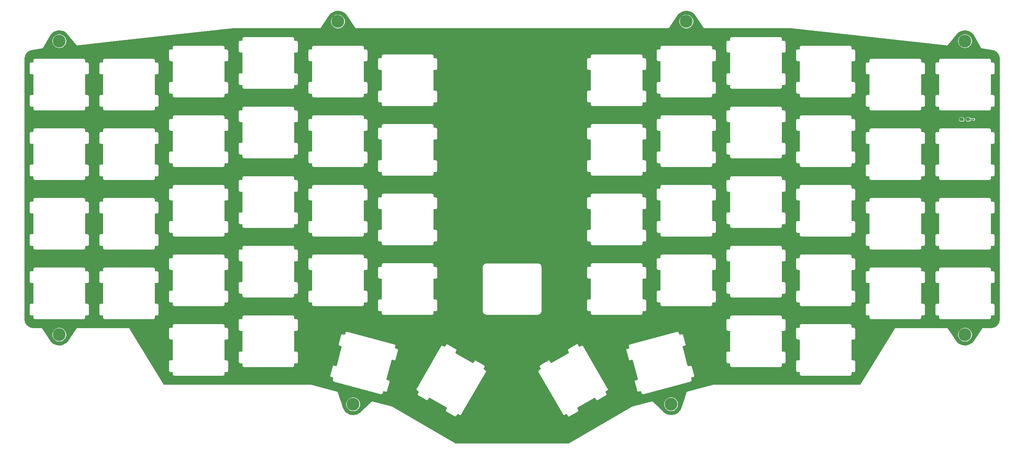
<source format=gbr>
G04 #@! TF.GenerationSoftware,KiCad,Pcbnew,(5.1.4-0)*
G04 #@! TF.CreationDate,2021-11-04T11:37:07-05:00*
G04 #@! TF.ProjectId,top_plate,746f705f-706c-4617-9465-2e6b69636164,rev?*
G04 #@! TF.SameCoordinates,Original*
G04 #@! TF.FileFunction,Copper,L2,Bot*
G04 #@! TF.FilePolarity,Positive*
%FSLAX46Y46*%
G04 Gerber Fmt 4.6, Leading zero omitted, Abs format (unit mm)*
G04 Created by KiCad (PCBNEW (5.1.4-0)) date 2021-11-04 11:37:07*
%MOMM*%
%LPD*%
G04 APERTURE LIST*
%ADD10C,0.100000*%
%ADD11C,0.950000*%
%ADD12C,3.500000*%
%ADD13C,0.500000*%
%ADD14C,0.250000*%
%ADD15C,0.254000*%
G04 APERTURE END LIST*
D10*
G36*
X320906064Y-99538854D02*
G01*
X320929119Y-99542273D01*
X320951728Y-99547937D01*
X320973672Y-99555789D01*
X320994742Y-99565754D01*
X321014733Y-99577736D01*
X321033453Y-99591620D01*
X321050723Y-99607272D01*
X321066375Y-99624542D01*
X321080259Y-99643262D01*
X321092241Y-99663253D01*
X321102206Y-99684323D01*
X321110058Y-99706267D01*
X321115722Y-99728876D01*
X321119141Y-99751931D01*
X321120285Y-99775210D01*
X321120285Y-100250210D01*
X321119141Y-100273489D01*
X321115722Y-100296544D01*
X321110058Y-100319153D01*
X321102206Y-100341097D01*
X321092241Y-100362167D01*
X321080259Y-100382158D01*
X321066375Y-100400878D01*
X321050723Y-100418148D01*
X321033453Y-100433800D01*
X321014733Y-100447684D01*
X320994742Y-100459666D01*
X320973672Y-100469631D01*
X320951728Y-100477483D01*
X320929119Y-100483147D01*
X320906064Y-100486566D01*
X320882785Y-100487710D01*
X320307785Y-100487710D01*
X320284506Y-100486566D01*
X320261451Y-100483147D01*
X320238842Y-100477483D01*
X320216898Y-100469631D01*
X320195828Y-100459666D01*
X320175837Y-100447684D01*
X320157117Y-100433800D01*
X320139847Y-100418148D01*
X320124195Y-100400878D01*
X320110311Y-100382158D01*
X320098329Y-100362167D01*
X320088364Y-100341097D01*
X320080512Y-100319153D01*
X320074848Y-100296544D01*
X320071429Y-100273489D01*
X320070285Y-100250210D01*
X320070285Y-99775210D01*
X320071429Y-99751931D01*
X320074848Y-99728876D01*
X320080512Y-99706267D01*
X320088364Y-99684323D01*
X320098329Y-99663253D01*
X320110311Y-99643262D01*
X320124195Y-99624542D01*
X320139847Y-99607272D01*
X320157117Y-99591620D01*
X320175837Y-99577736D01*
X320195828Y-99565754D01*
X320216898Y-99555789D01*
X320238842Y-99547937D01*
X320261451Y-99542273D01*
X320284506Y-99538854D01*
X320307785Y-99537710D01*
X320882785Y-99537710D01*
X320906064Y-99538854D01*
X320906064Y-99538854D01*
G37*
D11*
X320595285Y-100012710D03*
D10*
G36*
X322656064Y-99538854D02*
G01*
X322679119Y-99542273D01*
X322701728Y-99547937D01*
X322723672Y-99555789D01*
X322744742Y-99565754D01*
X322764733Y-99577736D01*
X322783453Y-99591620D01*
X322800723Y-99607272D01*
X322816375Y-99624542D01*
X322830259Y-99643262D01*
X322842241Y-99663253D01*
X322852206Y-99684323D01*
X322860058Y-99706267D01*
X322865722Y-99728876D01*
X322869141Y-99751931D01*
X322870285Y-99775210D01*
X322870285Y-100250210D01*
X322869141Y-100273489D01*
X322865722Y-100296544D01*
X322860058Y-100319153D01*
X322852206Y-100341097D01*
X322842241Y-100362167D01*
X322830259Y-100382158D01*
X322816375Y-100400878D01*
X322800723Y-100418148D01*
X322783453Y-100433800D01*
X322764733Y-100447684D01*
X322744742Y-100459666D01*
X322723672Y-100469631D01*
X322701728Y-100477483D01*
X322679119Y-100483147D01*
X322656064Y-100486566D01*
X322632785Y-100487710D01*
X322057785Y-100487710D01*
X322034506Y-100486566D01*
X322011451Y-100483147D01*
X321988842Y-100477483D01*
X321966898Y-100469631D01*
X321945828Y-100459666D01*
X321925837Y-100447684D01*
X321907117Y-100433800D01*
X321889847Y-100418148D01*
X321874195Y-100400878D01*
X321860311Y-100382158D01*
X321848329Y-100362167D01*
X321838364Y-100341097D01*
X321830512Y-100319153D01*
X321824848Y-100296544D01*
X321821429Y-100273489D01*
X321820285Y-100250210D01*
X321820285Y-99775210D01*
X321821429Y-99751931D01*
X321824848Y-99728876D01*
X321830512Y-99706267D01*
X321838364Y-99684323D01*
X321848329Y-99663253D01*
X321860311Y-99643262D01*
X321874195Y-99624542D01*
X321889847Y-99607272D01*
X321907117Y-99591620D01*
X321925837Y-99577736D01*
X321945828Y-99565754D01*
X321966898Y-99555789D01*
X321988842Y-99547937D01*
X322011451Y-99542273D01*
X322034506Y-99538854D01*
X322057785Y-99537710D01*
X322632785Y-99537710D01*
X322656064Y-99538854D01*
X322656064Y-99538854D01*
G37*
D11*
X322345285Y-100012710D03*
D12*
X73819060Y-78581485D03*
X73820040Y-158948739D03*
X150019380Y-73223743D03*
X154187295Y-177998755D03*
X245269780Y-73223743D03*
X241102993Y-177998755D03*
X321470256Y-78581436D03*
X321470100Y-158948675D03*
D13*
X323851535Y-100012710D03*
D14*
X322345285Y-100012710D02*
X323851535Y-100012710D01*
D15*
G36*
X245956876Y-70484692D02*
G01*
X246475829Y-70670197D01*
X246948874Y-70952972D01*
X247360828Y-71324806D01*
X247529519Y-71528720D01*
X249902320Y-75087923D01*
X249905888Y-75094599D01*
X249914578Y-75105187D01*
X249924769Y-75117630D01*
X249924832Y-75117682D01*
X249924883Y-75117744D01*
X249936232Y-75127058D01*
X249947893Y-75136649D01*
X249947966Y-75136688D01*
X249948028Y-75136739D01*
X249960967Y-75143655D01*
X249974284Y-75150791D01*
X249974363Y-75150815D01*
X249974434Y-75150853D01*
X249988424Y-75155096D01*
X250002928Y-75159513D01*
X250003011Y-75159521D01*
X250003086Y-75159544D01*
X250017628Y-75160976D01*
X250032722Y-75162479D01*
X250040265Y-75161744D01*
X273835895Y-75161605D01*
X316641945Y-79856746D01*
X316649344Y-79858297D01*
X316664523Y-79858453D01*
X316679168Y-79858615D01*
X316679225Y-79858604D01*
X316679283Y-79858605D01*
X316694223Y-79855794D01*
X316708597Y-79853100D01*
X316708649Y-79853079D01*
X316708708Y-79853068D01*
X316723102Y-79847279D01*
X316736384Y-79841949D01*
X316736430Y-79841919D01*
X316736487Y-79841896D01*
X316749124Y-79833639D01*
X316761463Y-79825591D01*
X316761506Y-79825549D01*
X316761552Y-79825519D01*
X316771910Y-79815373D01*
X316782868Y-79804655D01*
X316787136Y-79798418D01*
X317972753Y-78383764D01*
X319463256Y-78383764D01*
X319463256Y-78779108D01*
X319540384Y-79166856D01*
X319691676Y-79532107D01*
X319911317Y-79860824D01*
X320190868Y-80140375D01*
X320519585Y-80360016D01*
X320884836Y-80511308D01*
X321272584Y-80588436D01*
X321667928Y-80588436D01*
X322055676Y-80511308D01*
X322420927Y-80360016D01*
X322749644Y-80140375D01*
X323029195Y-79860824D01*
X323248836Y-79532107D01*
X323400128Y-79166856D01*
X323477256Y-78779108D01*
X323477256Y-78383764D01*
X323400128Y-77996016D01*
X323248836Y-77630765D01*
X323029195Y-77302048D01*
X322749644Y-77022497D01*
X322420927Y-76802856D01*
X322055676Y-76651564D01*
X321667928Y-76574436D01*
X321272584Y-76574436D01*
X320884836Y-76651564D01*
X320519585Y-76802856D01*
X320190868Y-77022497D01*
X319911317Y-77302048D01*
X319691676Y-77630765D01*
X319540384Y-77996016D01*
X319463256Y-78383764D01*
X317972753Y-78383764D01*
X319476176Y-76589911D01*
X319901609Y-76240455D01*
X320386159Y-75980643D01*
X320911935Y-75819897D01*
X321458931Y-75764335D01*
X322006292Y-75816075D01*
X322533185Y-75973150D01*
X323019531Y-76229571D01*
X323446810Y-76575575D01*
X323802855Y-77002913D01*
X323840453Y-77059913D01*
X325826287Y-80568409D01*
X325826323Y-80568519D01*
X325833409Y-80580993D01*
X325837276Y-80587825D01*
X325837349Y-80587929D01*
X325841112Y-80594553D01*
X325845939Y-80600136D01*
X325850192Y-80606179D01*
X325855715Y-80611441D01*
X325860696Y-80617202D01*
X325866518Y-80621734D01*
X325871869Y-80626833D01*
X325878313Y-80630917D01*
X325884322Y-80635595D01*
X325890916Y-80638904D01*
X325897159Y-80642861D01*
X325904276Y-80645609D01*
X325911082Y-80649025D01*
X325918197Y-80650985D01*
X325925091Y-80653647D01*
X325932606Y-80654954D01*
X325932719Y-80654985D01*
X325939867Y-80656217D01*
X325954590Y-80658777D01*
X325954710Y-80658774D01*
X328595556Y-81113795D01*
X328601026Y-81114192D01*
X329046868Y-81157908D01*
X329463238Y-81283617D01*
X329847258Y-81487804D01*
X330184307Y-81762694D01*
X330461539Y-82097811D01*
X330668406Y-82480404D01*
X330797019Y-82895882D01*
X330843234Y-83335591D01*
X330843264Y-83344232D01*
X330843289Y-154774035D01*
X330800116Y-155214340D01*
X330674407Y-155630710D01*
X330470219Y-156014731D01*
X330195330Y-156351779D01*
X329860213Y-156629011D01*
X329477620Y-156835878D01*
X329062142Y-156964491D01*
X328622433Y-157010706D01*
X328613732Y-157010736D01*
X326243900Y-157010800D01*
X326232658Y-157009705D01*
X326202864Y-157012671D01*
X326174220Y-157021393D01*
X326147829Y-157035535D01*
X326124705Y-157054554D01*
X326110485Y-157071917D01*
X326109246Y-157073776D01*
X326105821Y-157077949D01*
X326103223Y-157082810D01*
X323731576Y-160640283D01*
X323357272Y-161049195D01*
X322913287Y-161375694D01*
X322414333Y-161609741D01*
X321879424Y-161742416D01*
X321328939Y-161768666D01*
X320783836Y-161687493D01*
X320264881Y-161501988D01*
X319791834Y-161219212D01*
X319379880Y-160847378D01*
X319211192Y-160643468D01*
X317949549Y-158751003D01*
X319463100Y-158751003D01*
X319463100Y-159146347D01*
X319540228Y-159534095D01*
X319691520Y-159899346D01*
X319911161Y-160228063D01*
X320190712Y-160507614D01*
X320519429Y-160727255D01*
X320884680Y-160878547D01*
X321272428Y-160955675D01*
X321667772Y-160955675D01*
X322055520Y-160878547D01*
X322420771Y-160727255D01*
X322749488Y-160507614D01*
X323029039Y-160228063D01*
X323248680Y-159899346D01*
X323399972Y-159534095D01*
X323477100Y-159146347D01*
X323477100Y-158751003D01*
X323399972Y-158363255D01*
X323248680Y-157998004D01*
X323029039Y-157669287D01*
X322749488Y-157389736D01*
X322420771Y-157170095D01*
X322055520Y-157018803D01*
X321667772Y-156941675D01*
X321272428Y-156941675D01*
X320884680Y-157018803D01*
X320519429Y-157170095D01*
X320190712Y-157389736D01*
X319911161Y-157669287D01*
X319691520Y-157998004D01*
X319540228Y-158363255D01*
X319463100Y-158751003D01*
X317949549Y-158751003D01*
X316837421Y-157082811D01*
X316834818Y-157077942D01*
X316831391Y-157073766D01*
X316830158Y-157071917D01*
X316815938Y-157054554D01*
X316792814Y-157035535D01*
X316766423Y-157021393D01*
X316737779Y-157012671D01*
X316707985Y-157009705D01*
X316696744Y-157010800D01*
X302424643Y-157011161D01*
X302414302Y-157010532D01*
X302402272Y-157012174D01*
X302390220Y-157013361D01*
X302387477Y-157014193D01*
X302384635Y-157014581D01*
X302373166Y-157018534D01*
X302361568Y-157022053D01*
X302359041Y-157023404D01*
X302356328Y-157024339D01*
X302345846Y-157030457D01*
X302335162Y-157036168D01*
X302332948Y-157037985D01*
X302330469Y-157039432D01*
X302321381Y-157047478D01*
X302312018Y-157055163D01*
X302310200Y-157057378D01*
X302308052Y-157059280D01*
X302300711Y-157068941D01*
X302293023Y-157078309D01*
X302288149Y-157087428D01*
X292811555Y-172488732D01*
X252703760Y-172488732D01*
X252701190Y-172488985D01*
X252700992Y-172488979D01*
X252700616Y-172489042D01*
X252681425Y-172490932D01*
X252652773Y-172499623D01*
X252652477Y-172499781D01*
X245391097Y-174457745D01*
X245383744Y-174458966D01*
X245376676Y-174461634D01*
X245376634Y-174461645D01*
X245370658Y-174463905D01*
X245355731Y-174469539D01*
X245355685Y-174469568D01*
X245355642Y-174469584D01*
X245343766Y-174476994D01*
X245330319Y-174485373D01*
X245330282Y-174485408D01*
X245330240Y-174485434D01*
X245319376Y-174495641D01*
X245308485Y-174505861D01*
X245308457Y-174505901D01*
X245308419Y-174505936D01*
X245300032Y-174517680D01*
X245291067Y-174530215D01*
X245291044Y-174530265D01*
X245291018Y-174530302D01*
X245285594Y-174542323D01*
X245281823Y-174550666D01*
X245281805Y-174550720D01*
X245278703Y-174557594D01*
X245277025Y-174564843D01*
X243797869Y-178935467D01*
X243562549Y-179442654D01*
X243237141Y-179889063D01*
X242831216Y-180263770D01*
X242360248Y-180552493D01*
X241842163Y-180744241D01*
X241296702Y-180831706D01*
X240744641Y-180811559D01*
X240207011Y-180684569D01*
X239703229Y-180455088D01*
X239319351Y-180188038D01*
X236778398Y-177801083D01*
X239095993Y-177801083D01*
X239095993Y-178196427D01*
X239173121Y-178584175D01*
X239324413Y-178949426D01*
X239544054Y-179278143D01*
X239823605Y-179557694D01*
X240152322Y-179777335D01*
X240517573Y-179928627D01*
X240905321Y-180005755D01*
X241300665Y-180005755D01*
X241688413Y-179928627D01*
X242053664Y-179777335D01*
X242382381Y-179557694D01*
X242661932Y-179278143D01*
X242881573Y-178949426D01*
X243032865Y-178584175D01*
X243109993Y-178196427D01*
X243109993Y-177801083D01*
X243032865Y-177413335D01*
X242881573Y-177048084D01*
X242661932Y-176719367D01*
X242382381Y-176439816D01*
X242053664Y-176220175D01*
X241688413Y-176068883D01*
X241300665Y-175991755D01*
X240905321Y-175991755D01*
X240517573Y-176068883D01*
X240152322Y-176220175D01*
X239823605Y-176439816D01*
X239544054Y-176719367D01*
X239324413Y-177048084D01*
X239173121Y-177413335D01*
X239095993Y-177801083D01*
X236778398Y-177801083D01*
X236031221Y-177099190D01*
X236024522Y-177091986D01*
X236014256Y-177084574D01*
X236004256Y-177076878D01*
X236002154Y-177075837D01*
X236000246Y-177074460D01*
X235988745Y-177069200D01*
X235977423Y-177063595D01*
X235975154Y-177062983D01*
X235973017Y-177062006D01*
X235960731Y-177059095D01*
X235948513Y-177055802D01*
X235946164Y-177055645D01*
X235943882Y-177055104D01*
X235931264Y-177054646D01*
X235918640Y-177053800D01*
X235916310Y-177054103D01*
X235913961Y-177054018D01*
X235901474Y-177056034D01*
X235888949Y-177057664D01*
X235879641Y-177060808D01*
X230586721Y-178458939D01*
X230574288Y-178461840D01*
X230565433Y-178465854D01*
X230556344Y-178469238D01*
X230545515Y-178475919D01*
X213082540Y-188562390D01*
X182207348Y-188562156D01*
X164744828Y-178475314D01*
X164733944Y-178468599D01*
X164724832Y-178465206D01*
X164716003Y-178461204D01*
X164703614Y-178458312D01*
X159410663Y-177060175D01*
X159401340Y-177057025D01*
X159388788Y-177055392D01*
X159376326Y-177053380D01*
X159373979Y-177053465D01*
X159371648Y-177053162D01*
X159359024Y-177054008D01*
X159346406Y-177054466D01*
X159344124Y-177055006D01*
X159341774Y-177055164D01*
X159329549Y-177058459D01*
X159317271Y-177061368D01*
X159315136Y-177062345D01*
X159312864Y-177062957D01*
X159301519Y-177068573D01*
X159290042Y-177073822D01*
X159288140Y-177075195D01*
X159286031Y-177076239D01*
X159276004Y-177083956D01*
X159265766Y-177091348D01*
X159259074Y-177098544D01*
X155971780Y-180186610D01*
X155511405Y-180496664D01*
X155001991Y-180710380D01*
X154460770Y-180821080D01*
X153908355Y-180824547D01*
X153365783Y-180720651D01*
X152853728Y-180513348D01*
X152391690Y-180210534D01*
X151997267Y-179823744D01*
X151684828Y-179366748D01*
X151492790Y-178935927D01*
X151108724Y-177801083D01*
X152180295Y-177801083D01*
X152180295Y-178196427D01*
X152257423Y-178584175D01*
X152408715Y-178949426D01*
X152628356Y-179278143D01*
X152907907Y-179557694D01*
X153236624Y-179777335D01*
X153601875Y-179928627D01*
X153989623Y-180005755D01*
X154384967Y-180005755D01*
X154772715Y-179928627D01*
X155137966Y-179777335D01*
X155466683Y-179557694D01*
X155746234Y-179278143D01*
X155965875Y-178949426D01*
X156117167Y-178584175D01*
X156194295Y-178196427D01*
X156194295Y-177801083D01*
X156117167Y-177413335D01*
X155965875Y-177048084D01*
X155746234Y-176719367D01*
X155466683Y-176439816D01*
X155137966Y-176220175D01*
X154772715Y-176068883D01*
X154384967Y-175991755D01*
X153989623Y-175991755D01*
X153601875Y-176068883D01*
X153236624Y-176220175D01*
X152907907Y-176439816D01*
X152628356Y-176719367D01*
X152408715Y-177048084D01*
X152257423Y-177413335D01*
X152180295Y-177801083D01*
X151108724Y-177801083D01*
X150013266Y-174564216D01*
X150011585Y-174556955D01*
X150008478Y-174550069D01*
X150008464Y-174550028D01*
X150005604Y-174543700D01*
X149999270Y-174529663D01*
X149999240Y-174529621D01*
X149999220Y-174529577D01*
X149991044Y-174518145D01*
X149981869Y-174505297D01*
X149981826Y-174505257D01*
X149981802Y-174505223D01*
X149972598Y-174496587D01*
X149960048Y-174484795D01*
X149960000Y-174484765D01*
X149959968Y-174484735D01*
X149948387Y-174477519D01*
X149934646Y-174468945D01*
X149934597Y-174468926D01*
X149934556Y-174468901D01*
X149921443Y-174463952D01*
X149913654Y-174461006D01*
X149913599Y-174460991D01*
X149906543Y-174458328D01*
X149899202Y-174457109D01*
X142620888Y-172494580D01*
X142608860Y-172490932D01*
X142599031Y-172489964D01*
X142589295Y-172488341D01*
X142576736Y-172488732D01*
X102479116Y-172489350D01*
X93136512Y-157307619D01*
X103742220Y-157307619D01*
X103742221Y-159925002D01*
X103742968Y-159932588D01*
X103742955Y-159934446D01*
X103743197Y-159936905D01*
X103749317Y-159995134D01*
X103752535Y-160010812D01*
X103755548Y-160026608D01*
X103756263Y-160028974D01*
X103773577Y-160084906D01*
X103779789Y-160099685D01*
X103785803Y-160114570D01*
X103786959Y-160116742D01*
X103786963Y-160116751D01*
X103786968Y-160116758D01*
X103814812Y-160168255D01*
X103823794Y-160181571D01*
X103832567Y-160194978D01*
X103834129Y-160196893D01*
X103871449Y-160242005D01*
X103882810Y-160253287D01*
X103894057Y-160264772D01*
X103895961Y-160266347D01*
X103941335Y-160303352D01*
X103954670Y-160312211D01*
X103967931Y-160321292D01*
X103970105Y-160322467D01*
X104021801Y-160349955D01*
X104036629Y-160356067D01*
X104051379Y-160362389D01*
X104053732Y-160363117D01*
X104053738Y-160363119D01*
X104053744Y-160363120D01*
X104109791Y-160380042D01*
X104125523Y-160383157D01*
X104141222Y-160386494D01*
X104143675Y-160386752D01*
X104143679Y-160386752D01*
X104201572Y-160392428D01*
X104210528Y-160393310D01*
X104610568Y-160393310D01*
X104642946Y-160396485D01*
X104665765Y-160403374D01*
X104686815Y-160414567D01*
X104705292Y-160429636D01*
X104720489Y-160448006D01*
X104731827Y-160468975D01*
X104738877Y-160491750D01*
X104742220Y-160523555D01*
X104742221Y-165707647D01*
X104739045Y-165740036D01*
X104732157Y-165762853D01*
X104720963Y-165783905D01*
X104705892Y-165802384D01*
X104687524Y-165817580D01*
X104666556Y-165828917D01*
X104643780Y-165835967D01*
X104611976Y-165839310D01*
X104110528Y-165839310D01*
X104102998Y-165840052D01*
X104101783Y-165840043D01*
X104099323Y-165840285D01*
X104060503Y-165844365D01*
X104044838Y-165847581D01*
X104029031Y-165850596D01*
X104026665Y-165851310D01*
X103989378Y-165862852D01*
X103974603Y-165869063D01*
X103959715Y-165875078D01*
X103957533Y-165876238D01*
X103923197Y-165894803D01*
X103909877Y-165903788D01*
X103896470Y-165912561D01*
X103894555Y-165914123D01*
X103864480Y-165939004D01*
X103853199Y-165950364D01*
X103841714Y-165961611D01*
X103840139Y-165963515D01*
X103815470Y-165993764D01*
X103806599Y-166007117D01*
X103797530Y-166020361D01*
X103796355Y-166022535D01*
X103778030Y-166056999D01*
X103771929Y-166071801D01*
X103765596Y-166086576D01*
X103764866Y-166088936D01*
X103753584Y-166126303D01*
X103750470Y-166142027D01*
X103747132Y-166157733D01*
X103746874Y-166160191D01*
X103743119Y-166198486D01*
X103742220Y-166207619D01*
X103742221Y-168825002D01*
X103742968Y-168832588D01*
X103742955Y-168834446D01*
X103743197Y-168836905D01*
X103749317Y-168895134D01*
X103752535Y-168910812D01*
X103755548Y-168926608D01*
X103756263Y-168928974D01*
X103773577Y-168984906D01*
X103779789Y-168999685D01*
X103785803Y-169014570D01*
X103786959Y-169016742D01*
X103786963Y-169016751D01*
X103786968Y-169016758D01*
X103814812Y-169068255D01*
X103823794Y-169081571D01*
X103832567Y-169094978D01*
X103834129Y-169096893D01*
X103871449Y-169142005D01*
X103882810Y-169153287D01*
X103894057Y-169164772D01*
X103895961Y-169166347D01*
X103941335Y-169203352D01*
X103954670Y-169212211D01*
X103967931Y-169221292D01*
X103970105Y-169222467D01*
X104021801Y-169249955D01*
X104036629Y-169256067D01*
X104051379Y-169262389D01*
X104053732Y-169263117D01*
X104053738Y-169263119D01*
X104053744Y-169263120D01*
X104109791Y-169280042D01*
X104125523Y-169283157D01*
X104141222Y-169286494D01*
X104143675Y-169286752D01*
X104143679Y-169286752D01*
X104201572Y-169292428D01*
X104210528Y-169293310D01*
X104610568Y-169293310D01*
X104642946Y-169296485D01*
X104665765Y-169303374D01*
X104686815Y-169314567D01*
X104705292Y-169329636D01*
X104720489Y-169348006D01*
X104731827Y-169368975D01*
X104738877Y-169391750D01*
X104742221Y-169423564D01*
X104742220Y-169825001D01*
X104742968Y-169832596D01*
X104742955Y-169834446D01*
X104743197Y-169836905D01*
X104749317Y-169895134D01*
X104752535Y-169910812D01*
X104755548Y-169926608D01*
X104756263Y-169928974D01*
X104773577Y-169984906D01*
X104779789Y-169999685D01*
X104785803Y-170014570D01*
X104786959Y-170016742D01*
X104786963Y-170016751D01*
X104786968Y-170016758D01*
X104814812Y-170068255D01*
X104823794Y-170081571D01*
X104832567Y-170094978D01*
X104834129Y-170096893D01*
X104871449Y-170142005D01*
X104882810Y-170153287D01*
X104894057Y-170164772D01*
X104895961Y-170166347D01*
X104941335Y-170203352D01*
X104954670Y-170212211D01*
X104967931Y-170221292D01*
X104970105Y-170222467D01*
X105021801Y-170249955D01*
X105036629Y-170256067D01*
X105051379Y-170262389D01*
X105053732Y-170263117D01*
X105053738Y-170263119D01*
X105053744Y-170263120D01*
X105109791Y-170280042D01*
X105125523Y-170283157D01*
X105141222Y-170286494D01*
X105143675Y-170286752D01*
X105143679Y-170286752D01*
X105201572Y-170292428D01*
X105210528Y-170293310D01*
X118627912Y-170293310D01*
X118635507Y-170292562D01*
X118637356Y-170292575D01*
X118639815Y-170292333D01*
X118698044Y-170286213D01*
X118713722Y-170282995D01*
X118729518Y-170279982D01*
X118731884Y-170279267D01*
X118787816Y-170261953D01*
X118802595Y-170255741D01*
X118817480Y-170249727D01*
X118819652Y-170248571D01*
X118819661Y-170248567D01*
X118819668Y-170248562D01*
X118871165Y-170220718D01*
X118884481Y-170211736D01*
X118897888Y-170202963D01*
X118899803Y-170201401D01*
X118916483Y-170187602D01*
X147773844Y-170187602D01*
X147773921Y-170190072D01*
X147776168Y-170248579D01*
X147778348Y-170264497D01*
X147780301Y-170280399D01*
X147780857Y-170282807D01*
X147794426Y-170339762D01*
X147799649Y-170354929D01*
X147804659Y-170370168D01*
X147805672Y-170372422D01*
X147830045Y-170425658D01*
X147838093Y-170439487D01*
X147845989Y-170453500D01*
X147847421Y-170455514D01*
X147881670Y-170503002D01*
X147892283Y-170515040D01*
X147902720Y-170527217D01*
X147904516Y-170528915D01*
X147947337Y-170568846D01*
X147960056Y-170578571D01*
X147972688Y-170588511D01*
X147974779Y-170589827D01*
X148024540Y-170620680D01*
X148038967Y-170627779D01*
X148053229Y-170635046D01*
X148055531Y-170635930D01*
X148055535Y-170635932D01*
X148055538Y-170635933D01*
X148110342Y-170656532D01*
X148110359Y-170656537D01*
X148118411Y-170659567D01*
X148504807Y-170763102D01*
X148535272Y-170774553D01*
X148555533Y-170787115D01*
X148572967Y-170803373D01*
X148586913Y-170822709D01*
X148596837Y-170844385D01*
X148602362Y-170867578D01*
X148603278Y-170891396D01*
X148598272Y-170922997D01*
X148494374Y-171310756D01*
X148493131Y-171318281D01*
X148492639Y-171320069D01*
X148492236Y-171322507D01*
X148483077Y-171380336D01*
X148482125Y-171396357D01*
X148480951Y-171412350D01*
X148481029Y-171414820D01*
X148483277Y-171473326D01*
X148485451Y-171489196D01*
X148487408Y-171505139D01*
X148487964Y-171507547D01*
X148501532Y-171564503D01*
X148506754Y-171579669D01*
X148511767Y-171594917D01*
X148512780Y-171597170D01*
X148537155Y-171650406D01*
X148545208Y-171664241D01*
X148553098Y-171678245D01*
X148554530Y-171680259D01*
X148588779Y-171727746D01*
X148599410Y-171739805D01*
X148609827Y-171751959D01*
X148611622Y-171753657D01*
X148654442Y-171793587D01*
X148667163Y-171803314D01*
X148679795Y-171813254D01*
X148681886Y-171814570D01*
X148731647Y-171845423D01*
X148746074Y-171852522D01*
X148760336Y-171859789D01*
X148762638Y-171860673D01*
X148762642Y-171860675D01*
X148762645Y-171860676D01*
X148817138Y-171881158D01*
X148825518Y-171884312D01*
X161785714Y-175356986D01*
X161793244Y-175358229D01*
X161795029Y-175358721D01*
X161797467Y-175359124D01*
X161855296Y-175368283D01*
X161871317Y-175369235D01*
X161887310Y-175370409D01*
X161889780Y-175370331D01*
X161948286Y-175368083D01*
X161964156Y-175365909D01*
X161980099Y-175363952D01*
X161982507Y-175363396D01*
X162039463Y-175349828D01*
X162054629Y-175344606D01*
X162069877Y-175339593D01*
X162072130Y-175338580D01*
X162125366Y-175314205D01*
X162139207Y-175306149D01*
X162153205Y-175298262D01*
X162155219Y-175296830D01*
X162202706Y-175262581D01*
X162214765Y-175251950D01*
X162226919Y-175241533D01*
X162228617Y-175239738D01*
X162268547Y-175196918D01*
X162278274Y-175184197D01*
X162288214Y-175171565D01*
X162289530Y-175169474D01*
X162320383Y-175119713D01*
X162327482Y-175105286D01*
X162334749Y-175091024D01*
X162335635Y-175088717D01*
X162356235Y-175033911D01*
X162359272Y-175025842D01*
X162462807Y-174639446D01*
X162474258Y-174608981D01*
X162486820Y-174588720D01*
X162503078Y-174571286D01*
X162522414Y-174557340D01*
X162544090Y-174547416D01*
X162567283Y-174541891D01*
X162591101Y-174540975D01*
X162622702Y-174545980D01*
X163107051Y-174675762D01*
X163114509Y-174676993D01*
X163115691Y-174677319D01*
X163118129Y-174677722D01*
X163156682Y-174683828D01*
X163172676Y-174684778D01*
X163188698Y-174685954D01*
X163191167Y-174685876D01*
X163230172Y-174684377D01*
X163246068Y-174682200D01*
X163261982Y-174680246D01*
X163264389Y-174679690D01*
X163264396Y-174679689D01*
X163264402Y-174679687D01*
X163302360Y-174670645D01*
X163317526Y-174665424D01*
X163332774Y-174660410D01*
X163335019Y-174659401D01*
X163335022Y-174659400D01*
X163335028Y-174659397D01*
X163370518Y-174643148D01*
X163384357Y-174635093D01*
X163398358Y-174627204D01*
X163400372Y-174625773D01*
X163432031Y-174602940D01*
X163444077Y-174592320D01*
X163456245Y-174581891D01*
X163457942Y-174580096D01*
X163484563Y-174551549D01*
X163494277Y-174538844D01*
X163504231Y-174526194D01*
X163505548Y-174524103D01*
X163526116Y-174490929D01*
X163533200Y-174476531D01*
X163540480Y-174462244D01*
X163541365Y-174459937D01*
X163555099Y-174423399D01*
X163555103Y-174423383D01*
X163558135Y-174415328D01*
X163691105Y-173919074D01*
X171347189Y-173919074D01*
X171348307Y-173935062D01*
X171349204Y-173951098D01*
X171349599Y-173953537D01*
X171359364Y-174011267D01*
X171363569Y-174026743D01*
X171367559Y-174042284D01*
X171368420Y-174044600D01*
X171389211Y-174099334D01*
X171396343Y-174113701D01*
X171403277Y-174128173D01*
X171404572Y-174130277D01*
X171435599Y-174179931D01*
X171445381Y-174192633D01*
X171454996Y-174205486D01*
X171456675Y-174207299D01*
X171496756Y-174249980D01*
X171508796Y-174260520D01*
X171520748Y-174271282D01*
X171522748Y-174272734D01*
X171570355Y-174306817D01*
X171570361Y-174306820D01*
X171577363Y-174311838D01*
X171923812Y-174511861D01*
X171950258Y-174530794D01*
X171966580Y-174548175D01*
X171979211Y-174568390D01*
X171987679Y-174590681D01*
X171991654Y-174614185D01*
X171990989Y-174638015D01*
X171985707Y-174661261D01*
X171972698Y-174690481D01*
X171721976Y-175124746D01*
X171718855Y-175131633D01*
X171718237Y-175132687D01*
X171717217Y-175134937D01*
X171701341Y-175170595D01*
X171696282Y-175185803D01*
X171691001Y-175200967D01*
X171690437Y-175203373D01*
X171681789Y-175241436D01*
X171679779Y-175257343D01*
X171677545Y-175273239D01*
X171677459Y-175275709D01*
X171676369Y-175314726D01*
X171677487Y-175330714D01*
X171678384Y-175346750D01*
X171678779Y-175349189D01*
X171685289Y-175387676D01*
X171689488Y-175403127D01*
X171693484Y-175418694D01*
X171694346Y-175421010D01*
X171708207Y-175457499D01*
X171715336Y-175471859D01*
X171722271Y-175486335D01*
X171723566Y-175488439D01*
X171744250Y-175521541D01*
X171754016Y-175534224D01*
X171763648Y-175547099D01*
X171765327Y-175548912D01*
X171792047Y-175577366D01*
X171804107Y-175587923D01*
X171816040Y-175598668D01*
X171818040Y-175600120D01*
X171849778Y-175622842D01*
X171849784Y-175622845D01*
X171856786Y-175627863D01*
X174123506Y-176936555D01*
X174130461Y-176939706D01*
X174132054Y-176940641D01*
X174134305Y-176941662D01*
X174187793Y-176965476D01*
X174203021Y-176970542D01*
X174218163Y-176975815D01*
X174220566Y-176976378D01*
X174220571Y-176976380D01*
X174220576Y-176976381D01*
X174277664Y-176989351D01*
X174293571Y-176991361D01*
X174309467Y-176993595D01*
X174311935Y-176993681D01*
X174311936Y-176993681D01*
X174370463Y-176995316D01*
X174386423Y-176994200D01*
X174402484Y-176993302D01*
X174404924Y-176992906D01*
X174462653Y-176983142D01*
X174478120Y-176978940D01*
X174493674Y-176974946D01*
X174495990Y-176974085D01*
X174550724Y-176953293D01*
X174565099Y-176946157D01*
X174579559Y-176939229D01*
X174581663Y-176937934D01*
X174631316Y-176906909D01*
X174644023Y-176897123D01*
X174656874Y-176887510D01*
X174658687Y-176885831D01*
X174701368Y-176845750D01*
X174711908Y-176833710D01*
X174722670Y-176821758D01*
X174724122Y-176819758D01*
X174758205Y-176772151D01*
X174758208Y-176772145D01*
X174763226Y-176765143D01*
X174963241Y-176418708D01*
X174982184Y-176392247D01*
X174999565Y-176375926D01*
X175019781Y-176363294D01*
X175042071Y-176354826D01*
X175065571Y-176350852D01*
X175089404Y-176351517D01*
X175112651Y-176356799D01*
X175141876Y-176369811D01*
X179631438Y-178961861D01*
X179657884Y-178980794D01*
X179674206Y-178998175D01*
X179686837Y-179018390D01*
X179695305Y-179040681D01*
X179699280Y-179064185D01*
X179698615Y-179088015D01*
X179693333Y-179111261D01*
X179680324Y-179140481D01*
X179429602Y-179574746D01*
X179426481Y-179581633D01*
X179425863Y-179582687D01*
X179424843Y-179584937D01*
X179408967Y-179620595D01*
X179403908Y-179635803D01*
X179398627Y-179650967D01*
X179398063Y-179653373D01*
X179389415Y-179691436D01*
X179387405Y-179707343D01*
X179385171Y-179723239D01*
X179385085Y-179725709D01*
X179383995Y-179764726D01*
X179385113Y-179780714D01*
X179386010Y-179796750D01*
X179386405Y-179799189D01*
X179392915Y-179837676D01*
X179397114Y-179853127D01*
X179401110Y-179868694D01*
X179401972Y-179871010D01*
X179415833Y-179907499D01*
X179422962Y-179921859D01*
X179429897Y-179936335D01*
X179431192Y-179938439D01*
X179451876Y-179971541D01*
X179461642Y-179984224D01*
X179471274Y-179997099D01*
X179472953Y-179998912D01*
X179499673Y-180027366D01*
X179511733Y-180037923D01*
X179523666Y-180048668D01*
X179525666Y-180050120D01*
X179557404Y-180072842D01*
X179557410Y-180072845D01*
X179564412Y-180077863D01*
X181831132Y-181386555D01*
X181838087Y-181389706D01*
X181839680Y-181390641D01*
X181841931Y-181391662D01*
X181895419Y-181415476D01*
X181910647Y-181420542D01*
X181925789Y-181425815D01*
X181928192Y-181426378D01*
X181928197Y-181426380D01*
X181928202Y-181426381D01*
X181985290Y-181439351D01*
X182001197Y-181441361D01*
X182017093Y-181443595D01*
X182019561Y-181443681D01*
X182019562Y-181443681D01*
X182078089Y-181445316D01*
X182094049Y-181444200D01*
X182110110Y-181443302D01*
X182112550Y-181442906D01*
X182170279Y-181433142D01*
X182185746Y-181428940D01*
X182201300Y-181424946D01*
X182203616Y-181424085D01*
X182258350Y-181403293D01*
X182272725Y-181396157D01*
X182287185Y-181389229D01*
X182289289Y-181387934D01*
X182338942Y-181356909D01*
X182351649Y-181347123D01*
X182364500Y-181337510D01*
X182366313Y-181335831D01*
X182408994Y-181295750D01*
X182419534Y-181283710D01*
X182430296Y-181271758D01*
X182431748Y-181269758D01*
X182465831Y-181222151D01*
X182465834Y-181222145D01*
X182470852Y-181215143D01*
X182670867Y-180868708D01*
X182689810Y-180842247D01*
X182707191Y-180825926D01*
X182727407Y-180813294D01*
X182749697Y-180804826D01*
X182773197Y-180800852D01*
X182797030Y-180801517D01*
X182820277Y-180806799D01*
X182849502Y-180819811D01*
X183197157Y-181020530D01*
X183204112Y-181023681D01*
X183205705Y-181024616D01*
X183207956Y-181025637D01*
X183261444Y-181049451D01*
X183276672Y-181054517D01*
X183291814Y-181059790D01*
X183294217Y-181060353D01*
X183294222Y-181060355D01*
X183294227Y-181060356D01*
X183351315Y-181073326D01*
X183367222Y-181075336D01*
X183383118Y-181077570D01*
X183385586Y-181077656D01*
X183385587Y-181077656D01*
X183444114Y-181079291D01*
X183460102Y-181078173D01*
X183476138Y-181077276D01*
X183478577Y-181076881D01*
X183536307Y-181067116D01*
X183551783Y-181062911D01*
X183567324Y-181058921D01*
X183569640Y-181058060D01*
X183624374Y-181037269D01*
X183638741Y-181030137D01*
X183653213Y-181023203D01*
X183655317Y-181021908D01*
X183704971Y-180990881D01*
X183717673Y-180981099D01*
X183730526Y-180971484D01*
X183732339Y-180969805D01*
X183775020Y-180929724D01*
X183785560Y-180917684D01*
X183796322Y-180905732D01*
X183797774Y-180903732D01*
X183831857Y-180856125D01*
X183831860Y-180856119D01*
X183836878Y-180849117D01*
X190545570Y-169229323D01*
X190548721Y-169222369D01*
X190549656Y-169220775D01*
X190550677Y-169218524D01*
X190574491Y-169165036D01*
X190579557Y-169149808D01*
X190584830Y-169134666D01*
X190585394Y-169132260D01*
X190585395Y-169132258D01*
X190585396Y-169132253D01*
X190598366Y-169075165D01*
X190600376Y-169059258D01*
X190602610Y-169043362D01*
X190602696Y-169040893D01*
X190604307Y-168983219D01*
X204684661Y-168983219D01*
X204684730Y-168985689D01*
X204686773Y-169044203D01*
X204688895Y-169060107D01*
X204690794Y-169076036D01*
X204691340Y-169078436D01*
X204691341Y-169078444D01*
X204691343Y-169078451D01*
X204704712Y-169135448D01*
X204709876Y-169150618D01*
X204714839Y-169165892D01*
X204715844Y-169168149D01*
X204740031Y-169221469D01*
X204740034Y-169221475D01*
X204743590Y-169229322D01*
X211452281Y-180849117D01*
X211456732Y-180855329D01*
X211457640Y-180856927D01*
X211459079Y-180858936D01*
X211493493Y-180906305D01*
X211504168Y-180918328D01*
X211514628Y-180930447D01*
X211516423Y-180932132D01*
X211516427Y-180932137D01*
X211516430Y-180932139D01*
X211559390Y-180971920D01*
X211572171Y-180981622D01*
X211584809Y-180991495D01*
X211586904Y-180992805D01*
X211636772Y-181023484D01*
X211651187Y-181030514D01*
X211665511Y-181037750D01*
X211667821Y-181038627D01*
X211722698Y-181059036D01*
X211738244Y-181063143D01*
X211753661Y-181067448D01*
X211756094Y-181067860D01*
X211756098Y-181067860D01*
X211813894Y-181077221D01*
X211829898Y-181078228D01*
X211845899Y-181079459D01*
X211848369Y-181079390D01*
X211848370Y-181079390D01*
X211906883Y-181077347D01*
X211922787Y-181075225D01*
X211938716Y-181073326D01*
X211941116Y-181072780D01*
X211941124Y-181072779D01*
X211941131Y-181072777D01*
X211998128Y-181059408D01*
X212013298Y-181054244D01*
X212028572Y-181049281D01*
X212030829Y-181048276D01*
X212084149Y-181024089D01*
X212084155Y-181024086D01*
X212092002Y-181020530D01*
X212438454Y-180820506D01*
X212468076Y-180807070D01*
X212491283Y-180801626D01*
X212515109Y-180800795D01*
X212538642Y-180804606D01*
X212560987Y-180812916D01*
X212581296Y-180825410D01*
X212598785Y-180841605D01*
X212617593Y-180867494D01*
X212868307Y-181301745D01*
X212872713Y-181307894D01*
X212873316Y-181308955D01*
X212874755Y-181310964D01*
X212897698Y-181342542D01*
X212908358Y-181354549D01*
X212918830Y-181366682D01*
X212920627Y-181368368D01*
X212920632Y-181368374D01*
X212920638Y-181368379D01*
X212949271Y-181394894D01*
X212962038Y-181404584D01*
X212974692Y-181414471D01*
X212976788Y-181415780D01*
X213010034Y-181436233D01*
X213024449Y-181443264D01*
X213038771Y-181450498D01*
X213041081Y-181451376D01*
X213077666Y-181464982D01*
X213093192Y-181469084D01*
X213108631Y-181473395D01*
X213111068Y-181473807D01*
X213149599Y-181480047D01*
X213165624Y-181481055D01*
X213181601Y-181482284D01*
X213184071Y-181482215D01*
X213184076Y-181482215D01*
X213223080Y-181480853D01*
X213238997Y-181478730D01*
X213254911Y-181476832D01*
X213257321Y-181476285D01*
X213295323Y-181467372D01*
X213310516Y-181462200D01*
X213325769Y-181457244D01*
X213328026Y-181456239D01*
X213363573Y-181440114D01*
X213363582Y-181440109D01*
X213371425Y-181436555D01*
X215638146Y-180127864D01*
X215644357Y-180123413D01*
X215645956Y-180122505D01*
X215647965Y-180121066D01*
X215695334Y-180086652D01*
X215707357Y-180075977D01*
X215719476Y-180065517D01*
X215721161Y-180063722D01*
X215721166Y-180063718D01*
X215721170Y-180063713D01*
X215760949Y-180020755D01*
X215770651Y-180007974D01*
X215780524Y-179995336D01*
X215781834Y-179993241D01*
X215812513Y-179943373D01*
X215819543Y-179928958D01*
X215826779Y-179914634D01*
X215827656Y-179912324D01*
X215848065Y-179857447D01*
X215852170Y-179841910D01*
X215856477Y-179826485D01*
X215856889Y-179824048D01*
X215866250Y-179766252D01*
X215867258Y-179750232D01*
X215868488Y-179734244D01*
X215868419Y-179731774D01*
X215866375Y-179673260D01*
X215864254Y-179657364D01*
X215862354Y-179641430D01*
X215861806Y-179639021D01*
X215848436Y-179582018D01*
X215843275Y-179566858D01*
X215838309Y-179551574D01*
X215837304Y-179549316D01*
X215813117Y-179495997D01*
X215813115Y-179495994D01*
X215809558Y-179488143D01*
X215609549Y-179141718D01*
X215596099Y-179112069D01*
X215590656Y-179088861D01*
X215589824Y-179065034D01*
X215593635Y-179041504D01*
X215601945Y-179019159D01*
X215614439Y-178998850D01*
X215630634Y-178981361D01*
X215656523Y-178962553D01*
X220146081Y-176370506D01*
X220175702Y-176357070D01*
X220198909Y-176351626D01*
X220222735Y-176350795D01*
X220246268Y-176354606D01*
X220268613Y-176362916D01*
X220288922Y-176375410D01*
X220306411Y-176391605D01*
X220325219Y-176417494D01*
X220575933Y-176851745D01*
X220580339Y-176857894D01*
X220580942Y-176858955D01*
X220582381Y-176860964D01*
X220605324Y-176892542D01*
X220615984Y-176904549D01*
X220626456Y-176916682D01*
X220628253Y-176918368D01*
X220628258Y-176918374D01*
X220628264Y-176918379D01*
X220656897Y-176944894D01*
X220669664Y-176954584D01*
X220682318Y-176964471D01*
X220684414Y-176965780D01*
X220717660Y-176986233D01*
X220732075Y-176993264D01*
X220746397Y-177000498D01*
X220748707Y-177001376D01*
X220785292Y-177014982D01*
X220800818Y-177019084D01*
X220816257Y-177023395D01*
X220818694Y-177023807D01*
X220857225Y-177030047D01*
X220873250Y-177031055D01*
X220889227Y-177032284D01*
X220891697Y-177032215D01*
X220891702Y-177032215D01*
X220930706Y-177030853D01*
X220946623Y-177028730D01*
X220962537Y-177026832D01*
X220964947Y-177026285D01*
X221002949Y-177017372D01*
X221018142Y-177012200D01*
X221033395Y-177007244D01*
X221035652Y-177006239D01*
X221071199Y-176990114D01*
X221071208Y-176990109D01*
X221079051Y-176986555D01*
X223345772Y-175677864D01*
X223351983Y-175673413D01*
X223353582Y-175672505D01*
X223355591Y-175671066D01*
X223402960Y-175636652D01*
X223414983Y-175625977D01*
X223427102Y-175615517D01*
X223428787Y-175613722D01*
X223428792Y-175613718D01*
X223428796Y-175613713D01*
X223468575Y-175570755D01*
X223478277Y-175557974D01*
X223488150Y-175545336D01*
X223489460Y-175543241D01*
X223520139Y-175493373D01*
X223527169Y-175478958D01*
X223534405Y-175464634D01*
X223535282Y-175462324D01*
X223555691Y-175407447D01*
X223559796Y-175391910D01*
X223564103Y-175376485D01*
X223564515Y-175374048D01*
X223573876Y-175316252D01*
X223574884Y-175300232D01*
X223576114Y-175284244D01*
X223576045Y-175281774D01*
X223574001Y-175223260D01*
X223571880Y-175207364D01*
X223569980Y-175191430D01*
X223569432Y-175189021D01*
X223556062Y-175132018D01*
X223550901Y-175116858D01*
X223545935Y-175101574D01*
X223544930Y-175099316D01*
X223520743Y-175045997D01*
X223520741Y-175045994D01*
X223517184Y-175038143D01*
X223317175Y-174691718D01*
X223303725Y-174662069D01*
X223298282Y-174638861D01*
X223297450Y-174615034D01*
X223301261Y-174591504D01*
X223309571Y-174569159D01*
X223322065Y-174548850D01*
X223338260Y-174531361D01*
X223364149Y-174512553D01*
X223711797Y-174311839D01*
X223718008Y-174307388D01*
X223719607Y-174306480D01*
X223721616Y-174305041D01*
X223768985Y-174270627D01*
X223781008Y-174259952D01*
X223793127Y-174249492D01*
X223794812Y-174247697D01*
X223794817Y-174247693D01*
X223794821Y-174247688D01*
X223834600Y-174204730D01*
X223844302Y-174191949D01*
X223854175Y-174179311D01*
X223855485Y-174177216D01*
X223886164Y-174127348D01*
X223893194Y-174112933D01*
X223900430Y-174098609D01*
X223901307Y-174096299D01*
X223921716Y-174041422D01*
X223925823Y-174025876D01*
X223930128Y-174010459D01*
X223930540Y-174008023D01*
X223939901Y-173950226D01*
X223940908Y-173934225D01*
X223942139Y-173918221D01*
X223942070Y-173915751D01*
X223940027Y-173857237D01*
X223937905Y-173841333D01*
X223936006Y-173825404D01*
X223935460Y-173823004D01*
X223935459Y-173822996D01*
X223935457Y-173822989D01*
X223922088Y-173765992D01*
X223916927Y-173750832D01*
X223911961Y-173735548D01*
X223910956Y-173733290D01*
X223886769Y-173679971D01*
X223886767Y-173679968D01*
X223883210Y-173672117D01*
X217786505Y-163112315D01*
X228714155Y-163112315D01*
X228715218Y-163128315D01*
X228716058Y-163144342D01*
X228716445Y-163146782D01*
X228722753Y-163184884D01*
X228724225Y-163193798D01*
X229401652Y-165721997D01*
X229404344Y-165729149D01*
X229404808Y-165730931D01*
X229405678Y-165733244D01*
X229426661Y-165787905D01*
X229433843Y-165802246D01*
X229440825Y-165816690D01*
X229442127Y-165818790D01*
X229473326Y-165868334D01*
X229483151Y-165881000D01*
X229492814Y-165893823D01*
X229494499Y-165895630D01*
X229534728Y-165938171D01*
X229546808Y-165948672D01*
X229558795Y-165959390D01*
X229560799Y-165960835D01*
X229608525Y-165994752D01*
X229622470Y-166002738D01*
X229636254Y-166010890D01*
X229638501Y-166011919D01*
X229691905Y-166035920D01*
X229707103Y-166041035D01*
X229722241Y-166046366D01*
X229724642Y-166046937D01*
X229724644Y-166046938D01*
X229724646Y-166046938D01*
X229781694Y-166060109D01*
X229797588Y-166062174D01*
X229813482Y-166064464D01*
X229815951Y-166064559D01*
X229815952Y-166064559D01*
X229874473Y-166066398D01*
X229890470Y-166065335D01*
X229906501Y-166064495D01*
X229908941Y-166064108D01*
X229966705Y-166054545D01*
X229966711Y-166054543D01*
X229975211Y-166053140D01*
X230361616Y-165949603D01*
X230393714Y-165944289D01*
X230417548Y-165945038D01*
X230440771Y-165950400D01*
X230462516Y-165960172D01*
X230481953Y-165973985D01*
X230498330Y-165991303D01*
X230511034Y-166011478D01*
X230522500Y-166041346D01*
X231864242Y-171048800D01*
X231869554Y-171080888D01*
X231868805Y-171104722D01*
X231863443Y-171127945D01*
X231853670Y-171149691D01*
X231839858Y-171169126D01*
X231822540Y-171185504D01*
X231802365Y-171198208D01*
X231772497Y-171209674D01*
X231288148Y-171339454D01*
X231281073Y-171342117D01*
X231279890Y-171342425D01*
X231277577Y-171343295D01*
X231241136Y-171357283D01*
X231226794Y-171364465D01*
X231212348Y-171371448D01*
X231210248Y-171372750D01*
X231177217Y-171393551D01*
X231164548Y-171403378D01*
X231151728Y-171413039D01*
X231149921Y-171414724D01*
X231121560Y-171441544D01*
X231111057Y-171453627D01*
X231100342Y-171465610D01*
X231098897Y-171467615D01*
X231076286Y-171499432D01*
X231068333Y-171513318D01*
X231060146Y-171527163D01*
X231059118Y-171529410D01*
X231043118Y-171565013D01*
X231038015Y-171580175D01*
X231032673Y-171595345D01*
X231032101Y-171597749D01*
X231023320Y-171635782D01*
X231021257Y-171651663D01*
X231018965Y-171667572D01*
X231018870Y-171670041D01*
X231017644Y-171709055D01*
X231018707Y-171725055D01*
X231019547Y-171741082D01*
X231019934Y-171743522D01*
X231026309Y-171782031D01*
X231026311Y-171782037D01*
X231027714Y-171790537D01*
X231705142Y-174318736D01*
X231707833Y-174325886D01*
X231708298Y-174327671D01*
X231709168Y-174329984D01*
X231730151Y-174384645D01*
X231737333Y-174398986D01*
X231744315Y-174413430D01*
X231745617Y-174415530D01*
X231776816Y-174465074D01*
X231786659Y-174477764D01*
X231796304Y-174490563D01*
X231797989Y-174492370D01*
X231838218Y-174534911D01*
X231850298Y-174545412D01*
X231862285Y-174556130D01*
X231864289Y-174557575D01*
X231912015Y-174591492D01*
X231925960Y-174599478D01*
X231939744Y-174607630D01*
X231941991Y-174608659D01*
X231995395Y-174632660D01*
X232010593Y-174637775D01*
X232025731Y-174643106D01*
X232028132Y-174643677D01*
X232028134Y-174643678D01*
X232028136Y-174643678D01*
X232085184Y-174656849D01*
X232101078Y-174658914D01*
X232116972Y-174661204D01*
X232119441Y-174661299D01*
X232119442Y-174661299D01*
X232177963Y-174663138D01*
X232193960Y-174662075D01*
X232209991Y-174661235D01*
X232212431Y-174660848D01*
X232270195Y-174651285D01*
X232270202Y-174651283D01*
X232278700Y-174649880D01*
X232665108Y-174546343D01*
X232697203Y-174541029D01*
X232721037Y-174541778D01*
X232744260Y-174547140D01*
X232766005Y-174556912D01*
X232785442Y-174570725D01*
X232801819Y-174588043D01*
X232814523Y-174608218D01*
X232825989Y-174638086D01*
X232929888Y-175025843D01*
X232932576Y-175032985D01*
X232933042Y-175034774D01*
X232933912Y-175037087D01*
X232954894Y-175091748D01*
X232962068Y-175106075D01*
X232969059Y-175120537D01*
X232970362Y-175122637D01*
X233001561Y-175172181D01*
X233011370Y-175184827D01*
X233021050Y-175197672D01*
X233022736Y-175199479D01*
X233062964Y-175242019D01*
X233075096Y-175252565D01*
X233087029Y-175263234D01*
X233089033Y-175264680D01*
X233136758Y-175298596D01*
X233150652Y-175306554D01*
X233164488Y-175314736D01*
X233166735Y-175315765D01*
X233220139Y-175339766D01*
X233235360Y-175344888D01*
X233250476Y-175350212D01*
X233252880Y-175350785D01*
X233309930Y-175363956D01*
X233325858Y-175366025D01*
X233341714Y-175368310D01*
X233344183Y-175368405D01*
X233402704Y-175370245D01*
X233418722Y-175369181D01*
X233434735Y-175368342D01*
X233437166Y-175367956D01*
X233437172Y-175367956D01*
X233437177Y-175367955D01*
X233494939Y-175358392D01*
X233494954Y-175358388D01*
X233503445Y-175356986D01*
X246463642Y-171884313D01*
X246470790Y-171881623D01*
X246472574Y-171881158D01*
X246474887Y-171880288D01*
X246529548Y-171859306D01*
X246543875Y-171852132D01*
X246558337Y-171845141D01*
X246560433Y-171843841D01*
X246560439Y-171843837D01*
X246609981Y-171812639D01*
X246622627Y-171802830D01*
X246635472Y-171793150D01*
X246637279Y-171791464D01*
X246679819Y-171751236D01*
X246690365Y-171739104D01*
X246701034Y-171727171D01*
X246702480Y-171725167D01*
X246736396Y-171677442D01*
X246744354Y-171663548D01*
X246752536Y-171649712D01*
X246753565Y-171647465D01*
X246777566Y-171594061D01*
X246782688Y-171578840D01*
X246788012Y-171563724D01*
X246788585Y-171561320D01*
X246801756Y-171504270D01*
X246803825Y-171488342D01*
X246806110Y-171472486D01*
X246806205Y-171470017D01*
X246808045Y-171411496D01*
X246806981Y-171395478D01*
X246806142Y-171379465D01*
X246805755Y-171377024D01*
X246796192Y-171319261D01*
X246796188Y-171319247D01*
X246794786Y-171310754D01*
X246691250Y-170924352D01*
X246685936Y-170892251D01*
X246686685Y-170868418D01*
X246692047Y-170845195D01*
X246701819Y-170823450D01*
X246715632Y-170804013D01*
X246732950Y-170787636D01*
X246753125Y-170774932D01*
X246782993Y-170763466D01*
X247267342Y-170633685D01*
X247274417Y-170631022D01*
X247275600Y-170630714D01*
X247277913Y-170629844D01*
X247314353Y-170615856D01*
X247328652Y-170608696D01*
X247343143Y-170601691D01*
X247345243Y-170600388D01*
X247378273Y-170579588D01*
X247390917Y-170569780D01*
X247403762Y-170560101D01*
X247405569Y-170558415D01*
X247433929Y-170531596D01*
X247444432Y-170519513D01*
X247455147Y-170507530D01*
X247456592Y-170505525D01*
X247479203Y-170473708D01*
X247487167Y-170459802D01*
X247495341Y-170445981D01*
X247496370Y-170443734D01*
X247512370Y-170408131D01*
X247517473Y-170392971D01*
X247522818Y-170377791D01*
X247523390Y-170375387D01*
X247532170Y-170337354D01*
X247534236Y-170321449D01*
X247536524Y-170305569D01*
X247536619Y-170303099D01*
X247537845Y-170264086D01*
X247536782Y-170248089D01*
X247535942Y-170232058D01*
X247535555Y-170229618D01*
X247529180Y-170191109D01*
X247529179Y-170191105D01*
X247527775Y-170182602D01*
X246850347Y-167654404D01*
X246847659Y-167647263D01*
X246847192Y-167645469D01*
X246846322Y-167643156D01*
X246825339Y-167588495D01*
X246818157Y-167574154D01*
X246811175Y-167559710D01*
X246809873Y-167557610D01*
X246778674Y-167508066D01*
X246768831Y-167495376D01*
X246759186Y-167482577D01*
X246757501Y-167480770D01*
X246717272Y-167438229D01*
X246705194Y-167427730D01*
X246693205Y-167417010D01*
X246691200Y-167415565D01*
X246643475Y-167381648D01*
X246629559Y-167373678D01*
X246615746Y-167365509D01*
X246613499Y-167364481D01*
X246560095Y-167340480D01*
X246544897Y-167335365D01*
X246529759Y-167330034D01*
X246527358Y-167329463D01*
X246527356Y-167329462D01*
X246527354Y-167329462D01*
X246470306Y-167316291D01*
X246454440Y-167314230D01*
X246438518Y-167311936D01*
X246436049Y-167311841D01*
X246377527Y-167310002D01*
X246361530Y-167311065D01*
X246345499Y-167311905D01*
X246343058Y-167312292D01*
X246285295Y-167321855D01*
X246285291Y-167321856D01*
X246276788Y-167323260D01*
X245890388Y-167426796D01*
X245858285Y-167432111D01*
X245834452Y-167431362D01*
X245811229Y-167426000D01*
X245789483Y-167416227D01*
X245770048Y-167402415D01*
X245753670Y-167385097D01*
X245740966Y-167364922D01*
X245729500Y-167335054D01*
X244387761Y-162327614D01*
X244382446Y-162295511D01*
X244383195Y-162271678D01*
X244388557Y-162248455D01*
X244398329Y-162226710D01*
X244412142Y-162207273D01*
X244429460Y-162190896D01*
X244449635Y-162178192D01*
X244479505Y-162166725D01*
X244963852Y-162036946D01*
X244970927Y-162034283D01*
X244972110Y-162033975D01*
X244974423Y-162033105D01*
X245010863Y-162019117D01*
X245025162Y-162011957D01*
X245039653Y-162004952D01*
X245041753Y-162003649D01*
X245074783Y-161982849D01*
X245087452Y-161973022D01*
X245100272Y-161963361D01*
X245102079Y-161961676D01*
X245130440Y-161934856D01*
X245140943Y-161922773D01*
X245151658Y-161910790D01*
X245153103Y-161908785D01*
X245175714Y-161876968D01*
X245183667Y-161863082D01*
X245191854Y-161849237D01*
X245192882Y-161846990D01*
X245208882Y-161811387D01*
X245213985Y-161796225D01*
X245219327Y-161781055D01*
X245219899Y-161778651D01*
X245228680Y-161740618D01*
X245230746Y-161724714D01*
X245233035Y-161708829D01*
X245233130Y-161706359D01*
X245234356Y-161667346D01*
X245233293Y-161651349D01*
X245232453Y-161635318D01*
X245232066Y-161632878D01*
X245225691Y-161594369D01*
X245225690Y-161594365D01*
X245224286Y-161585862D01*
X244546857Y-159057664D01*
X244544169Y-159050523D01*
X244543702Y-159048729D01*
X244542832Y-159046416D01*
X244521849Y-158991755D01*
X244514667Y-158977414D01*
X244507685Y-158962970D01*
X244506383Y-158960870D01*
X244475184Y-158911326D01*
X244465341Y-158898636D01*
X244455696Y-158885837D01*
X244454011Y-158884030D01*
X244413782Y-158841489D01*
X244401704Y-158830990D01*
X244389715Y-158820270D01*
X244387710Y-158818825D01*
X244339985Y-158784908D01*
X244326069Y-158776938D01*
X244312256Y-158768769D01*
X244310009Y-158767741D01*
X244256605Y-158743740D01*
X244241407Y-158738625D01*
X244226269Y-158733294D01*
X244223868Y-158732723D01*
X244223866Y-158732722D01*
X244223864Y-158732722D01*
X244166816Y-158719551D01*
X244150950Y-158717490D01*
X244135028Y-158715196D01*
X244132559Y-158715101D01*
X244074037Y-158713262D01*
X244058040Y-158714325D01*
X244042009Y-158715165D01*
X244039568Y-158715552D01*
X243981805Y-158725115D01*
X243981798Y-158725117D01*
X243973300Y-158726520D01*
X243586896Y-158830057D01*
X243554796Y-158835371D01*
X243530963Y-158834622D01*
X243507740Y-158829260D01*
X243485994Y-158819487D01*
X243466559Y-158805675D01*
X243450181Y-158788357D01*
X243437477Y-158768182D01*
X243426012Y-158738316D01*
X243322112Y-158350558D01*
X243319425Y-158343418D01*
X243318958Y-158341626D01*
X243318088Y-158339313D01*
X243297106Y-158284652D01*
X243289932Y-158270325D01*
X243282941Y-158255863D01*
X243281638Y-158253763D01*
X243250438Y-158204218D01*
X243240621Y-158191562D01*
X243230950Y-158178728D01*
X243229264Y-158176921D01*
X243189035Y-158134381D01*
X243176944Y-158123871D01*
X243164971Y-158113165D01*
X243162967Y-158111720D01*
X243115242Y-158077803D01*
X243101348Y-158069846D01*
X243087512Y-158061663D01*
X243085265Y-158060635D01*
X243031861Y-158036634D01*
X243016640Y-158031512D01*
X243001524Y-158026188D01*
X242999124Y-158025617D01*
X242999122Y-158025616D01*
X242999120Y-158025616D01*
X242942070Y-158012444D01*
X242926175Y-158010380D01*
X242910286Y-158008090D01*
X242907817Y-158007995D01*
X242849297Y-158006155D01*
X242833282Y-158007219D01*
X242817265Y-158008058D01*
X242814831Y-158008444D01*
X242814829Y-158008444D01*
X242814827Y-158008445D01*
X242814824Y-158008445D01*
X242757061Y-158018008D01*
X242757047Y-158018012D01*
X242748554Y-158019414D01*
X229788358Y-161492088D01*
X229781219Y-161494775D01*
X229779426Y-161495242D01*
X229777113Y-161496112D01*
X229722452Y-161517094D01*
X229708125Y-161524268D01*
X229693663Y-161531259D01*
X229691567Y-161532559D01*
X229691564Y-161532561D01*
X229691563Y-161532562D01*
X229642018Y-161563762D01*
X229629362Y-161573579D01*
X229616528Y-161583250D01*
X229614721Y-161584936D01*
X229572181Y-161625165D01*
X229561671Y-161637256D01*
X229550965Y-161649229D01*
X229549520Y-161651233D01*
X229515603Y-161698958D01*
X229507646Y-161712852D01*
X229499463Y-161726688D01*
X229498435Y-161728935D01*
X229474434Y-161782339D01*
X229469312Y-161797560D01*
X229463988Y-161812676D01*
X229463416Y-161815079D01*
X229450244Y-161872130D01*
X229448180Y-161888025D01*
X229445890Y-161903914D01*
X229445795Y-161906383D01*
X229443955Y-161964903D01*
X229445019Y-161980918D01*
X229445858Y-161996935D01*
X229446245Y-161999375D01*
X229455808Y-162057139D01*
X229455812Y-162057155D01*
X229457214Y-162065644D01*
X229560750Y-162452050D01*
X229566064Y-162484148D01*
X229565315Y-162507982D01*
X229559953Y-162531205D01*
X229550180Y-162552951D01*
X229536368Y-162572386D01*
X229519050Y-162588764D01*
X229498875Y-162601468D01*
X229469009Y-162612933D01*
X228984658Y-162742715D01*
X228977583Y-162745378D01*
X228976400Y-162745686D01*
X228974087Y-162746556D01*
X228937646Y-162760544D01*
X228923304Y-162767726D01*
X228908858Y-162774709D01*
X228906758Y-162776011D01*
X228873727Y-162796812D01*
X228861067Y-162806632D01*
X228848238Y-162816299D01*
X228846431Y-162817985D01*
X228818071Y-162844804D01*
X228807568Y-162856887D01*
X228796853Y-162868870D01*
X228795408Y-162870875D01*
X228772797Y-162902692D01*
X228764823Y-162916615D01*
X228756659Y-162930420D01*
X228755630Y-162932667D01*
X228739629Y-162968269D01*
X228734511Y-162983476D01*
X228729182Y-162998610D01*
X228728610Y-163001014D01*
X228719830Y-163039046D01*
X228717764Y-163054953D01*
X228715476Y-163070832D01*
X228715381Y-163073301D01*
X228714155Y-163112315D01*
X217786505Y-163112315D01*
X217174518Y-162052323D01*
X217170072Y-162046119D01*
X217169160Y-162044513D01*
X217167722Y-162042504D01*
X217133307Y-161995136D01*
X217122642Y-161983123D01*
X217112172Y-161970993D01*
X217110371Y-161969301D01*
X217067410Y-161929520D01*
X217054653Y-161919837D01*
X217041991Y-161909944D01*
X217039895Y-161908635D01*
X216990028Y-161877956D01*
X216975586Y-161870912D01*
X216961289Y-161863690D01*
X216958984Y-161862815D01*
X216958980Y-161862813D01*
X216958977Y-161862812D01*
X216904101Y-161842404D01*
X216888565Y-161838299D01*
X216873139Y-161833992D01*
X216870706Y-161833580D01*
X216870702Y-161833580D01*
X216812906Y-161824219D01*
X216796905Y-161823212D01*
X216780901Y-161821981D01*
X216778431Y-161822050D01*
X216778430Y-161822050D01*
X216719917Y-161824093D01*
X216704013Y-161826215D01*
X216688084Y-161828114D01*
X216685684Y-161828660D01*
X216685676Y-161828661D01*
X216685669Y-161828663D01*
X216628672Y-161842032D01*
X216613512Y-161847193D01*
X216598228Y-161852159D01*
X216595970Y-161853164D01*
X216542651Y-161877351D01*
X216542649Y-161877352D01*
X216534797Y-161880910D01*
X216188356Y-162080928D01*
X216158724Y-162094371D01*
X216135517Y-162099814D01*
X216111691Y-162100645D01*
X216088157Y-162096834D01*
X216065813Y-162088524D01*
X216045507Y-162076031D01*
X216028016Y-162059835D01*
X216009211Y-162033953D01*
X215758492Y-161599695D01*
X215754088Y-161593549D01*
X215753484Y-161592486D01*
X215752046Y-161590477D01*
X215729102Y-161558898D01*
X215718452Y-161546902D01*
X215707969Y-161534758D01*
X215706168Y-161533067D01*
X215677528Y-161506546D01*
X215664736Y-161496836D01*
X215652108Y-161486970D01*
X215650013Y-161485660D01*
X215616766Y-161465207D01*
X215602338Y-161458170D01*
X215588029Y-161450942D01*
X215585719Y-161450064D01*
X215549134Y-161436458D01*
X215533608Y-161432356D01*
X215518169Y-161428045D01*
X215515732Y-161427633D01*
X215477201Y-161421393D01*
X215461178Y-161420385D01*
X215445199Y-161419156D01*
X215442729Y-161419225D01*
X215442724Y-161419225D01*
X215403720Y-161420587D01*
X215387803Y-161422710D01*
X215371889Y-161424608D01*
X215369479Y-161425155D01*
X215331477Y-161434068D01*
X215316255Y-161439250D01*
X215301031Y-161444196D01*
X215298774Y-161445201D01*
X215263227Y-161461326D01*
X215263221Y-161461329D01*
X215255374Y-161464885D01*
X212988654Y-162773577D01*
X212982450Y-162778023D01*
X212980844Y-162778935D01*
X212978835Y-162780373D01*
X212931467Y-162814788D01*
X212919479Y-162825432D01*
X212907324Y-162835923D01*
X212905632Y-162837724D01*
X212865851Y-162880685D01*
X212856168Y-162893442D01*
X212846275Y-162906104D01*
X212844966Y-162908200D01*
X212814287Y-162958067D01*
X212807243Y-162972509D01*
X212800021Y-162986806D01*
X212799144Y-162989116D01*
X212778735Y-163043994D01*
X212774633Y-163059520D01*
X212770323Y-163074955D01*
X212769911Y-163077392D01*
X212760550Y-163135188D01*
X212759542Y-163151210D01*
X212758312Y-163167196D01*
X212758381Y-163169666D01*
X212760425Y-163228180D01*
X212762546Y-163244076D01*
X212764446Y-163260010D01*
X212764994Y-163262419D01*
X212778364Y-163319422D01*
X212783528Y-163334592D01*
X212788491Y-163349866D01*
X212789496Y-163352123D01*
X212813683Y-163405443D01*
X212813687Y-163405450D01*
X212817242Y-163413296D01*
X213017256Y-163759733D01*
X213030700Y-163789371D01*
X213036144Y-163812579D01*
X213036976Y-163836406D01*
X213033165Y-163859937D01*
X213024855Y-163882281D01*
X213012362Y-163902587D01*
X212996166Y-163920078D01*
X212970284Y-163938883D01*
X208480730Y-166530928D01*
X208451098Y-166544371D01*
X208427891Y-166549814D01*
X208404065Y-166550645D01*
X208380531Y-166546834D01*
X208358187Y-166538524D01*
X208337881Y-166526031D01*
X208320390Y-166509835D01*
X208301585Y-166483953D01*
X208050866Y-166049695D01*
X208046462Y-166043549D01*
X208045858Y-166042486D01*
X208044420Y-166040477D01*
X208021476Y-166008898D01*
X208010826Y-165996902D01*
X208000343Y-165984758D01*
X207998542Y-165983067D01*
X207969902Y-165956546D01*
X207957110Y-165946836D01*
X207944482Y-165936970D01*
X207942387Y-165935660D01*
X207909140Y-165915207D01*
X207894712Y-165908170D01*
X207880403Y-165900942D01*
X207878093Y-165900064D01*
X207841508Y-165886458D01*
X207825982Y-165882356D01*
X207810543Y-165878045D01*
X207808106Y-165877633D01*
X207769575Y-165871393D01*
X207753552Y-165870385D01*
X207737573Y-165869156D01*
X207735103Y-165869225D01*
X207735098Y-165869225D01*
X207696094Y-165870587D01*
X207680177Y-165872710D01*
X207664263Y-165874608D01*
X207661853Y-165875155D01*
X207623851Y-165884068D01*
X207608629Y-165889250D01*
X207593405Y-165894196D01*
X207591148Y-165895201D01*
X207555601Y-165911326D01*
X207555598Y-165911328D01*
X207547748Y-165914885D01*
X205281028Y-167223577D01*
X205274824Y-167228023D01*
X205273218Y-167228935D01*
X205271209Y-167230373D01*
X205223841Y-167264788D01*
X205211853Y-167275432D01*
X205199698Y-167285923D01*
X205198006Y-167287724D01*
X205158225Y-167330685D01*
X205148559Y-167343420D01*
X205138649Y-167356104D01*
X205137340Y-167358200D01*
X205106661Y-167408067D01*
X205099617Y-167422509D01*
X205092395Y-167436806D01*
X205091518Y-167439116D01*
X205071109Y-167493994D01*
X205067007Y-167509520D01*
X205062697Y-167524955D01*
X205062285Y-167527392D01*
X205052924Y-167585188D01*
X205051916Y-167601210D01*
X205050686Y-167617196D01*
X205050755Y-167619666D01*
X205052799Y-167678180D01*
X205054920Y-167694076D01*
X205056820Y-167710010D01*
X205057368Y-167712419D01*
X205070738Y-167769422D01*
X205075898Y-167784579D01*
X205080865Y-167799866D01*
X205081870Y-167802123D01*
X205106057Y-167855443D01*
X205106061Y-167855450D01*
X205109616Y-167863296D01*
X205309630Y-168209733D01*
X205323074Y-168239371D01*
X205328518Y-168262579D01*
X205329350Y-168286406D01*
X205325539Y-168309937D01*
X205317229Y-168332281D01*
X205304736Y-168352587D01*
X205288540Y-168370078D01*
X205262658Y-168388883D01*
X204915003Y-168589602D01*
X204908799Y-168594048D01*
X204907193Y-168594960D01*
X204905184Y-168596398D01*
X204857816Y-168630813D01*
X204845828Y-168641457D01*
X204833673Y-168651948D01*
X204831981Y-168653749D01*
X204792200Y-168696710D01*
X204782517Y-168709467D01*
X204772624Y-168722129D01*
X204771315Y-168724225D01*
X204740636Y-168774092D01*
X204733592Y-168788534D01*
X204726370Y-168802831D01*
X204725493Y-168805141D01*
X204705084Y-168860019D01*
X204700979Y-168875555D01*
X204696672Y-168890981D01*
X204696260Y-168893417D01*
X204686899Y-168951214D01*
X204685892Y-168967218D01*
X204684661Y-168983219D01*
X190604307Y-168983219D01*
X190604331Y-168982366D01*
X190603213Y-168966378D01*
X190602316Y-168950342D01*
X190601921Y-168947903D01*
X190592156Y-168890173D01*
X190587948Y-168874687D01*
X190583961Y-168859157D01*
X190583100Y-168856841D01*
X190562309Y-168802106D01*
X190555177Y-168787739D01*
X190548243Y-168773267D01*
X190546948Y-168771163D01*
X190515921Y-168721510D01*
X190506153Y-168708826D01*
X190496524Y-168695954D01*
X190494845Y-168694142D01*
X190454765Y-168651460D01*
X190442705Y-168640903D01*
X190430772Y-168630158D01*
X190428772Y-168628706D01*
X190381165Y-168594623D01*
X190374157Y-168589601D01*
X190027712Y-168389582D01*
X190001261Y-168370645D01*
X189984939Y-168353263D01*
X189972309Y-168333051D01*
X189963842Y-168310760D01*
X189959866Y-168287255D01*
X189960531Y-168263425D01*
X189965813Y-168240178D01*
X189978825Y-168210953D01*
X190229544Y-167776695D01*
X190232667Y-167769804D01*
X190233283Y-167768753D01*
X190234303Y-167766503D01*
X190250180Y-167730844D01*
X190255248Y-167715608D01*
X190260519Y-167700473D01*
X190261083Y-167698067D01*
X190269731Y-167660004D01*
X190271741Y-167644097D01*
X190273975Y-167628201D01*
X190274061Y-167625732D01*
X190275151Y-167586714D01*
X190274033Y-167570723D01*
X190273136Y-167554691D01*
X190272741Y-167552251D01*
X190266231Y-167513764D01*
X190262024Y-167498282D01*
X190258036Y-167482746D01*
X190257174Y-167480430D01*
X190243313Y-167443941D01*
X190236184Y-167429581D01*
X190229249Y-167415105D01*
X190227954Y-167413001D01*
X190207270Y-167379899D01*
X190197504Y-167367216D01*
X190187872Y-167354341D01*
X190186193Y-167352528D01*
X190159473Y-167324074D01*
X190147394Y-167313500D01*
X190135479Y-167302772D01*
X190133480Y-167301320D01*
X190101742Y-167278598D01*
X190094734Y-167273576D01*
X187828013Y-165964885D01*
X187821063Y-165961736D01*
X187819466Y-165960799D01*
X187817216Y-165959778D01*
X187763727Y-165935964D01*
X187748518Y-165930905D01*
X187733357Y-165925625D01*
X187730951Y-165925061D01*
X187673856Y-165912089D01*
X187657954Y-165910080D01*
X187642053Y-165907845D01*
X187639585Y-165907759D01*
X187639584Y-165907759D01*
X187581057Y-165906124D01*
X187565097Y-165907240D01*
X187549036Y-165908138D01*
X187546596Y-165908534D01*
X187488867Y-165918298D01*
X187473400Y-165922500D01*
X187457846Y-165926494D01*
X187455530Y-165927355D01*
X187400796Y-165948147D01*
X187386434Y-165955277D01*
X187371961Y-165962211D01*
X187369856Y-165963506D01*
X187320204Y-165994532D01*
X187307521Y-166004298D01*
X187294646Y-166013930D01*
X187292834Y-166015609D01*
X187250152Y-166055689D01*
X187239595Y-166067749D01*
X187228850Y-166079682D01*
X187227398Y-166081682D01*
X187193964Y-166128383D01*
X187188293Y-166136297D01*
X186988282Y-166482729D01*
X186969335Y-166509194D01*
X186951954Y-166525515D01*
X186931741Y-166538146D01*
X186909449Y-166546614D01*
X186885949Y-166550588D01*
X186862116Y-166549923D01*
X186838870Y-166544641D01*
X186809651Y-166531632D01*
X182320086Y-163939582D01*
X182293635Y-163920645D01*
X182277313Y-163903263D01*
X182264683Y-163883051D01*
X182256216Y-163860760D01*
X182252240Y-163837255D01*
X182252905Y-163813425D01*
X182258187Y-163790178D01*
X182271199Y-163760953D01*
X182521918Y-163326695D01*
X182525041Y-163319804D01*
X182525657Y-163318753D01*
X182526677Y-163316503D01*
X182542554Y-163280844D01*
X182547622Y-163265608D01*
X182552893Y-163250473D01*
X182553457Y-163248067D01*
X182562105Y-163210004D01*
X182564115Y-163194097D01*
X182566349Y-163178201D01*
X182566435Y-163175732D01*
X182567525Y-163136714D01*
X182566407Y-163120723D01*
X182565510Y-163104691D01*
X182565115Y-163102251D01*
X182558605Y-163063764D01*
X182554398Y-163048282D01*
X182550410Y-163032746D01*
X182549548Y-163030430D01*
X182535687Y-162993941D01*
X182528558Y-162979581D01*
X182521623Y-162965105D01*
X182520328Y-162963001D01*
X182499644Y-162929899D01*
X182489878Y-162917216D01*
X182480246Y-162904341D01*
X182478567Y-162902528D01*
X182451847Y-162874074D01*
X182439768Y-162863500D01*
X182427853Y-162852772D01*
X182425854Y-162851320D01*
X182394116Y-162828598D01*
X182387108Y-162823576D01*
X180120387Y-161514885D01*
X180113437Y-161511736D01*
X180111840Y-161510799D01*
X180109590Y-161509778D01*
X180056101Y-161485964D01*
X180040892Y-161480905D01*
X180025731Y-161475625D01*
X180023325Y-161475061D01*
X179966230Y-161462089D01*
X179950328Y-161460080D01*
X179934427Y-161457845D01*
X179931959Y-161457759D01*
X179931958Y-161457759D01*
X179873431Y-161456124D01*
X179857471Y-161457240D01*
X179841410Y-161458138D01*
X179838970Y-161458534D01*
X179781241Y-161468298D01*
X179765774Y-161472500D01*
X179750220Y-161476494D01*
X179747904Y-161477355D01*
X179693170Y-161498147D01*
X179678808Y-161505277D01*
X179664335Y-161512211D01*
X179662230Y-161513506D01*
X179612578Y-161544532D01*
X179599895Y-161554298D01*
X179587020Y-161563930D01*
X179585208Y-161565609D01*
X179542526Y-161605689D01*
X179531969Y-161617749D01*
X179521224Y-161629682D01*
X179519772Y-161631682D01*
X179486338Y-161678383D01*
X179480667Y-161686297D01*
X179280656Y-162032729D01*
X179261709Y-162059194D01*
X179244328Y-162075515D01*
X179224115Y-162088146D01*
X179201823Y-162096614D01*
X179178323Y-162100588D01*
X179154490Y-162099923D01*
X179131244Y-162094641D01*
X179102024Y-162081632D01*
X178754362Y-161880910D01*
X178747412Y-161877761D01*
X178745815Y-161876824D01*
X178743565Y-161875803D01*
X178690076Y-161851989D01*
X178674867Y-161846930D01*
X178659706Y-161841650D01*
X178657300Y-161841086D01*
X178600205Y-161828114D01*
X178584303Y-161826105D01*
X178568402Y-161823870D01*
X178565934Y-161823784D01*
X178565933Y-161823784D01*
X178507406Y-161822149D01*
X178491418Y-161823267D01*
X178475382Y-161824164D01*
X178472943Y-161824559D01*
X178415213Y-161834324D01*
X178399727Y-161838532D01*
X178384197Y-161842519D01*
X178381881Y-161843380D01*
X178327146Y-161864171D01*
X178312779Y-161871303D01*
X178298307Y-161878237D01*
X178296203Y-161879532D01*
X178246550Y-161910559D01*
X178233866Y-161920327D01*
X178220994Y-161929956D01*
X178219182Y-161931635D01*
X178176500Y-161971715D01*
X178165943Y-161983775D01*
X178155198Y-161995708D01*
X178153746Y-161997708D01*
X178120328Y-162044386D01*
X178114641Y-162052323D01*
X171405950Y-173672118D01*
X171402801Y-173679068D01*
X171401864Y-173680665D01*
X171400843Y-173682915D01*
X171377029Y-173736404D01*
X171371970Y-173751613D01*
X171366690Y-173766774D01*
X171366126Y-173769180D01*
X171353154Y-173826275D01*
X171351145Y-173842177D01*
X171348910Y-173858078D01*
X171348824Y-173860547D01*
X171347189Y-173919074D01*
X163691105Y-173919074D01*
X164235564Y-171887131D01*
X164236807Y-171879601D01*
X164237299Y-171877816D01*
X164237702Y-171875378D01*
X164246861Y-171817549D01*
X164247812Y-171801544D01*
X164248987Y-171785538D01*
X164248910Y-171783068D01*
X164246663Y-171724561D01*
X164244483Y-171708643D01*
X164242530Y-171692741D01*
X164241974Y-171690333D01*
X164228405Y-171633378D01*
X164223182Y-171618211D01*
X164218172Y-171602972D01*
X164217159Y-171600718D01*
X164192786Y-171547482D01*
X164184738Y-171533653D01*
X164176842Y-171519640D01*
X164175410Y-171517626D01*
X164141161Y-171470138D01*
X164130548Y-171458100D01*
X164120111Y-171445923D01*
X164118315Y-171444225D01*
X164075494Y-171404294D01*
X164062751Y-171394551D01*
X164050143Y-171384630D01*
X164048052Y-171383313D01*
X163998291Y-171352460D01*
X163983907Y-171345382D01*
X163969603Y-171338094D01*
X163967296Y-171337208D01*
X163912489Y-171316608D01*
X163912474Y-171316604D01*
X163904421Y-171313573D01*
X163518024Y-171210039D01*
X163487557Y-171198587D01*
X163467296Y-171186025D01*
X163449863Y-171169768D01*
X163435916Y-171150430D01*
X163425992Y-171128755D01*
X163420468Y-171105566D01*
X163419553Y-171081740D01*
X163424557Y-171050142D01*
X164766296Y-166042705D01*
X164777747Y-166012240D01*
X164790309Y-165991979D01*
X164806566Y-165974546D01*
X164825904Y-165960599D01*
X164847579Y-165950675D01*
X164870768Y-165945151D01*
X164894594Y-165944236D01*
X164926192Y-165949240D01*
X165410541Y-166079022D01*
X165417999Y-166080253D01*
X165419181Y-166080579D01*
X165421619Y-166080982D01*
X165460172Y-166087088D01*
X165476166Y-166088038D01*
X165492188Y-166089214D01*
X165494657Y-166089136D01*
X165533662Y-166087637D01*
X165549561Y-166085459D01*
X165565476Y-166083505D01*
X165567881Y-166082950D01*
X165567886Y-166082949D01*
X165567890Y-166082947D01*
X165605855Y-166073903D01*
X165621033Y-166068677D01*
X165636264Y-166063669D01*
X165638512Y-166062659D01*
X165638517Y-166062657D01*
X165638521Y-166062654D01*
X165674008Y-166046407D01*
X165687847Y-166038352D01*
X165701848Y-166030463D01*
X165703862Y-166029032D01*
X165735521Y-166006199D01*
X165747544Y-165995599D01*
X165759737Y-165985148D01*
X165761435Y-165983352D01*
X165788055Y-165954805D01*
X165797794Y-165942066D01*
X165807718Y-165929456D01*
X165809035Y-165927365D01*
X165829603Y-165894191D01*
X165836682Y-165879805D01*
X165843971Y-165865499D01*
X165844857Y-165863192D01*
X165858590Y-165826654D01*
X165858592Y-165826646D01*
X165861625Y-165818588D01*
X166539053Y-163290390D01*
X166540296Y-163282862D01*
X166540788Y-163281076D01*
X166541191Y-163278638D01*
X166550350Y-163220809D01*
X166551301Y-163204804D01*
X166552476Y-163188798D01*
X166552399Y-163186328D01*
X166550152Y-163127821D01*
X166547972Y-163111903D01*
X166546019Y-163096001D01*
X166545463Y-163093593D01*
X166531894Y-163036638D01*
X166526671Y-163021471D01*
X166521661Y-163006232D01*
X166520648Y-163003978D01*
X166496275Y-162950742D01*
X166488227Y-162936913D01*
X166480331Y-162922900D01*
X166478899Y-162920886D01*
X166444650Y-162873398D01*
X166434037Y-162861360D01*
X166423600Y-162849183D01*
X166421804Y-162847485D01*
X166378983Y-162807554D01*
X166366240Y-162797811D01*
X166353632Y-162787890D01*
X166351541Y-162786573D01*
X166301780Y-162755720D01*
X166287396Y-162748642D01*
X166273092Y-162741354D01*
X166270785Y-162740468D01*
X166215978Y-162719868D01*
X166215963Y-162719864D01*
X166207910Y-162716833D01*
X165821518Y-162613300D01*
X165791048Y-162601847D01*
X165770787Y-162589285D01*
X165753353Y-162573027D01*
X165739407Y-162553691D01*
X165729483Y-162532015D01*
X165723958Y-162508822D01*
X165723042Y-162485004D01*
X165728047Y-162453403D01*
X165831946Y-162065646D01*
X165833189Y-162058116D01*
X165833681Y-162056331D01*
X165834084Y-162053893D01*
X165843243Y-161996064D01*
X165844195Y-161980043D01*
X165845369Y-161964050D01*
X165845291Y-161961580D01*
X165843043Y-161903074D01*
X165840869Y-161887204D01*
X165838912Y-161871261D01*
X165838356Y-161868853D01*
X165824788Y-161811897D01*
X165819559Y-161796710D01*
X165814553Y-161781484D01*
X165813540Y-161779230D01*
X165789166Y-161725995D01*
X165781058Y-161712064D01*
X165773221Y-161698155D01*
X165771790Y-161696141D01*
X165737541Y-161648654D01*
X165726926Y-161636614D01*
X165716493Y-161624441D01*
X165714698Y-161622743D01*
X165671878Y-161582812D01*
X165659109Y-161573049D01*
X165646525Y-161563147D01*
X165644434Y-161561830D01*
X165594673Y-161530977D01*
X165580289Y-161523899D01*
X165565985Y-161516611D01*
X165563678Y-161515725D01*
X165510891Y-161495884D01*
X165500802Y-161492087D01*
X152540605Y-158019414D01*
X152533078Y-158018171D01*
X152531291Y-158017679D01*
X152528853Y-158017276D01*
X152471024Y-158008117D01*
X152455003Y-158007165D01*
X152439010Y-158005991D01*
X152436540Y-158006069D01*
X152378034Y-158008317D01*
X152362164Y-158010491D01*
X152346221Y-158012448D01*
X152343813Y-158013004D01*
X152286857Y-158026572D01*
X152271670Y-158031801D01*
X152256444Y-158036807D01*
X152254190Y-158037820D01*
X152200955Y-158062194D01*
X152187061Y-158070280D01*
X152173115Y-158078139D01*
X152171102Y-158079569D01*
X152171096Y-158079573D01*
X152123614Y-158113819D01*
X152111574Y-158124434D01*
X152099401Y-158134867D01*
X152097703Y-158136662D01*
X152057772Y-158179482D01*
X152048009Y-158192251D01*
X152038107Y-158204835D01*
X152036790Y-158206926D01*
X152005937Y-158256687D01*
X151998872Y-158271046D01*
X151991571Y-158285375D01*
X151990685Y-158287682D01*
X151970537Y-158341286D01*
X151967048Y-158350557D01*
X151863515Y-158736949D01*
X151852062Y-158767419D01*
X151839500Y-158787680D01*
X151823242Y-158805114D01*
X151803906Y-158819060D01*
X151782230Y-158828984D01*
X151759037Y-158834509D01*
X151735219Y-158835425D01*
X151703618Y-158830420D01*
X151219268Y-158700638D01*
X151211813Y-158699407D01*
X151210629Y-158699081D01*
X151208191Y-158698678D01*
X151169638Y-158692572D01*
X151153645Y-158691622D01*
X151137623Y-158690446D01*
X151135153Y-158690524D01*
X151096149Y-158692023D01*
X151080257Y-158694200D01*
X151064338Y-158696154D01*
X151061930Y-158696710D01*
X151061928Y-158696710D01*
X151061920Y-158696712D01*
X151023960Y-158705755D01*
X151008794Y-158710976D01*
X150993546Y-158715990D01*
X150991301Y-158716999D01*
X150991298Y-158717000D01*
X150991292Y-158717003D01*
X150955802Y-158733252D01*
X150941963Y-158741307D01*
X150927962Y-158749196D01*
X150925948Y-158750627D01*
X150894289Y-158773460D01*
X150882243Y-158784080D01*
X150870075Y-158794509D01*
X150868377Y-158796304D01*
X150841757Y-158824851D01*
X150832027Y-158837577D01*
X150822089Y-158850206D01*
X150820778Y-158852289D01*
X150820775Y-158852293D01*
X150820773Y-158852297D01*
X150800204Y-158885471D01*
X150793114Y-158899882D01*
X150785840Y-158914156D01*
X150784955Y-158916463D01*
X150771221Y-158953001D01*
X150771219Y-158953008D01*
X150768184Y-158961072D01*
X150090756Y-161489270D01*
X150089513Y-161496797D01*
X150089021Y-161498584D01*
X150088618Y-161501022D01*
X150079459Y-161558851D01*
X150078509Y-161574854D01*
X150077333Y-161590862D01*
X150077410Y-161593332D01*
X150079657Y-161651839D01*
X150081837Y-161667757D01*
X150083790Y-161683659D01*
X150084346Y-161686067D01*
X150097915Y-161743022D01*
X150103138Y-161758189D01*
X150108148Y-161773428D01*
X150109161Y-161775682D01*
X150133534Y-161828918D01*
X150141582Y-161842747D01*
X150149478Y-161856760D01*
X150150910Y-161858774D01*
X150185159Y-161906262D01*
X150195772Y-161918300D01*
X150206209Y-161930477D01*
X150208005Y-161932175D01*
X150250826Y-161972106D01*
X150263545Y-161981831D01*
X150276177Y-161991771D01*
X150278268Y-161993087D01*
X150328029Y-162023940D01*
X150342456Y-162031039D01*
X150356718Y-162038306D01*
X150359020Y-162039190D01*
X150359024Y-162039192D01*
X150359027Y-162039193D01*
X150413831Y-162059792D01*
X150413849Y-162059797D01*
X150421900Y-162062827D01*
X150808298Y-162166362D01*
X150838763Y-162177813D01*
X150859024Y-162190375D01*
X150876457Y-162206632D01*
X150890404Y-162225970D01*
X150900328Y-162247645D01*
X150905852Y-162270834D01*
X150906767Y-162294660D01*
X150901764Y-162326246D01*
X149560025Y-167333693D01*
X149548573Y-167364160D01*
X149536011Y-167384421D01*
X149519754Y-167401854D01*
X149500416Y-167415801D01*
X149478741Y-167425725D01*
X149455552Y-167431249D01*
X149431726Y-167432164D01*
X149400128Y-167427160D01*
X148915778Y-167297378D01*
X148908323Y-167296147D01*
X148907139Y-167295821D01*
X148904701Y-167295418D01*
X148866148Y-167289312D01*
X148850155Y-167288362D01*
X148834133Y-167287186D01*
X148831663Y-167287264D01*
X148792659Y-167288763D01*
X148776764Y-167290940D01*
X148760844Y-167292895D01*
X148758441Y-167293450D01*
X148758434Y-167293451D01*
X148758427Y-167293453D01*
X148720465Y-167302497D01*
X148705298Y-167307720D01*
X148690056Y-167312731D01*
X148687802Y-167313744D01*
X148652312Y-167329993D01*
X148638473Y-167338048D01*
X148624472Y-167345937D01*
X148622458Y-167347368D01*
X148590799Y-167370201D01*
X148578760Y-167380815D01*
X148566583Y-167391252D01*
X148564885Y-167393047D01*
X148538265Y-167421595D01*
X148528513Y-167434350D01*
X148518602Y-167446944D01*
X148517285Y-167449035D01*
X148496716Y-167482209D01*
X148489629Y-167496613D01*
X148482349Y-167510901D01*
X148481467Y-167513199D01*
X148481465Y-167513204D01*
X148481464Y-167513208D01*
X148468494Y-167547714D01*
X148464694Y-167557811D01*
X147787267Y-170086010D01*
X147786024Y-170093537D01*
X147785532Y-170095324D01*
X147785129Y-170097762D01*
X147775970Y-170155591D01*
X147775020Y-170171594D01*
X147773844Y-170187602D01*
X118916483Y-170187602D01*
X118944915Y-170164081D01*
X118956197Y-170152720D01*
X118967682Y-170141473D01*
X118969257Y-170139569D01*
X119006262Y-170094195D01*
X119015121Y-170080860D01*
X119024202Y-170067599D01*
X119025377Y-170065425D01*
X119052865Y-170013729D01*
X119058977Y-169998901D01*
X119065299Y-169984151D01*
X119066027Y-169981798D01*
X119066029Y-169981792D01*
X119066030Y-169981786D01*
X119082952Y-169925739D01*
X119086067Y-169910007D01*
X119089404Y-169894308D01*
X119089662Y-169891851D01*
X119095375Y-169833581D01*
X119096220Y-169825002D01*
X119096220Y-169424962D01*
X119099395Y-169392584D01*
X119106284Y-169369765D01*
X119117477Y-169348715D01*
X119132546Y-169330238D01*
X119150916Y-169315041D01*
X119171885Y-169303703D01*
X119194660Y-169296653D01*
X119226464Y-169293310D01*
X119727912Y-169293310D01*
X119735442Y-169292568D01*
X119736658Y-169292577D01*
X119739117Y-169292335D01*
X119777937Y-169288255D01*
X119793627Y-169285034D01*
X119809410Y-169282024D01*
X119811775Y-169281310D01*
X119849063Y-169269767D01*
X119863818Y-169263565D01*
X119878725Y-169257542D01*
X119880907Y-169256382D01*
X119915243Y-169237816D01*
X119928552Y-169228839D01*
X119941970Y-169220059D01*
X119943878Y-169218503D01*
X119943882Y-169218500D01*
X119943885Y-169218497D01*
X119973960Y-169193616D01*
X119985276Y-169182220D01*
X119996725Y-169171009D01*
X119998300Y-169169105D01*
X120022970Y-169138856D01*
X120031837Y-169125511D01*
X120040910Y-169112259D01*
X120042085Y-169110085D01*
X120060410Y-169075621D01*
X120066511Y-169060819D01*
X120072844Y-169046044D01*
X120073574Y-169043684D01*
X120084856Y-169006317D01*
X120087979Y-168990547D01*
X120091308Y-168974887D01*
X120091566Y-168972429D01*
X120095375Y-168933583D01*
X120096220Y-168925002D01*
X120096220Y-166307618D01*
X120095472Y-166300023D01*
X120095485Y-166298174D01*
X120095243Y-166295715D01*
X120089123Y-166237486D01*
X120085901Y-166221790D01*
X120082892Y-166206012D01*
X120082177Y-166203647D01*
X120064863Y-166147714D01*
X120058649Y-166132931D01*
X120052637Y-166118050D01*
X120051476Y-166115869D01*
X120023628Y-166064366D01*
X120014678Y-166051097D01*
X120005873Y-166037642D01*
X120004311Y-166035727D01*
X119966990Y-165990614D01*
X119955613Y-165979317D01*
X119944383Y-165967848D01*
X119942479Y-165966273D01*
X119897106Y-165929268D01*
X119883730Y-165920381D01*
X119870509Y-165911328D01*
X119868336Y-165910153D01*
X119816639Y-165882665D01*
X119801811Y-165876553D01*
X119787061Y-165870231D01*
X119784708Y-165869503D01*
X119784702Y-165869501D01*
X119784696Y-165869500D01*
X119728649Y-165852578D01*
X119712911Y-165849462D01*
X119697218Y-165846126D01*
X119694765Y-165845868D01*
X119694761Y-165845868D01*
X119636868Y-165840192D01*
X119627912Y-165839310D01*
X119227872Y-165839310D01*
X119195494Y-165836135D01*
X119172677Y-165829247D01*
X119151625Y-165818053D01*
X119133146Y-165802982D01*
X119117950Y-165784614D01*
X119106613Y-165763646D01*
X119099563Y-165740870D01*
X119096220Y-165709066D01*
X119096220Y-160524962D01*
X119099395Y-160492584D01*
X119106284Y-160469765D01*
X119117477Y-160448715D01*
X119132546Y-160430238D01*
X119150916Y-160415041D01*
X119171885Y-160403703D01*
X119194660Y-160396653D01*
X119226464Y-160393310D01*
X119727912Y-160393310D01*
X119735442Y-160392568D01*
X119736658Y-160392577D01*
X119739117Y-160392335D01*
X119777937Y-160388255D01*
X119793627Y-160385034D01*
X119809410Y-160382024D01*
X119811775Y-160381310D01*
X119849063Y-160369767D01*
X119863818Y-160363565D01*
X119878725Y-160357542D01*
X119880907Y-160356382D01*
X119915243Y-160337816D01*
X119928552Y-160328839D01*
X119941970Y-160320059D01*
X119943878Y-160318503D01*
X119943882Y-160318500D01*
X119943885Y-160318497D01*
X119973960Y-160293616D01*
X119985276Y-160282220D01*
X119996725Y-160271009D01*
X119998300Y-160269105D01*
X120022970Y-160238856D01*
X120031837Y-160225511D01*
X120040910Y-160212259D01*
X120042085Y-160210085D01*
X120060410Y-160175621D01*
X120066511Y-160160819D01*
X120072844Y-160146044D01*
X120073574Y-160143684D01*
X120084856Y-160106317D01*
X120087979Y-160090547D01*
X120091308Y-160074887D01*
X120091566Y-160072429D01*
X120095375Y-160033583D01*
X120096220Y-160025002D01*
X120096220Y-157407618D01*
X120095472Y-157400023D01*
X120095485Y-157398174D01*
X120095243Y-157395715D01*
X120089123Y-157337486D01*
X120085904Y-157321802D01*
X120082892Y-157306012D01*
X120082177Y-157303647D01*
X120064863Y-157247714D01*
X120058649Y-157232931D01*
X120052637Y-157218050D01*
X120051476Y-157215869D01*
X120023628Y-157164366D01*
X120014678Y-157151097D01*
X120005873Y-157137642D01*
X120004311Y-157135727D01*
X119966990Y-157090614D01*
X119955613Y-157079317D01*
X119944383Y-157067848D01*
X119942479Y-157066273D01*
X119897106Y-157029268D01*
X119883730Y-157020381D01*
X119870509Y-157011328D01*
X119868336Y-157010153D01*
X119816639Y-156982665D01*
X119801811Y-156976553D01*
X119787061Y-156970231D01*
X119784708Y-156969503D01*
X119784702Y-156969501D01*
X119784696Y-156969500D01*
X119728649Y-156952578D01*
X119712911Y-156949462D01*
X119697218Y-156946126D01*
X119694765Y-156945868D01*
X119694761Y-156945868D01*
X119636868Y-156940192D01*
X119627912Y-156939310D01*
X119227872Y-156939310D01*
X119195494Y-156936135D01*
X119172677Y-156929247D01*
X119151625Y-156918053D01*
X119133146Y-156902982D01*
X119117950Y-156884614D01*
X119106613Y-156863646D01*
X119099563Y-156840870D01*
X119096220Y-156809066D01*
X119096220Y-156407618D01*
X119095472Y-156400023D01*
X119095485Y-156398174D01*
X119095243Y-156395715D01*
X119089123Y-156337486D01*
X119085904Y-156321802D01*
X119082892Y-156306012D01*
X119082177Y-156303647D01*
X119064863Y-156247714D01*
X119058649Y-156232931D01*
X119052637Y-156218050D01*
X119051476Y-156215869D01*
X119023628Y-156164366D01*
X119014678Y-156151097D01*
X119005873Y-156137642D01*
X119004311Y-156135727D01*
X118966990Y-156090614D01*
X118955613Y-156079317D01*
X118944383Y-156067848D01*
X118942479Y-156066273D01*
X118897106Y-156029268D01*
X118883730Y-156020381D01*
X118870509Y-156011328D01*
X118868336Y-156010153D01*
X118816639Y-155982665D01*
X118801811Y-155976553D01*
X118787061Y-155970231D01*
X118784708Y-155969503D01*
X118784702Y-155969501D01*
X118784696Y-155969500D01*
X118728649Y-155952578D01*
X118712911Y-155949462D01*
X118697218Y-155946126D01*
X118694765Y-155945868D01*
X118694761Y-155945868D01*
X118636868Y-155940192D01*
X118627912Y-155939310D01*
X105210528Y-155939310D01*
X105202933Y-155940058D01*
X105201084Y-155940045D01*
X105198625Y-155940287D01*
X105140396Y-155946407D01*
X105124712Y-155949626D01*
X105108922Y-155952638D01*
X105106557Y-155953353D01*
X105050624Y-155970667D01*
X105035857Y-155976874D01*
X105020960Y-155982893D01*
X105018784Y-155984051D01*
X105018780Y-155984053D01*
X105018779Y-155984054D01*
X104967276Y-156011902D01*
X104954007Y-156020852D01*
X104940552Y-156029657D01*
X104938637Y-156031219D01*
X104893524Y-156068540D01*
X104882227Y-156079917D01*
X104870758Y-156091147D01*
X104869183Y-156093051D01*
X104832178Y-156138424D01*
X104823291Y-156151800D01*
X104814238Y-156165021D01*
X104813063Y-156167194D01*
X104785575Y-156218891D01*
X104779463Y-156233719D01*
X104773141Y-156248469D01*
X104772415Y-156250818D01*
X104772411Y-156250828D01*
X104772410Y-156250834D01*
X104755488Y-156306881D01*
X104752372Y-156322619D01*
X104749036Y-156338312D01*
X104748778Y-156340769D01*
X104743065Y-156399039D01*
X104743065Y-156399047D01*
X104742221Y-156407618D01*
X104742220Y-156807657D01*
X104739045Y-156840036D01*
X104732157Y-156862853D01*
X104720963Y-156883905D01*
X104705892Y-156902384D01*
X104687524Y-156917580D01*
X104666556Y-156928917D01*
X104643780Y-156935967D01*
X104611976Y-156939310D01*
X104110528Y-156939310D01*
X104102998Y-156940052D01*
X104101783Y-156940043D01*
X104099323Y-156940285D01*
X104060503Y-156944365D01*
X104044838Y-156947581D01*
X104029031Y-156950596D01*
X104026665Y-156951310D01*
X103989378Y-156962852D01*
X103974603Y-156969063D01*
X103959715Y-156975078D01*
X103957533Y-156976238D01*
X103923197Y-156994803D01*
X103909877Y-157003788D01*
X103896470Y-157012561D01*
X103894555Y-157014123D01*
X103864480Y-157039004D01*
X103853199Y-157050364D01*
X103841714Y-157061611D01*
X103840139Y-157063515D01*
X103815470Y-157093764D01*
X103806599Y-157107117D01*
X103797530Y-157120361D01*
X103796355Y-157122535D01*
X103778030Y-157156999D01*
X103771929Y-157171801D01*
X103765596Y-157186576D01*
X103764866Y-157188936D01*
X103753584Y-157226303D01*
X103750470Y-157242027D01*
X103747132Y-157257733D01*
X103746874Y-157260191D01*
X103743115Y-157298528D01*
X103742220Y-157307619D01*
X93136512Y-157307619D01*
X93001014Y-157087435D01*
X92996137Y-157078309D01*
X92988430Y-157068918D01*
X92981101Y-157059274D01*
X92978961Y-157057379D01*
X92977142Y-157055163D01*
X92967758Y-157047462D01*
X92958683Y-157039427D01*
X92956211Y-157037984D01*
X92953998Y-157036168D01*
X92943309Y-157030454D01*
X92932824Y-157024335D01*
X92930114Y-157023401D01*
X92927592Y-157022053D01*
X92915990Y-157018533D01*
X92904516Y-157014579D01*
X92901679Y-157014192D01*
X92898940Y-157013361D01*
X92886877Y-157012173D01*
X92874849Y-157010532D01*
X92864520Y-157011161D01*
X78592260Y-157010800D01*
X78582866Y-157009885D01*
X78553072Y-157012851D01*
X78524428Y-157021573D01*
X78498037Y-157035715D01*
X78474913Y-157054734D01*
X78460693Y-157072097D01*
X78460095Y-157072994D01*
X78456034Y-157077942D01*
X78452950Y-157083712D01*
X76081784Y-160640463D01*
X75707480Y-161049375D01*
X75263495Y-161375874D01*
X74764541Y-161609921D01*
X74229632Y-161742596D01*
X73679147Y-161768846D01*
X73134044Y-161687673D01*
X72615089Y-161502168D01*
X72142042Y-161219392D01*
X71730088Y-160847558D01*
X71561400Y-160643648D01*
X70299680Y-158751067D01*
X71813040Y-158751067D01*
X71813040Y-159146411D01*
X71890168Y-159534159D01*
X72041460Y-159899410D01*
X72261101Y-160228127D01*
X72540652Y-160507678D01*
X72869369Y-160727319D01*
X73234620Y-160878611D01*
X73622368Y-160955739D01*
X74017712Y-160955739D01*
X74405460Y-160878611D01*
X74770711Y-160727319D01*
X75099428Y-160507678D01*
X75378979Y-160228127D01*
X75598620Y-159899410D01*
X75749912Y-159534159D01*
X75827040Y-159146411D01*
X75827040Y-158751067D01*
X75749912Y-158363319D01*
X75598620Y-157998068D01*
X75378979Y-157669351D01*
X75099428Y-157389800D01*
X74770711Y-157170159D01*
X74405460Y-157018867D01*
X74017712Y-156941739D01*
X73622368Y-156941739D01*
X73234620Y-157018867D01*
X72869369Y-157170159D01*
X72540652Y-157389800D01*
X72261101Y-157669351D01*
X72041460Y-157998068D01*
X71890168Y-158363319D01*
X71813040Y-158751067D01*
X70299680Y-158751067D01*
X69188111Y-157083715D01*
X69185016Y-157077926D01*
X69180951Y-157072975D01*
X69180366Y-157072097D01*
X69166146Y-157054734D01*
X69143022Y-157035715D01*
X69116631Y-157021573D01*
X69087987Y-157012851D01*
X69058193Y-157009885D01*
X69048788Y-157010802D01*
X66682716Y-157011160D01*
X66242424Y-156967988D01*
X65826054Y-156842279D01*
X65442033Y-156638091D01*
X65104985Y-156363202D01*
X64827753Y-156028085D01*
X64620886Y-155645492D01*
X64492273Y-155230014D01*
X64460358Y-154926359D01*
X122792300Y-154926359D01*
X122792301Y-157543742D01*
X122793048Y-157551328D01*
X122793035Y-157553186D01*
X122793277Y-157555645D01*
X122799397Y-157613874D01*
X122802615Y-157629552D01*
X122805628Y-157645348D01*
X122806343Y-157647714D01*
X122823657Y-157703646D01*
X122829869Y-157718425D01*
X122835883Y-157733310D01*
X122837039Y-157735482D01*
X122837043Y-157735491D01*
X122837048Y-157735498D01*
X122864892Y-157786995D01*
X122873874Y-157800311D01*
X122882647Y-157813718D01*
X122884209Y-157815633D01*
X122921529Y-157860745D01*
X122932890Y-157872027D01*
X122944137Y-157883512D01*
X122946041Y-157885087D01*
X122991415Y-157922092D01*
X123004750Y-157930951D01*
X123018011Y-157940032D01*
X123020185Y-157941207D01*
X123071881Y-157968695D01*
X123086709Y-157974807D01*
X123101459Y-157981129D01*
X123103812Y-157981857D01*
X123103818Y-157981859D01*
X123103824Y-157981860D01*
X123159871Y-157998782D01*
X123175603Y-158001897D01*
X123191302Y-158005234D01*
X123193755Y-158005492D01*
X123193759Y-158005492D01*
X123251652Y-158011168D01*
X123260608Y-158012050D01*
X123660648Y-158012050D01*
X123693026Y-158015225D01*
X123715845Y-158022114D01*
X123736895Y-158033307D01*
X123755372Y-158048376D01*
X123770569Y-158066746D01*
X123781907Y-158087715D01*
X123788957Y-158110490D01*
X123792300Y-158142295D01*
X123792301Y-163326387D01*
X123789125Y-163358776D01*
X123782237Y-163381593D01*
X123771043Y-163402645D01*
X123755972Y-163421124D01*
X123737604Y-163436320D01*
X123716636Y-163447657D01*
X123693860Y-163454707D01*
X123662056Y-163458050D01*
X123160608Y-163458050D01*
X123153078Y-163458792D01*
X123151863Y-163458783D01*
X123149403Y-163459025D01*
X123110583Y-163463105D01*
X123094918Y-163466321D01*
X123079111Y-163469336D01*
X123076745Y-163470050D01*
X123039458Y-163481592D01*
X123024683Y-163487803D01*
X123009795Y-163493818D01*
X123007613Y-163494978D01*
X122973277Y-163513543D01*
X122959957Y-163522528D01*
X122946550Y-163531301D01*
X122944635Y-163532863D01*
X122914560Y-163557744D01*
X122903279Y-163569104D01*
X122891794Y-163580351D01*
X122890219Y-163582255D01*
X122865550Y-163612504D01*
X122856679Y-163625857D01*
X122847610Y-163639101D01*
X122846435Y-163641275D01*
X122828110Y-163675739D01*
X122822009Y-163690541D01*
X122815676Y-163705316D01*
X122814946Y-163707676D01*
X122803664Y-163745043D01*
X122800557Y-163760734D01*
X122797212Y-163776473D01*
X122796954Y-163778931D01*
X122793195Y-163817268D01*
X122792300Y-163826359D01*
X122792301Y-166443742D01*
X122793048Y-166451328D01*
X122793035Y-166453186D01*
X122793277Y-166455645D01*
X122799397Y-166513874D01*
X122802615Y-166529552D01*
X122805628Y-166545348D01*
X122806343Y-166547714D01*
X122823657Y-166603646D01*
X122829869Y-166618425D01*
X122835883Y-166633310D01*
X122837039Y-166635482D01*
X122837043Y-166635491D01*
X122837048Y-166635498D01*
X122864892Y-166686995D01*
X122873874Y-166700311D01*
X122882647Y-166713718D01*
X122884209Y-166715633D01*
X122921529Y-166760745D01*
X122932890Y-166772027D01*
X122944137Y-166783512D01*
X122946041Y-166785087D01*
X122991415Y-166822092D01*
X123004750Y-166830951D01*
X123018011Y-166840032D01*
X123020185Y-166841207D01*
X123071881Y-166868695D01*
X123086709Y-166874807D01*
X123101459Y-166881129D01*
X123103812Y-166881857D01*
X123103818Y-166881859D01*
X123103824Y-166881860D01*
X123159871Y-166898782D01*
X123175603Y-166901897D01*
X123191302Y-166905234D01*
X123193755Y-166905492D01*
X123193759Y-166905492D01*
X123251652Y-166911168D01*
X123260608Y-166912050D01*
X123660648Y-166912050D01*
X123693026Y-166915225D01*
X123715845Y-166922114D01*
X123736895Y-166933307D01*
X123755372Y-166948376D01*
X123770569Y-166966746D01*
X123781907Y-166987715D01*
X123788957Y-167010490D01*
X123792301Y-167042304D01*
X123792300Y-167443741D01*
X123793048Y-167451336D01*
X123793035Y-167453186D01*
X123793277Y-167455645D01*
X123799397Y-167513874D01*
X123802612Y-167529537D01*
X123805628Y-167545348D01*
X123806343Y-167547714D01*
X123823657Y-167603646D01*
X123829869Y-167618425D01*
X123835883Y-167633310D01*
X123837039Y-167635482D01*
X123837043Y-167635491D01*
X123837048Y-167635498D01*
X123864892Y-167686995D01*
X123873874Y-167700311D01*
X123882647Y-167713718D01*
X123884209Y-167715633D01*
X123921529Y-167760745D01*
X123932890Y-167772027D01*
X123944137Y-167783512D01*
X123946041Y-167785087D01*
X123991415Y-167822092D01*
X124004750Y-167830951D01*
X124018011Y-167840032D01*
X124020185Y-167841207D01*
X124071881Y-167868695D01*
X124086709Y-167874807D01*
X124101459Y-167881129D01*
X124103812Y-167881857D01*
X124103818Y-167881859D01*
X124103824Y-167881860D01*
X124159871Y-167898782D01*
X124175603Y-167901897D01*
X124191302Y-167905234D01*
X124193755Y-167905492D01*
X124193759Y-167905492D01*
X124251652Y-167911168D01*
X124260608Y-167912050D01*
X137677992Y-167912050D01*
X137685587Y-167911302D01*
X137687436Y-167911315D01*
X137689895Y-167911073D01*
X137748124Y-167904953D01*
X137763802Y-167901735D01*
X137779598Y-167898722D01*
X137781964Y-167898007D01*
X137837896Y-167880693D01*
X137852675Y-167874481D01*
X137867560Y-167868467D01*
X137869732Y-167867311D01*
X137869741Y-167867307D01*
X137869748Y-167867302D01*
X137921245Y-167839458D01*
X137934561Y-167830476D01*
X137947968Y-167821703D01*
X137949883Y-167820141D01*
X137994995Y-167782821D01*
X138006277Y-167771460D01*
X138017762Y-167760213D01*
X138019337Y-167758309D01*
X138056342Y-167712935D01*
X138065201Y-167699600D01*
X138074282Y-167686339D01*
X138075457Y-167684165D01*
X138102945Y-167632469D01*
X138109057Y-167617641D01*
X138115379Y-167602891D01*
X138116107Y-167600538D01*
X138116109Y-167600532D01*
X138116110Y-167600526D01*
X138133032Y-167544479D01*
X138136147Y-167528747D01*
X138139484Y-167513048D01*
X138139742Y-167510591D01*
X138145455Y-167452321D01*
X138146300Y-167443742D01*
X138146300Y-167043702D01*
X138149475Y-167011324D01*
X138156364Y-166988505D01*
X138167557Y-166967455D01*
X138182626Y-166948978D01*
X138200996Y-166933781D01*
X138221965Y-166922443D01*
X138244740Y-166915393D01*
X138276544Y-166912050D01*
X138777992Y-166912050D01*
X138785522Y-166911308D01*
X138786738Y-166911317D01*
X138789197Y-166911075D01*
X138828017Y-166906995D01*
X138843707Y-166903774D01*
X138859490Y-166900764D01*
X138861855Y-166900050D01*
X138899143Y-166888507D01*
X138913898Y-166882305D01*
X138928805Y-166876282D01*
X138930987Y-166875122D01*
X138965323Y-166856556D01*
X138978632Y-166847579D01*
X138992050Y-166838799D01*
X138993958Y-166837243D01*
X138993962Y-166837240D01*
X138993965Y-166837237D01*
X139024040Y-166812356D01*
X139035356Y-166800960D01*
X139046805Y-166789749D01*
X139048380Y-166787845D01*
X139073050Y-166757596D01*
X139081917Y-166744251D01*
X139090990Y-166730999D01*
X139092165Y-166728825D01*
X139110490Y-166694361D01*
X139116591Y-166679559D01*
X139122924Y-166664784D01*
X139123654Y-166662424D01*
X139134936Y-166625057D01*
X139138059Y-166609287D01*
X139141388Y-166593627D01*
X139141646Y-166591169D01*
X139145455Y-166552323D01*
X139146300Y-166543742D01*
X139146300Y-163926358D01*
X139145552Y-163918763D01*
X139145565Y-163916914D01*
X139145323Y-163914455D01*
X139139203Y-163856226D01*
X139135984Y-163840542D01*
X139132972Y-163824752D01*
X139132257Y-163822387D01*
X139114943Y-163766454D01*
X139108729Y-163751671D01*
X139102717Y-163736790D01*
X139101556Y-163734609D01*
X139073708Y-163683106D01*
X139064758Y-163669837D01*
X139055953Y-163656382D01*
X139054391Y-163654467D01*
X139017070Y-163609354D01*
X139005693Y-163598057D01*
X138994463Y-163586588D01*
X138992559Y-163585013D01*
X138947186Y-163548008D01*
X138933810Y-163539121D01*
X138920589Y-163530068D01*
X138918416Y-163528893D01*
X138866719Y-163501405D01*
X138851891Y-163495293D01*
X138837141Y-163488971D01*
X138834788Y-163488243D01*
X138834782Y-163488241D01*
X138834776Y-163488240D01*
X138778729Y-163471318D01*
X138762991Y-163468202D01*
X138747298Y-163464866D01*
X138744845Y-163464608D01*
X138744841Y-163464608D01*
X138686948Y-163458932D01*
X138677992Y-163458050D01*
X138277952Y-163458050D01*
X138245574Y-163454875D01*
X138222757Y-163447987D01*
X138201705Y-163436793D01*
X138183226Y-163421722D01*
X138168030Y-163403354D01*
X138156693Y-163382386D01*
X138149643Y-163359610D01*
X138146300Y-163327806D01*
X138146300Y-158143702D01*
X138149475Y-158111324D01*
X138156364Y-158088505D01*
X138167557Y-158067455D01*
X138182626Y-158048978D01*
X138200996Y-158033781D01*
X138221965Y-158022443D01*
X138244740Y-158015393D01*
X138276544Y-158012050D01*
X138777992Y-158012050D01*
X138785522Y-158011308D01*
X138786738Y-158011317D01*
X138789197Y-158011075D01*
X138828017Y-158006995D01*
X138843707Y-158003774D01*
X138859490Y-158000764D01*
X138861855Y-158000050D01*
X138899143Y-157988507D01*
X138913898Y-157982305D01*
X138928805Y-157976282D01*
X138930987Y-157975122D01*
X138965323Y-157956556D01*
X138978632Y-157947579D01*
X138992050Y-157938799D01*
X138993958Y-157937243D01*
X138993962Y-157937240D01*
X138993965Y-157937237D01*
X139024040Y-157912356D01*
X139035356Y-157900960D01*
X139046805Y-157889749D01*
X139048380Y-157887845D01*
X139073050Y-157857596D01*
X139081917Y-157844251D01*
X139090990Y-157830999D01*
X139092165Y-157828825D01*
X139110490Y-157794361D01*
X139116591Y-157779559D01*
X139122924Y-157764784D01*
X139123654Y-157762424D01*
X139134936Y-157725057D01*
X139138059Y-157709287D01*
X139141388Y-157693627D01*
X139141646Y-157691169D01*
X139145455Y-157652323D01*
X139146300Y-157643742D01*
X139146300Y-155026358D01*
X139145552Y-155018763D01*
X139145565Y-155016914D01*
X139145323Y-155014455D01*
X139139203Y-154956226D01*
X139135984Y-154940542D01*
X139133279Y-154926359D01*
X256142860Y-154926359D01*
X256142861Y-157543742D01*
X256143608Y-157551328D01*
X256143595Y-157553186D01*
X256143837Y-157555645D01*
X256149957Y-157613874D01*
X256153175Y-157629552D01*
X256156188Y-157645348D01*
X256156903Y-157647714D01*
X256174217Y-157703646D01*
X256180429Y-157718425D01*
X256186443Y-157733310D01*
X256187599Y-157735482D01*
X256187603Y-157735491D01*
X256187608Y-157735498D01*
X256215452Y-157786995D01*
X256224434Y-157800311D01*
X256233207Y-157813718D01*
X256234769Y-157815633D01*
X256272089Y-157860745D01*
X256283450Y-157872027D01*
X256294697Y-157883512D01*
X256296601Y-157885087D01*
X256341975Y-157922092D01*
X256355310Y-157930951D01*
X256368571Y-157940032D01*
X256370745Y-157941207D01*
X256422441Y-157968695D01*
X256437269Y-157974807D01*
X256452019Y-157981129D01*
X256454372Y-157981857D01*
X256454378Y-157981859D01*
X256454384Y-157981860D01*
X256510431Y-157998782D01*
X256526163Y-158001897D01*
X256541862Y-158005234D01*
X256544315Y-158005492D01*
X256544319Y-158005492D01*
X256602212Y-158011168D01*
X256611168Y-158012050D01*
X257011208Y-158012050D01*
X257043586Y-158015225D01*
X257066405Y-158022114D01*
X257087455Y-158033307D01*
X257105932Y-158048376D01*
X257121129Y-158066746D01*
X257132467Y-158087715D01*
X257139517Y-158110490D01*
X257142860Y-158142295D01*
X257142861Y-163326387D01*
X257139685Y-163358776D01*
X257132797Y-163381593D01*
X257121603Y-163402645D01*
X257106532Y-163421124D01*
X257088164Y-163436320D01*
X257067196Y-163447657D01*
X257044420Y-163454707D01*
X257012616Y-163458050D01*
X256511168Y-163458050D01*
X256503638Y-163458792D01*
X256502423Y-163458783D01*
X256499963Y-163459025D01*
X256461143Y-163463105D01*
X256445478Y-163466321D01*
X256429671Y-163469336D01*
X256427305Y-163470050D01*
X256390018Y-163481592D01*
X256375243Y-163487803D01*
X256360355Y-163493818D01*
X256358173Y-163494978D01*
X256323837Y-163513543D01*
X256310517Y-163522528D01*
X256297110Y-163531301D01*
X256295195Y-163532863D01*
X256265120Y-163557744D01*
X256253839Y-163569104D01*
X256242354Y-163580351D01*
X256240779Y-163582255D01*
X256216110Y-163612504D01*
X256207239Y-163625857D01*
X256198170Y-163639101D01*
X256196995Y-163641275D01*
X256178670Y-163675739D01*
X256172569Y-163690541D01*
X256166236Y-163705316D01*
X256165506Y-163707676D01*
X256154224Y-163745043D01*
X256151117Y-163760734D01*
X256147772Y-163776473D01*
X256147514Y-163778931D01*
X256143755Y-163817268D01*
X256142860Y-163826359D01*
X256142861Y-166443742D01*
X256143608Y-166451328D01*
X256143595Y-166453186D01*
X256143837Y-166455645D01*
X256149957Y-166513874D01*
X256153175Y-166529552D01*
X256156188Y-166545348D01*
X256156903Y-166547714D01*
X256174217Y-166603646D01*
X256180429Y-166618425D01*
X256186443Y-166633310D01*
X256187599Y-166635482D01*
X256187603Y-166635491D01*
X256187608Y-166635498D01*
X256215452Y-166686995D01*
X256224434Y-166700311D01*
X256233207Y-166713718D01*
X256234769Y-166715633D01*
X256272089Y-166760745D01*
X256283450Y-166772027D01*
X256294697Y-166783512D01*
X256296601Y-166785087D01*
X256341975Y-166822092D01*
X256355310Y-166830951D01*
X256368571Y-166840032D01*
X256370745Y-166841207D01*
X256422441Y-166868695D01*
X256437269Y-166874807D01*
X256452019Y-166881129D01*
X256454372Y-166881857D01*
X256454378Y-166881859D01*
X256454384Y-166881860D01*
X256510431Y-166898782D01*
X256526163Y-166901897D01*
X256541862Y-166905234D01*
X256544315Y-166905492D01*
X256544319Y-166905492D01*
X256602212Y-166911168D01*
X256611168Y-166912050D01*
X257011208Y-166912050D01*
X257043586Y-166915225D01*
X257066405Y-166922114D01*
X257087455Y-166933307D01*
X257105932Y-166948376D01*
X257121129Y-166966746D01*
X257132467Y-166987715D01*
X257139517Y-167010490D01*
X257142861Y-167042304D01*
X257142860Y-167443741D01*
X257143608Y-167451336D01*
X257143595Y-167453186D01*
X257143837Y-167455645D01*
X257149957Y-167513874D01*
X257153172Y-167529537D01*
X257156188Y-167545348D01*
X257156903Y-167547714D01*
X257174217Y-167603646D01*
X257180429Y-167618425D01*
X257186443Y-167633310D01*
X257187599Y-167635482D01*
X257187603Y-167635491D01*
X257187608Y-167635498D01*
X257215452Y-167686995D01*
X257224434Y-167700311D01*
X257233207Y-167713718D01*
X257234769Y-167715633D01*
X257272089Y-167760745D01*
X257283450Y-167772027D01*
X257294697Y-167783512D01*
X257296601Y-167785087D01*
X257341975Y-167822092D01*
X257355310Y-167830951D01*
X257368571Y-167840032D01*
X257370745Y-167841207D01*
X257422441Y-167868695D01*
X257437269Y-167874807D01*
X257452019Y-167881129D01*
X257454372Y-167881857D01*
X257454378Y-167881859D01*
X257454384Y-167881860D01*
X257510431Y-167898782D01*
X257526163Y-167901897D01*
X257541862Y-167905234D01*
X257544315Y-167905492D01*
X257544319Y-167905492D01*
X257602212Y-167911168D01*
X257611168Y-167912050D01*
X271028552Y-167912050D01*
X271036147Y-167911302D01*
X271037996Y-167911315D01*
X271040455Y-167911073D01*
X271098684Y-167904953D01*
X271114362Y-167901735D01*
X271130158Y-167898722D01*
X271132524Y-167898007D01*
X271188456Y-167880693D01*
X271203235Y-167874481D01*
X271218120Y-167868467D01*
X271220292Y-167867311D01*
X271220301Y-167867307D01*
X271220308Y-167867302D01*
X271271805Y-167839458D01*
X271285121Y-167830476D01*
X271298528Y-167821703D01*
X271300443Y-167820141D01*
X271345555Y-167782821D01*
X271356837Y-167771460D01*
X271368322Y-167760213D01*
X271369897Y-167758309D01*
X271406902Y-167712935D01*
X271415761Y-167699600D01*
X271424842Y-167686339D01*
X271426017Y-167684165D01*
X271453505Y-167632469D01*
X271459617Y-167617641D01*
X271465939Y-167602891D01*
X271466667Y-167600538D01*
X271466669Y-167600532D01*
X271466670Y-167600526D01*
X271483592Y-167544479D01*
X271486707Y-167528747D01*
X271490044Y-167513048D01*
X271490302Y-167510591D01*
X271496015Y-167452321D01*
X271496860Y-167443742D01*
X271496860Y-167043702D01*
X271500035Y-167011324D01*
X271506924Y-166988505D01*
X271518117Y-166967455D01*
X271533186Y-166948978D01*
X271551556Y-166933781D01*
X271572525Y-166922443D01*
X271595300Y-166915393D01*
X271627104Y-166912050D01*
X272128552Y-166912050D01*
X272136082Y-166911308D01*
X272137298Y-166911317D01*
X272139757Y-166911075D01*
X272178577Y-166906995D01*
X272194267Y-166903774D01*
X272210050Y-166900764D01*
X272212415Y-166900050D01*
X272249703Y-166888507D01*
X272264458Y-166882305D01*
X272279365Y-166876282D01*
X272281547Y-166875122D01*
X272315883Y-166856556D01*
X272329192Y-166847579D01*
X272342610Y-166838799D01*
X272344518Y-166837243D01*
X272344522Y-166837240D01*
X272344525Y-166837237D01*
X272374600Y-166812356D01*
X272385916Y-166800960D01*
X272397365Y-166789749D01*
X272398940Y-166787845D01*
X272423610Y-166757596D01*
X272432477Y-166744251D01*
X272441550Y-166730999D01*
X272442725Y-166728825D01*
X272461050Y-166694361D01*
X272467151Y-166679559D01*
X272473484Y-166664784D01*
X272474214Y-166662424D01*
X272485496Y-166625057D01*
X272488619Y-166609287D01*
X272491948Y-166593627D01*
X272492206Y-166591169D01*
X272496015Y-166552323D01*
X272496860Y-166543742D01*
X272496860Y-163926358D01*
X272496112Y-163918763D01*
X272496125Y-163916914D01*
X272495883Y-163914455D01*
X272489763Y-163856226D01*
X272486544Y-163840542D01*
X272483532Y-163824752D01*
X272482817Y-163822387D01*
X272465503Y-163766454D01*
X272459289Y-163751671D01*
X272453277Y-163736790D01*
X272452116Y-163734609D01*
X272424268Y-163683106D01*
X272415318Y-163669837D01*
X272406513Y-163656382D01*
X272404951Y-163654467D01*
X272367630Y-163609354D01*
X272356253Y-163598057D01*
X272345023Y-163586588D01*
X272343119Y-163585013D01*
X272297746Y-163548008D01*
X272284370Y-163539121D01*
X272271149Y-163530068D01*
X272268976Y-163528893D01*
X272217279Y-163501405D01*
X272202451Y-163495293D01*
X272187701Y-163488971D01*
X272185348Y-163488243D01*
X272185342Y-163488241D01*
X272185336Y-163488240D01*
X272129289Y-163471318D01*
X272113551Y-163468202D01*
X272097858Y-163464866D01*
X272095405Y-163464608D01*
X272095401Y-163464608D01*
X272037508Y-163458932D01*
X272028552Y-163458050D01*
X271628512Y-163458050D01*
X271596134Y-163454875D01*
X271573317Y-163447987D01*
X271552265Y-163436793D01*
X271533786Y-163421722D01*
X271518590Y-163403354D01*
X271507253Y-163382386D01*
X271500203Y-163359610D01*
X271496860Y-163327806D01*
X271496860Y-158143702D01*
X271500035Y-158111324D01*
X271506924Y-158088505D01*
X271518117Y-158067455D01*
X271533186Y-158048978D01*
X271551556Y-158033781D01*
X271572525Y-158022443D01*
X271595300Y-158015393D01*
X271627104Y-158012050D01*
X272128552Y-158012050D01*
X272136082Y-158011308D01*
X272137298Y-158011317D01*
X272139757Y-158011075D01*
X272178577Y-158006995D01*
X272194267Y-158003774D01*
X272210050Y-158000764D01*
X272212415Y-158000050D01*
X272249703Y-157988507D01*
X272264458Y-157982305D01*
X272279365Y-157976282D01*
X272281547Y-157975122D01*
X272315883Y-157956556D01*
X272329192Y-157947579D01*
X272342610Y-157938799D01*
X272344518Y-157937243D01*
X272344522Y-157937240D01*
X272344525Y-157937237D01*
X272374600Y-157912356D01*
X272385916Y-157900960D01*
X272397365Y-157889749D01*
X272398940Y-157887845D01*
X272423610Y-157857596D01*
X272432477Y-157844251D01*
X272441550Y-157830999D01*
X272442725Y-157828825D01*
X272461050Y-157794361D01*
X272467151Y-157779559D01*
X272473484Y-157764784D01*
X272474214Y-157762424D01*
X272485496Y-157725057D01*
X272488619Y-157709287D01*
X272491948Y-157693627D01*
X272492206Y-157691169D01*
X272496015Y-157652323D01*
X272496860Y-157643742D01*
X272496860Y-157307619D01*
X275192940Y-157307619D01*
X275192941Y-159925002D01*
X275193688Y-159932588D01*
X275193675Y-159934446D01*
X275193917Y-159936905D01*
X275200037Y-159995134D01*
X275203255Y-160010812D01*
X275206268Y-160026608D01*
X275206983Y-160028974D01*
X275224297Y-160084906D01*
X275230509Y-160099685D01*
X275236523Y-160114570D01*
X275237679Y-160116742D01*
X275237683Y-160116751D01*
X275237688Y-160116758D01*
X275265532Y-160168255D01*
X275274514Y-160181571D01*
X275283287Y-160194978D01*
X275284849Y-160196893D01*
X275322169Y-160242005D01*
X275333530Y-160253287D01*
X275344777Y-160264772D01*
X275346681Y-160266347D01*
X275392055Y-160303352D01*
X275405390Y-160312211D01*
X275418651Y-160321292D01*
X275420825Y-160322467D01*
X275472521Y-160349955D01*
X275487349Y-160356067D01*
X275502099Y-160362389D01*
X275504452Y-160363117D01*
X275504458Y-160363119D01*
X275504464Y-160363120D01*
X275560511Y-160380042D01*
X275576243Y-160383157D01*
X275591942Y-160386494D01*
X275594395Y-160386752D01*
X275594399Y-160386752D01*
X275652292Y-160392428D01*
X275661248Y-160393310D01*
X276061288Y-160393310D01*
X276093666Y-160396485D01*
X276116485Y-160403374D01*
X276137535Y-160414567D01*
X276156012Y-160429636D01*
X276171209Y-160448006D01*
X276182547Y-160468975D01*
X276189597Y-160491750D01*
X276192940Y-160523555D01*
X276192941Y-165707647D01*
X276189765Y-165740036D01*
X276182877Y-165762853D01*
X276171683Y-165783905D01*
X276156612Y-165802384D01*
X276138244Y-165817580D01*
X276117276Y-165828917D01*
X276094500Y-165835967D01*
X276062696Y-165839310D01*
X275561248Y-165839310D01*
X275553718Y-165840052D01*
X275552503Y-165840043D01*
X275550043Y-165840285D01*
X275511223Y-165844365D01*
X275495558Y-165847581D01*
X275479751Y-165850596D01*
X275477385Y-165851310D01*
X275440098Y-165862852D01*
X275425323Y-165869063D01*
X275410435Y-165875078D01*
X275408253Y-165876238D01*
X275373917Y-165894803D01*
X275360597Y-165903788D01*
X275347190Y-165912561D01*
X275345275Y-165914123D01*
X275315200Y-165939004D01*
X275303919Y-165950364D01*
X275292434Y-165961611D01*
X275290859Y-165963515D01*
X275266190Y-165993764D01*
X275257319Y-166007117D01*
X275248250Y-166020361D01*
X275247075Y-166022535D01*
X275228750Y-166056999D01*
X275222649Y-166071801D01*
X275216316Y-166086576D01*
X275215586Y-166088936D01*
X275204304Y-166126303D01*
X275201190Y-166142027D01*
X275197852Y-166157733D01*
X275197594Y-166160191D01*
X275193839Y-166198486D01*
X275192940Y-166207619D01*
X275192941Y-168825002D01*
X275193688Y-168832588D01*
X275193675Y-168834446D01*
X275193917Y-168836905D01*
X275200037Y-168895134D01*
X275203255Y-168910812D01*
X275206268Y-168926608D01*
X275206983Y-168928974D01*
X275224297Y-168984906D01*
X275230509Y-168999685D01*
X275236523Y-169014570D01*
X275237679Y-169016742D01*
X275237683Y-169016751D01*
X275237688Y-169016758D01*
X275265532Y-169068255D01*
X275274514Y-169081571D01*
X275283287Y-169094978D01*
X275284849Y-169096893D01*
X275322169Y-169142005D01*
X275333530Y-169153287D01*
X275344777Y-169164772D01*
X275346681Y-169166347D01*
X275392055Y-169203352D01*
X275405390Y-169212211D01*
X275418651Y-169221292D01*
X275420825Y-169222467D01*
X275472521Y-169249955D01*
X275487349Y-169256067D01*
X275502099Y-169262389D01*
X275504452Y-169263117D01*
X275504458Y-169263119D01*
X275504464Y-169263120D01*
X275560511Y-169280042D01*
X275576243Y-169283157D01*
X275591942Y-169286494D01*
X275594395Y-169286752D01*
X275594399Y-169286752D01*
X275652292Y-169292428D01*
X275661248Y-169293310D01*
X276061288Y-169293310D01*
X276093666Y-169296485D01*
X276116485Y-169303374D01*
X276137535Y-169314567D01*
X276156012Y-169329636D01*
X276171209Y-169348006D01*
X276182547Y-169368975D01*
X276189597Y-169391750D01*
X276192941Y-169423564D01*
X276192940Y-169825001D01*
X276193688Y-169832596D01*
X276193675Y-169834446D01*
X276193917Y-169836905D01*
X276200037Y-169895134D01*
X276203255Y-169910812D01*
X276206268Y-169926608D01*
X276206983Y-169928974D01*
X276224297Y-169984906D01*
X276230509Y-169999685D01*
X276236523Y-170014570D01*
X276237679Y-170016742D01*
X276237683Y-170016751D01*
X276237688Y-170016758D01*
X276265532Y-170068255D01*
X276274514Y-170081571D01*
X276283287Y-170094978D01*
X276284849Y-170096893D01*
X276322169Y-170142005D01*
X276333530Y-170153287D01*
X276344777Y-170164772D01*
X276346681Y-170166347D01*
X276392055Y-170203352D01*
X276405390Y-170212211D01*
X276418651Y-170221292D01*
X276420825Y-170222467D01*
X276472521Y-170249955D01*
X276487349Y-170256067D01*
X276502099Y-170262389D01*
X276504452Y-170263117D01*
X276504458Y-170263119D01*
X276504464Y-170263120D01*
X276560511Y-170280042D01*
X276576243Y-170283157D01*
X276591942Y-170286494D01*
X276594395Y-170286752D01*
X276594399Y-170286752D01*
X276652292Y-170292428D01*
X276661248Y-170293310D01*
X290078632Y-170293310D01*
X290086227Y-170292562D01*
X290088076Y-170292575D01*
X290090535Y-170292333D01*
X290148764Y-170286213D01*
X290164442Y-170282995D01*
X290180238Y-170279982D01*
X290182604Y-170279267D01*
X290238536Y-170261953D01*
X290253315Y-170255741D01*
X290268200Y-170249727D01*
X290270372Y-170248571D01*
X290270381Y-170248567D01*
X290270388Y-170248562D01*
X290321885Y-170220718D01*
X290335201Y-170211736D01*
X290348608Y-170202963D01*
X290350523Y-170201401D01*
X290395635Y-170164081D01*
X290406917Y-170152720D01*
X290418402Y-170141473D01*
X290419977Y-170139569D01*
X290456982Y-170094195D01*
X290465841Y-170080860D01*
X290474922Y-170067599D01*
X290476097Y-170065425D01*
X290503585Y-170013729D01*
X290509697Y-169998901D01*
X290516019Y-169984151D01*
X290516747Y-169981798D01*
X290516749Y-169981792D01*
X290516750Y-169981786D01*
X290533672Y-169925739D01*
X290536787Y-169910007D01*
X290540124Y-169894308D01*
X290540382Y-169891851D01*
X290546095Y-169833581D01*
X290546940Y-169825002D01*
X290546940Y-169424962D01*
X290550115Y-169392584D01*
X290557004Y-169369765D01*
X290568197Y-169348715D01*
X290583266Y-169330238D01*
X290601636Y-169315041D01*
X290622605Y-169303703D01*
X290645380Y-169296653D01*
X290677184Y-169293310D01*
X291178632Y-169293310D01*
X291186162Y-169292568D01*
X291187378Y-169292577D01*
X291189837Y-169292335D01*
X291228657Y-169288255D01*
X291244347Y-169285034D01*
X291260130Y-169282024D01*
X291262495Y-169281310D01*
X291299783Y-169269767D01*
X291314538Y-169263565D01*
X291329445Y-169257542D01*
X291331627Y-169256382D01*
X291365963Y-169237816D01*
X291379272Y-169228839D01*
X291392690Y-169220059D01*
X291394598Y-169218503D01*
X291394602Y-169218500D01*
X291394605Y-169218497D01*
X291424680Y-169193616D01*
X291435996Y-169182220D01*
X291447445Y-169171009D01*
X291449020Y-169169105D01*
X291473690Y-169138856D01*
X291482557Y-169125511D01*
X291491630Y-169112259D01*
X291492805Y-169110085D01*
X291511130Y-169075621D01*
X291517231Y-169060819D01*
X291523564Y-169046044D01*
X291524294Y-169043684D01*
X291535576Y-169006317D01*
X291538699Y-168990547D01*
X291542028Y-168974887D01*
X291542286Y-168972429D01*
X291546095Y-168933583D01*
X291546940Y-168925002D01*
X291546940Y-166307618D01*
X291546192Y-166300023D01*
X291546205Y-166298174D01*
X291545963Y-166295715D01*
X291539843Y-166237486D01*
X291536621Y-166221790D01*
X291533612Y-166206012D01*
X291532897Y-166203647D01*
X291515583Y-166147714D01*
X291509369Y-166132931D01*
X291503357Y-166118050D01*
X291502196Y-166115869D01*
X291474348Y-166064366D01*
X291465398Y-166051097D01*
X291456593Y-166037642D01*
X291455031Y-166035727D01*
X291417710Y-165990614D01*
X291406333Y-165979317D01*
X291395103Y-165967848D01*
X291393199Y-165966273D01*
X291347826Y-165929268D01*
X291334450Y-165920381D01*
X291321229Y-165911328D01*
X291319056Y-165910153D01*
X291267359Y-165882665D01*
X291252531Y-165876553D01*
X291237781Y-165870231D01*
X291235428Y-165869503D01*
X291235422Y-165869501D01*
X291235416Y-165869500D01*
X291179369Y-165852578D01*
X291163631Y-165849462D01*
X291147938Y-165846126D01*
X291145485Y-165845868D01*
X291145481Y-165845868D01*
X291087588Y-165840192D01*
X291078632Y-165839310D01*
X290678592Y-165839310D01*
X290646214Y-165836135D01*
X290623397Y-165829247D01*
X290602345Y-165818053D01*
X290583866Y-165802982D01*
X290568670Y-165784614D01*
X290557333Y-165763646D01*
X290550283Y-165740870D01*
X290546940Y-165709066D01*
X290546940Y-160524962D01*
X290550115Y-160492584D01*
X290557004Y-160469765D01*
X290568197Y-160448715D01*
X290583266Y-160430238D01*
X290601636Y-160415041D01*
X290622605Y-160403703D01*
X290645380Y-160396653D01*
X290677184Y-160393310D01*
X291178632Y-160393310D01*
X291186162Y-160392568D01*
X291187378Y-160392577D01*
X291189837Y-160392335D01*
X291228657Y-160388255D01*
X291244347Y-160385034D01*
X291260130Y-160382024D01*
X291262495Y-160381310D01*
X291299783Y-160369767D01*
X291314538Y-160363565D01*
X291329445Y-160357542D01*
X291331627Y-160356382D01*
X291365963Y-160337816D01*
X291379272Y-160328839D01*
X291392690Y-160320059D01*
X291394598Y-160318503D01*
X291394602Y-160318500D01*
X291394605Y-160318497D01*
X291424680Y-160293616D01*
X291435996Y-160282220D01*
X291447445Y-160271009D01*
X291449020Y-160269105D01*
X291473690Y-160238856D01*
X291482557Y-160225511D01*
X291491630Y-160212259D01*
X291492805Y-160210085D01*
X291511130Y-160175621D01*
X291517231Y-160160819D01*
X291523564Y-160146044D01*
X291524294Y-160143684D01*
X291535576Y-160106317D01*
X291538699Y-160090547D01*
X291542028Y-160074887D01*
X291542286Y-160072429D01*
X291546095Y-160033583D01*
X291546940Y-160025002D01*
X291546940Y-157407618D01*
X291546192Y-157400023D01*
X291546205Y-157398174D01*
X291545963Y-157395715D01*
X291539843Y-157337486D01*
X291536624Y-157321802D01*
X291533612Y-157306012D01*
X291532897Y-157303647D01*
X291515583Y-157247714D01*
X291509369Y-157232931D01*
X291503357Y-157218050D01*
X291502196Y-157215869D01*
X291474348Y-157164366D01*
X291465398Y-157151097D01*
X291456593Y-157137642D01*
X291455031Y-157135727D01*
X291417710Y-157090614D01*
X291406333Y-157079317D01*
X291395103Y-157067848D01*
X291393199Y-157066273D01*
X291347826Y-157029268D01*
X291334450Y-157020381D01*
X291321229Y-157011328D01*
X291319056Y-157010153D01*
X291267359Y-156982665D01*
X291252531Y-156976553D01*
X291237781Y-156970231D01*
X291235428Y-156969503D01*
X291235422Y-156969501D01*
X291235416Y-156969500D01*
X291179369Y-156952578D01*
X291163631Y-156949462D01*
X291147938Y-156946126D01*
X291145485Y-156945868D01*
X291145481Y-156945868D01*
X291087588Y-156940192D01*
X291078632Y-156939310D01*
X290678592Y-156939310D01*
X290646214Y-156936135D01*
X290623397Y-156929247D01*
X290602345Y-156918053D01*
X290583866Y-156902982D01*
X290568670Y-156884614D01*
X290557333Y-156863646D01*
X290550283Y-156840870D01*
X290546940Y-156809066D01*
X290546940Y-156407618D01*
X290546192Y-156400023D01*
X290546205Y-156398174D01*
X290545963Y-156395715D01*
X290539843Y-156337486D01*
X290536624Y-156321802D01*
X290533612Y-156306012D01*
X290532897Y-156303647D01*
X290515583Y-156247714D01*
X290509369Y-156232931D01*
X290503357Y-156218050D01*
X290502196Y-156215869D01*
X290474348Y-156164366D01*
X290465398Y-156151097D01*
X290456593Y-156137642D01*
X290455031Y-156135727D01*
X290417710Y-156090614D01*
X290406333Y-156079317D01*
X290395103Y-156067848D01*
X290393199Y-156066273D01*
X290347826Y-156029268D01*
X290334450Y-156020381D01*
X290321229Y-156011328D01*
X290319056Y-156010153D01*
X290267359Y-155982665D01*
X290252531Y-155976553D01*
X290237781Y-155970231D01*
X290235428Y-155969503D01*
X290235422Y-155969501D01*
X290235416Y-155969500D01*
X290179369Y-155952578D01*
X290163631Y-155949462D01*
X290147938Y-155946126D01*
X290145485Y-155945868D01*
X290145481Y-155945868D01*
X290087588Y-155940192D01*
X290078632Y-155939310D01*
X276661248Y-155939310D01*
X276653653Y-155940058D01*
X276651804Y-155940045D01*
X276649345Y-155940287D01*
X276591116Y-155946407D01*
X276575432Y-155949626D01*
X276559642Y-155952638D01*
X276557277Y-155953353D01*
X276501344Y-155970667D01*
X276486577Y-155976874D01*
X276471680Y-155982893D01*
X276469504Y-155984051D01*
X276469500Y-155984053D01*
X276469499Y-155984054D01*
X276417996Y-156011902D01*
X276404727Y-156020852D01*
X276391272Y-156029657D01*
X276389357Y-156031219D01*
X276344244Y-156068540D01*
X276332947Y-156079917D01*
X276321478Y-156091147D01*
X276319903Y-156093051D01*
X276282898Y-156138424D01*
X276274011Y-156151800D01*
X276264958Y-156165021D01*
X276263783Y-156167194D01*
X276236295Y-156218891D01*
X276230183Y-156233719D01*
X276223861Y-156248469D01*
X276223135Y-156250818D01*
X276223131Y-156250828D01*
X276223130Y-156250834D01*
X276206208Y-156306881D01*
X276203092Y-156322619D01*
X276199756Y-156338312D01*
X276199498Y-156340769D01*
X276193785Y-156399039D01*
X276193785Y-156399047D01*
X276192941Y-156407618D01*
X276192940Y-156807657D01*
X276189765Y-156840036D01*
X276182877Y-156862853D01*
X276171683Y-156883905D01*
X276156612Y-156902384D01*
X276138244Y-156917580D01*
X276117276Y-156928917D01*
X276094500Y-156935967D01*
X276062696Y-156939310D01*
X275561248Y-156939310D01*
X275553718Y-156940052D01*
X275552503Y-156940043D01*
X275550043Y-156940285D01*
X275511223Y-156944365D01*
X275495558Y-156947581D01*
X275479751Y-156950596D01*
X275477385Y-156951310D01*
X275440098Y-156962852D01*
X275425323Y-156969063D01*
X275410435Y-156975078D01*
X275408253Y-156976238D01*
X275373917Y-156994803D01*
X275360597Y-157003788D01*
X275347190Y-157012561D01*
X275345275Y-157014123D01*
X275315200Y-157039004D01*
X275303919Y-157050364D01*
X275292434Y-157061611D01*
X275290859Y-157063515D01*
X275266190Y-157093764D01*
X275257319Y-157107117D01*
X275248250Y-157120361D01*
X275247075Y-157122535D01*
X275228750Y-157156999D01*
X275222649Y-157171801D01*
X275216316Y-157186576D01*
X275215586Y-157188936D01*
X275204304Y-157226303D01*
X275201190Y-157242027D01*
X275197852Y-157257733D01*
X275197594Y-157260191D01*
X275193835Y-157298528D01*
X275192940Y-157307619D01*
X272496860Y-157307619D01*
X272496860Y-155026358D01*
X272496112Y-155018763D01*
X272496125Y-155016914D01*
X272495883Y-155014455D01*
X272489763Y-154956226D01*
X272486544Y-154940542D01*
X272483532Y-154924752D01*
X272482817Y-154922387D01*
X272465503Y-154866454D01*
X272459289Y-154851671D01*
X272453277Y-154836790D01*
X272452116Y-154834609D01*
X272424268Y-154783106D01*
X272415318Y-154769837D01*
X272406513Y-154756382D01*
X272404951Y-154754467D01*
X272367630Y-154709354D01*
X272356253Y-154698057D01*
X272345023Y-154686588D01*
X272343119Y-154685013D01*
X272297746Y-154648008D01*
X272284370Y-154639121D01*
X272271149Y-154630068D01*
X272268976Y-154628893D01*
X272217279Y-154601405D01*
X272202451Y-154595293D01*
X272187701Y-154588971D01*
X272185348Y-154588243D01*
X272185342Y-154588241D01*
X272185336Y-154588240D01*
X272129289Y-154571318D01*
X272113551Y-154568202D01*
X272097858Y-154564866D01*
X272095405Y-154564608D01*
X272095401Y-154564608D01*
X272037508Y-154558932D01*
X272028552Y-154558050D01*
X271628512Y-154558050D01*
X271596134Y-154554875D01*
X271573317Y-154547987D01*
X271552265Y-154536793D01*
X271533786Y-154521722D01*
X271518590Y-154503354D01*
X271507253Y-154482386D01*
X271500203Y-154459610D01*
X271496860Y-154427806D01*
X271496860Y-154026358D01*
X271496112Y-154018763D01*
X271496125Y-154016914D01*
X271495883Y-154014455D01*
X271489763Y-153956226D01*
X271486544Y-153940542D01*
X271483532Y-153924752D01*
X271482817Y-153922387D01*
X271465503Y-153866454D01*
X271459289Y-153851671D01*
X271453277Y-153836790D01*
X271452116Y-153834609D01*
X271424268Y-153783106D01*
X271415318Y-153769837D01*
X271406513Y-153756382D01*
X271404951Y-153754467D01*
X271367630Y-153709354D01*
X271356253Y-153698057D01*
X271345023Y-153686588D01*
X271343119Y-153685013D01*
X271297746Y-153648008D01*
X271284370Y-153639121D01*
X271271149Y-153630068D01*
X271268976Y-153628893D01*
X271217279Y-153601405D01*
X271202451Y-153595293D01*
X271187701Y-153588971D01*
X271185348Y-153588243D01*
X271185342Y-153588241D01*
X271185336Y-153588240D01*
X271129289Y-153571318D01*
X271113551Y-153568202D01*
X271097858Y-153564866D01*
X271095405Y-153564608D01*
X271095401Y-153564608D01*
X271037508Y-153558932D01*
X271028552Y-153558050D01*
X257611168Y-153558050D01*
X257603573Y-153558798D01*
X257601724Y-153558785D01*
X257599265Y-153559027D01*
X257541036Y-153565147D01*
X257525352Y-153568366D01*
X257509562Y-153571378D01*
X257507197Y-153572093D01*
X257451264Y-153589407D01*
X257436497Y-153595614D01*
X257421600Y-153601633D01*
X257419424Y-153602791D01*
X257419420Y-153602793D01*
X257419419Y-153602794D01*
X257367916Y-153630642D01*
X257354647Y-153639592D01*
X257341192Y-153648397D01*
X257339277Y-153649959D01*
X257294164Y-153687280D01*
X257282867Y-153698657D01*
X257271398Y-153709887D01*
X257269823Y-153711791D01*
X257232818Y-153757164D01*
X257223931Y-153770540D01*
X257214878Y-153783761D01*
X257213703Y-153785934D01*
X257186215Y-153837631D01*
X257180103Y-153852459D01*
X257173781Y-153867209D01*
X257173055Y-153869558D01*
X257173051Y-153869568D01*
X257173050Y-153869574D01*
X257156128Y-153925621D01*
X257153012Y-153941359D01*
X257149676Y-153957052D01*
X257149418Y-153959509D01*
X257143705Y-154017779D01*
X257143705Y-154017787D01*
X257142861Y-154026358D01*
X257142860Y-154426397D01*
X257139685Y-154458776D01*
X257132797Y-154481593D01*
X257121603Y-154502645D01*
X257106532Y-154521124D01*
X257088164Y-154536320D01*
X257067196Y-154547657D01*
X257044420Y-154554707D01*
X257012616Y-154558050D01*
X256511168Y-154558050D01*
X256503638Y-154558792D01*
X256502423Y-154558783D01*
X256499963Y-154559025D01*
X256461143Y-154563105D01*
X256445478Y-154566321D01*
X256429671Y-154569336D01*
X256427305Y-154570050D01*
X256390018Y-154581592D01*
X256375243Y-154587803D01*
X256360355Y-154593818D01*
X256358173Y-154594978D01*
X256323837Y-154613543D01*
X256310517Y-154622528D01*
X256297110Y-154631301D01*
X256295195Y-154632863D01*
X256265120Y-154657744D01*
X256253839Y-154669104D01*
X256242354Y-154680351D01*
X256240779Y-154682255D01*
X256216110Y-154712504D01*
X256207239Y-154725857D01*
X256198170Y-154739101D01*
X256196995Y-154741275D01*
X256178670Y-154775739D01*
X256172569Y-154790541D01*
X256166236Y-154805316D01*
X256165506Y-154807676D01*
X256154224Y-154845043D01*
X256151110Y-154860767D01*
X256147772Y-154876473D01*
X256147514Y-154878931D01*
X256143755Y-154917268D01*
X256142860Y-154926359D01*
X139133279Y-154926359D01*
X139132972Y-154924752D01*
X139132257Y-154922387D01*
X139114943Y-154866454D01*
X139108729Y-154851671D01*
X139102717Y-154836790D01*
X139101556Y-154834609D01*
X139073708Y-154783106D01*
X139064758Y-154769837D01*
X139055953Y-154756382D01*
X139054391Y-154754467D01*
X139017070Y-154709354D01*
X139005693Y-154698057D01*
X138994463Y-154686588D01*
X138992559Y-154685013D01*
X138947186Y-154648008D01*
X138933810Y-154639121D01*
X138920589Y-154630068D01*
X138918416Y-154628893D01*
X138866719Y-154601405D01*
X138851891Y-154595293D01*
X138837141Y-154588971D01*
X138834788Y-154588243D01*
X138834782Y-154588241D01*
X138834776Y-154588240D01*
X138778729Y-154571318D01*
X138762991Y-154568202D01*
X138747298Y-154564866D01*
X138744845Y-154564608D01*
X138744841Y-154564608D01*
X138686948Y-154558932D01*
X138677992Y-154558050D01*
X138277952Y-154558050D01*
X138245574Y-154554875D01*
X138222757Y-154547987D01*
X138201705Y-154536793D01*
X138183226Y-154521722D01*
X138168030Y-154503354D01*
X138156693Y-154482386D01*
X138149643Y-154459610D01*
X138146300Y-154427806D01*
X138146300Y-154026358D01*
X138145552Y-154018763D01*
X138145565Y-154016914D01*
X138145323Y-154014455D01*
X138139203Y-153956226D01*
X138135984Y-153940542D01*
X138132972Y-153924752D01*
X138132257Y-153922387D01*
X138114943Y-153866454D01*
X138108729Y-153851671D01*
X138102717Y-153836790D01*
X138101556Y-153834609D01*
X138073708Y-153783106D01*
X138064758Y-153769837D01*
X138055953Y-153756382D01*
X138054391Y-153754467D01*
X138017070Y-153709354D01*
X138005693Y-153698057D01*
X137994463Y-153686588D01*
X137992559Y-153685013D01*
X137947186Y-153648008D01*
X137933810Y-153639121D01*
X137920589Y-153630068D01*
X137918416Y-153628893D01*
X137866719Y-153601405D01*
X137851891Y-153595293D01*
X137837141Y-153588971D01*
X137834788Y-153588243D01*
X137834782Y-153588241D01*
X137834776Y-153588240D01*
X137778729Y-153571318D01*
X137762991Y-153568202D01*
X137747298Y-153564866D01*
X137744845Y-153564608D01*
X137744841Y-153564608D01*
X137686948Y-153558932D01*
X137677992Y-153558050D01*
X124260608Y-153558050D01*
X124253013Y-153558798D01*
X124251164Y-153558785D01*
X124248705Y-153559027D01*
X124190476Y-153565147D01*
X124174792Y-153568366D01*
X124159002Y-153571378D01*
X124156637Y-153572093D01*
X124100704Y-153589407D01*
X124085937Y-153595614D01*
X124071040Y-153601633D01*
X124068864Y-153602791D01*
X124068860Y-153602793D01*
X124068859Y-153602794D01*
X124017356Y-153630642D01*
X124004087Y-153639592D01*
X123990632Y-153648397D01*
X123988717Y-153649959D01*
X123943604Y-153687280D01*
X123932307Y-153698657D01*
X123920838Y-153709887D01*
X123919263Y-153711791D01*
X123882258Y-153757164D01*
X123873371Y-153770540D01*
X123864318Y-153783761D01*
X123863143Y-153785934D01*
X123835655Y-153837631D01*
X123829543Y-153852459D01*
X123823221Y-153867209D01*
X123822495Y-153869558D01*
X123822491Y-153869568D01*
X123822490Y-153869574D01*
X123805568Y-153925621D01*
X123802452Y-153941359D01*
X123799116Y-153957052D01*
X123798858Y-153959509D01*
X123793145Y-154017779D01*
X123793145Y-154017787D01*
X123792301Y-154026358D01*
X123792300Y-154426397D01*
X123789125Y-154458776D01*
X123782237Y-154481593D01*
X123771043Y-154502645D01*
X123755972Y-154521124D01*
X123737604Y-154536320D01*
X123716636Y-154547657D01*
X123693860Y-154554707D01*
X123662056Y-154558050D01*
X123160608Y-154558050D01*
X123153078Y-154558792D01*
X123151863Y-154558783D01*
X123149403Y-154559025D01*
X123110583Y-154563105D01*
X123094918Y-154566321D01*
X123079111Y-154569336D01*
X123076745Y-154570050D01*
X123039458Y-154581592D01*
X123024683Y-154587803D01*
X123009795Y-154593818D01*
X123007613Y-154594978D01*
X122973277Y-154613543D01*
X122959957Y-154622528D01*
X122946550Y-154631301D01*
X122944635Y-154632863D01*
X122914560Y-154657744D01*
X122903279Y-154669104D01*
X122891794Y-154680351D01*
X122890219Y-154682255D01*
X122865550Y-154712504D01*
X122856679Y-154725857D01*
X122847610Y-154739101D01*
X122846435Y-154741275D01*
X122828110Y-154775739D01*
X122822009Y-154790541D01*
X122815676Y-154805316D01*
X122814946Y-154807676D01*
X122803664Y-154845043D01*
X122800550Y-154860767D01*
X122797212Y-154876473D01*
X122796954Y-154878931D01*
X122793195Y-154917268D01*
X122792300Y-154926359D01*
X64460358Y-154926359D01*
X64446058Y-154790305D01*
X64446027Y-154781378D01*
X64446019Y-154781299D01*
X64446020Y-141829429D01*
X65642060Y-141829429D01*
X65642061Y-144446812D01*
X65642808Y-144454398D01*
X65642795Y-144456256D01*
X65643037Y-144458715D01*
X65649157Y-144516944D01*
X65652375Y-144532622D01*
X65655388Y-144548418D01*
X65656103Y-144550784D01*
X65673417Y-144606716D01*
X65679629Y-144621495D01*
X65685643Y-144636380D01*
X65686799Y-144638552D01*
X65686803Y-144638561D01*
X65686808Y-144638568D01*
X65714652Y-144690065D01*
X65723634Y-144703381D01*
X65732407Y-144716788D01*
X65733969Y-144718703D01*
X65771289Y-144763815D01*
X65782650Y-144775097D01*
X65793897Y-144786582D01*
X65795801Y-144788157D01*
X65841175Y-144825162D01*
X65854510Y-144834021D01*
X65867771Y-144843102D01*
X65869945Y-144844277D01*
X65921641Y-144871765D01*
X65936469Y-144877877D01*
X65951219Y-144884199D01*
X65953572Y-144884927D01*
X65953578Y-144884929D01*
X65953584Y-144884930D01*
X66009631Y-144901852D01*
X66025363Y-144904967D01*
X66041062Y-144908304D01*
X66043515Y-144908562D01*
X66043519Y-144908562D01*
X66101412Y-144914238D01*
X66110368Y-144915120D01*
X66510408Y-144915120D01*
X66542786Y-144918295D01*
X66565605Y-144925184D01*
X66586655Y-144936377D01*
X66605132Y-144951446D01*
X66620329Y-144969816D01*
X66631667Y-144990785D01*
X66638717Y-145013560D01*
X66642060Y-145045365D01*
X66642061Y-150229457D01*
X66638885Y-150261846D01*
X66631997Y-150284663D01*
X66620803Y-150305715D01*
X66605732Y-150324194D01*
X66587364Y-150339390D01*
X66566396Y-150350727D01*
X66543620Y-150357777D01*
X66511816Y-150361120D01*
X66010368Y-150361120D01*
X66002838Y-150361862D01*
X66001623Y-150361853D01*
X65999163Y-150362095D01*
X65960343Y-150366175D01*
X65944678Y-150369391D01*
X65928871Y-150372406D01*
X65926505Y-150373120D01*
X65889218Y-150384662D01*
X65874443Y-150390873D01*
X65859555Y-150396888D01*
X65857373Y-150398048D01*
X65823037Y-150416613D01*
X65809717Y-150425598D01*
X65796310Y-150434371D01*
X65794395Y-150435933D01*
X65764320Y-150460814D01*
X65753039Y-150472174D01*
X65741554Y-150483421D01*
X65739979Y-150485325D01*
X65715310Y-150515574D01*
X65706439Y-150528927D01*
X65697370Y-150542171D01*
X65696195Y-150544345D01*
X65677870Y-150578809D01*
X65671769Y-150593611D01*
X65665436Y-150608386D01*
X65664706Y-150610746D01*
X65653424Y-150648113D01*
X65650310Y-150663837D01*
X65646972Y-150679543D01*
X65646714Y-150682001D01*
X65642955Y-150720338D01*
X65642060Y-150729429D01*
X65642061Y-153346812D01*
X65642808Y-153354398D01*
X65642795Y-153356256D01*
X65643037Y-153358715D01*
X65649157Y-153416944D01*
X65652375Y-153432622D01*
X65655388Y-153448418D01*
X65656103Y-153450784D01*
X65673417Y-153506716D01*
X65679629Y-153521495D01*
X65685643Y-153536380D01*
X65686799Y-153538552D01*
X65686803Y-153538561D01*
X65686808Y-153538568D01*
X65714652Y-153590065D01*
X65723634Y-153603381D01*
X65732407Y-153616788D01*
X65733969Y-153618703D01*
X65771289Y-153663815D01*
X65782650Y-153675097D01*
X65793897Y-153686582D01*
X65795801Y-153688157D01*
X65841175Y-153725162D01*
X65854510Y-153734021D01*
X65867771Y-153743102D01*
X65869945Y-153744277D01*
X65921641Y-153771765D01*
X65936469Y-153777877D01*
X65951219Y-153784199D01*
X65953572Y-153784927D01*
X65953578Y-153784929D01*
X65953584Y-153784930D01*
X66009631Y-153801852D01*
X66025363Y-153804967D01*
X66041062Y-153808304D01*
X66043515Y-153808562D01*
X66043519Y-153808562D01*
X66101412Y-153814238D01*
X66110368Y-153815120D01*
X66510408Y-153815120D01*
X66542786Y-153818295D01*
X66565605Y-153825184D01*
X66586655Y-153836377D01*
X66605132Y-153851446D01*
X66620329Y-153869816D01*
X66631667Y-153890785D01*
X66638717Y-153913560D01*
X66642061Y-153945374D01*
X66642060Y-154346811D01*
X66642808Y-154354406D01*
X66642795Y-154356256D01*
X66643037Y-154358715D01*
X66649157Y-154416944D01*
X66652375Y-154432622D01*
X66655388Y-154448418D01*
X66656103Y-154450784D01*
X66673417Y-154506716D01*
X66679629Y-154521495D01*
X66685643Y-154536380D01*
X66686799Y-154538552D01*
X66686803Y-154538561D01*
X66686808Y-154538568D01*
X66714652Y-154590065D01*
X66723634Y-154603381D01*
X66732407Y-154616788D01*
X66733969Y-154618703D01*
X66771289Y-154663815D01*
X66782650Y-154675097D01*
X66793897Y-154686582D01*
X66795801Y-154688157D01*
X66841175Y-154725162D01*
X66854510Y-154734021D01*
X66867771Y-154743102D01*
X66869945Y-154744277D01*
X66921641Y-154771765D01*
X66936469Y-154777877D01*
X66951219Y-154784199D01*
X66953572Y-154784927D01*
X66953578Y-154784929D01*
X66953584Y-154784930D01*
X67009631Y-154801852D01*
X67025363Y-154804967D01*
X67041062Y-154808304D01*
X67043515Y-154808562D01*
X67043519Y-154808562D01*
X67101412Y-154814238D01*
X67110368Y-154815120D01*
X80527752Y-154815120D01*
X80535347Y-154814372D01*
X80537196Y-154814385D01*
X80539655Y-154814143D01*
X80597884Y-154808023D01*
X80613562Y-154804805D01*
X80629358Y-154801792D01*
X80631724Y-154801077D01*
X80687656Y-154783763D01*
X80702435Y-154777551D01*
X80717320Y-154771537D01*
X80719492Y-154770381D01*
X80719501Y-154770377D01*
X80719508Y-154770372D01*
X80771005Y-154742528D01*
X80784321Y-154733546D01*
X80797728Y-154724773D01*
X80799643Y-154723211D01*
X80844755Y-154685891D01*
X80856037Y-154674530D01*
X80867522Y-154663283D01*
X80869097Y-154661379D01*
X80906102Y-154616005D01*
X80914961Y-154602670D01*
X80924042Y-154589409D01*
X80925217Y-154587235D01*
X80952705Y-154535539D01*
X80958817Y-154520711D01*
X80965139Y-154505961D01*
X80965867Y-154503608D01*
X80965869Y-154503602D01*
X80965870Y-154503596D01*
X80982792Y-154447549D01*
X80985907Y-154431817D01*
X80989244Y-154416118D01*
X80989502Y-154413661D01*
X80995215Y-154355391D01*
X80996060Y-154346812D01*
X80996060Y-153946772D01*
X80999235Y-153914394D01*
X81006124Y-153891575D01*
X81017317Y-153870525D01*
X81032386Y-153852048D01*
X81050756Y-153836851D01*
X81071725Y-153825513D01*
X81094500Y-153818463D01*
X81126304Y-153815120D01*
X81627752Y-153815120D01*
X81635282Y-153814378D01*
X81636498Y-153814387D01*
X81638957Y-153814145D01*
X81677777Y-153810065D01*
X81693467Y-153806844D01*
X81709250Y-153803834D01*
X81711615Y-153803120D01*
X81748903Y-153791577D01*
X81763658Y-153785375D01*
X81778565Y-153779352D01*
X81780747Y-153778192D01*
X81815083Y-153759626D01*
X81828392Y-153750649D01*
X81841810Y-153741869D01*
X81843718Y-153740313D01*
X81843722Y-153740310D01*
X81843725Y-153740307D01*
X81873800Y-153715426D01*
X81885116Y-153704030D01*
X81896565Y-153692819D01*
X81898140Y-153690915D01*
X81922810Y-153660666D01*
X81931677Y-153647321D01*
X81940750Y-153634069D01*
X81941925Y-153631895D01*
X81960250Y-153597431D01*
X81966351Y-153582629D01*
X81972684Y-153567854D01*
X81973414Y-153565494D01*
X81984696Y-153528127D01*
X81987819Y-153512357D01*
X81991148Y-153496697D01*
X81991406Y-153494239D01*
X81995215Y-153455393D01*
X81996060Y-153446812D01*
X81996060Y-150829428D01*
X81995312Y-150821833D01*
X81995325Y-150819984D01*
X81995083Y-150817525D01*
X81988963Y-150759296D01*
X81985744Y-150743612D01*
X81982732Y-150727822D01*
X81982017Y-150725457D01*
X81964703Y-150669524D01*
X81958489Y-150654741D01*
X81952477Y-150639860D01*
X81951316Y-150637679D01*
X81923468Y-150586176D01*
X81914518Y-150572907D01*
X81905713Y-150559452D01*
X81904151Y-150557537D01*
X81866830Y-150512424D01*
X81855453Y-150501127D01*
X81844223Y-150489658D01*
X81842319Y-150488083D01*
X81796946Y-150451078D01*
X81783570Y-150442191D01*
X81770349Y-150433138D01*
X81768176Y-150431963D01*
X81716479Y-150404475D01*
X81701651Y-150398363D01*
X81686901Y-150392041D01*
X81684548Y-150391313D01*
X81684542Y-150391311D01*
X81684536Y-150391310D01*
X81628489Y-150374388D01*
X81612751Y-150371272D01*
X81597058Y-150367936D01*
X81594605Y-150367678D01*
X81594601Y-150367678D01*
X81536708Y-150362002D01*
X81527752Y-150361120D01*
X81127712Y-150361120D01*
X81095334Y-150357945D01*
X81072517Y-150351057D01*
X81051465Y-150339863D01*
X81032986Y-150324792D01*
X81017790Y-150306424D01*
X81006453Y-150285456D01*
X80999403Y-150262680D01*
X80996060Y-150230876D01*
X80996060Y-145046772D01*
X80999235Y-145014394D01*
X81006124Y-144991575D01*
X81017317Y-144970525D01*
X81032386Y-144952048D01*
X81050756Y-144936851D01*
X81071725Y-144925513D01*
X81094500Y-144918463D01*
X81126304Y-144915120D01*
X81627752Y-144915120D01*
X81635282Y-144914378D01*
X81636498Y-144914387D01*
X81638957Y-144914145D01*
X81677777Y-144910065D01*
X81693467Y-144906844D01*
X81709250Y-144903834D01*
X81711615Y-144903120D01*
X81748903Y-144891577D01*
X81763658Y-144885375D01*
X81778565Y-144879352D01*
X81780747Y-144878192D01*
X81815083Y-144859626D01*
X81828392Y-144850649D01*
X81841810Y-144841869D01*
X81843718Y-144840313D01*
X81843722Y-144840310D01*
X81843725Y-144840307D01*
X81873800Y-144815426D01*
X81885116Y-144804030D01*
X81896565Y-144792819D01*
X81898140Y-144790915D01*
X81922810Y-144760666D01*
X81931677Y-144747321D01*
X81940750Y-144734069D01*
X81941925Y-144731895D01*
X81960250Y-144697431D01*
X81966351Y-144682629D01*
X81972684Y-144667854D01*
X81973414Y-144665494D01*
X81984696Y-144628127D01*
X81987819Y-144612357D01*
X81991148Y-144596697D01*
X81991406Y-144594239D01*
X81995215Y-144555393D01*
X81996060Y-144546812D01*
X81996060Y-141929428D01*
X81995312Y-141921833D01*
X81995325Y-141919984D01*
X81995083Y-141917525D01*
X81988963Y-141859296D01*
X81985744Y-141843612D01*
X81983039Y-141829429D01*
X84692140Y-141829429D01*
X84692141Y-144446812D01*
X84692888Y-144454398D01*
X84692875Y-144456256D01*
X84693117Y-144458715D01*
X84699237Y-144516944D01*
X84702455Y-144532622D01*
X84705468Y-144548418D01*
X84706183Y-144550784D01*
X84723497Y-144606716D01*
X84729709Y-144621495D01*
X84735723Y-144636380D01*
X84736879Y-144638552D01*
X84736883Y-144638561D01*
X84736888Y-144638568D01*
X84764732Y-144690065D01*
X84773714Y-144703381D01*
X84782487Y-144716788D01*
X84784049Y-144718703D01*
X84821369Y-144763815D01*
X84832730Y-144775097D01*
X84843977Y-144786582D01*
X84845881Y-144788157D01*
X84891255Y-144825162D01*
X84904590Y-144834021D01*
X84917851Y-144843102D01*
X84920025Y-144844277D01*
X84971721Y-144871765D01*
X84986549Y-144877877D01*
X85001299Y-144884199D01*
X85003652Y-144884927D01*
X85003658Y-144884929D01*
X85003664Y-144884930D01*
X85059711Y-144901852D01*
X85075443Y-144904967D01*
X85091142Y-144908304D01*
X85093595Y-144908562D01*
X85093599Y-144908562D01*
X85151492Y-144914238D01*
X85160448Y-144915120D01*
X85560488Y-144915120D01*
X85592866Y-144918295D01*
X85615685Y-144925184D01*
X85636735Y-144936377D01*
X85655212Y-144951446D01*
X85670409Y-144969816D01*
X85681747Y-144990785D01*
X85688797Y-145013560D01*
X85692140Y-145045365D01*
X85692141Y-150229457D01*
X85688965Y-150261846D01*
X85682077Y-150284663D01*
X85670883Y-150305715D01*
X85655812Y-150324194D01*
X85637444Y-150339390D01*
X85616476Y-150350727D01*
X85593700Y-150357777D01*
X85561896Y-150361120D01*
X85060448Y-150361120D01*
X85052918Y-150361862D01*
X85051703Y-150361853D01*
X85049243Y-150362095D01*
X85010423Y-150366175D01*
X84994758Y-150369391D01*
X84978951Y-150372406D01*
X84976585Y-150373120D01*
X84939298Y-150384662D01*
X84924523Y-150390873D01*
X84909635Y-150396888D01*
X84907453Y-150398048D01*
X84873117Y-150416613D01*
X84859797Y-150425598D01*
X84846390Y-150434371D01*
X84844475Y-150435933D01*
X84814400Y-150460814D01*
X84803119Y-150472174D01*
X84791634Y-150483421D01*
X84790059Y-150485325D01*
X84765390Y-150515574D01*
X84756519Y-150528927D01*
X84747450Y-150542171D01*
X84746275Y-150544345D01*
X84727950Y-150578809D01*
X84721849Y-150593611D01*
X84715516Y-150608386D01*
X84714786Y-150610746D01*
X84703504Y-150648113D01*
X84700390Y-150663837D01*
X84697052Y-150679543D01*
X84696794Y-150682001D01*
X84693035Y-150720338D01*
X84692140Y-150729429D01*
X84692141Y-153346812D01*
X84692888Y-153354398D01*
X84692875Y-153356256D01*
X84693117Y-153358715D01*
X84699237Y-153416944D01*
X84702455Y-153432622D01*
X84705468Y-153448418D01*
X84706183Y-153450784D01*
X84723497Y-153506716D01*
X84729709Y-153521495D01*
X84735723Y-153536380D01*
X84736879Y-153538552D01*
X84736883Y-153538561D01*
X84736888Y-153538568D01*
X84764732Y-153590065D01*
X84773714Y-153603381D01*
X84782487Y-153616788D01*
X84784049Y-153618703D01*
X84821369Y-153663815D01*
X84832730Y-153675097D01*
X84843977Y-153686582D01*
X84845881Y-153688157D01*
X84891255Y-153725162D01*
X84904590Y-153734021D01*
X84917851Y-153743102D01*
X84920025Y-153744277D01*
X84971721Y-153771765D01*
X84986549Y-153777877D01*
X85001299Y-153784199D01*
X85003652Y-153784927D01*
X85003658Y-153784929D01*
X85003664Y-153784930D01*
X85059711Y-153801852D01*
X85075443Y-153804967D01*
X85091142Y-153808304D01*
X85093595Y-153808562D01*
X85093599Y-153808562D01*
X85151492Y-153814238D01*
X85160448Y-153815120D01*
X85560488Y-153815120D01*
X85592866Y-153818295D01*
X85615685Y-153825184D01*
X85636735Y-153836377D01*
X85655212Y-153851446D01*
X85670409Y-153869816D01*
X85681747Y-153890785D01*
X85688797Y-153913560D01*
X85692141Y-153945374D01*
X85692140Y-154346811D01*
X85692888Y-154354406D01*
X85692875Y-154356256D01*
X85693117Y-154358715D01*
X85699237Y-154416944D01*
X85702455Y-154432622D01*
X85705468Y-154448418D01*
X85706183Y-154450784D01*
X85723497Y-154506716D01*
X85729709Y-154521495D01*
X85735723Y-154536380D01*
X85736879Y-154538552D01*
X85736883Y-154538561D01*
X85736888Y-154538568D01*
X85764732Y-154590065D01*
X85773714Y-154603381D01*
X85782487Y-154616788D01*
X85784049Y-154618703D01*
X85821369Y-154663815D01*
X85832730Y-154675097D01*
X85843977Y-154686582D01*
X85845881Y-154688157D01*
X85891255Y-154725162D01*
X85904590Y-154734021D01*
X85917851Y-154743102D01*
X85920025Y-154744277D01*
X85971721Y-154771765D01*
X85986549Y-154777877D01*
X86001299Y-154784199D01*
X86003652Y-154784927D01*
X86003658Y-154784929D01*
X86003664Y-154784930D01*
X86059711Y-154801852D01*
X86075443Y-154804967D01*
X86091142Y-154808304D01*
X86093595Y-154808562D01*
X86093599Y-154808562D01*
X86151492Y-154814238D01*
X86160448Y-154815120D01*
X99577832Y-154815120D01*
X99585427Y-154814372D01*
X99587276Y-154814385D01*
X99589735Y-154814143D01*
X99647964Y-154808023D01*
X99663642Y-154804805D01*
X99679438Y-154801792D01*
X99681804Y-154801077D01*
X99737736Y-154783763D01*
X99752515Y-154777551D01*
X99767400Y-154771537D01*
X99769572Y-154770381D01*
X99769581Y-154770377D01*
X99769588Y-154770372D01*
X99821085Y-154742528D01*
X99834401Y-154733546D01*
X99847808Y-154724773D01*
X99849723Y-154723211D01*
X99894835Y-154685891D01*
X99906117Y-154674530D01*
X99917602Y-154663283D01*
X99919177Y-154661379D01*
X99956182Y-154616005D01*
X99965041Y-154602670D01*
X99974122Y-154589409D01*
X99975297Y-154587235D01*
X100002785Y-154535539D01*
X100008897Y-154520711D01*
X100015219Y-154505961D01*
X100015947Y-154503608D01*
X100015949Y-154503602D01*
X100015950Y-154503596D01*
X100032872Y-154447549D01*
X100035987Y-154431817D01*
X100039324Y-154416118D01*
X100039582Y-154413661D01*
X100045295Y-154355391D01*
X100046140Y-154346812D01*
X100046140Y-153946772D01*
X100049315Y-153914394D01*
X100056204Y-153891575D01*
X100067397Y-153870525D01*
X100082466Y-153852048D01*
X100100836Y-153836851D01*
X100121805Y-153825513D01*
X100144580Y-153818463D01*
X100176384Y-153815120D01*
X100677832Y-153815120D01*
X100685362Y-153814378D01*
X100686578Y-153814387D01*
X100689037Y-153814145D01*
X100727857Y-153810065D01*
X100743547Y-153806844D01*
X100759330Y-153803834D01*
X100761695Y-153803120D01*
X100798983Y-153791577D01*
X100813738Y-153785375D01*
X100828645Y-153779352D01*
X100830827Y-153778192D01*
X100865163Y-153759626D01*
X100878472Y-153750649D01*
X100891890Y-153741869D01*
X100893798Y-153740313D01*
X100893802Y-153740310D01*
X100893805Y-153740307D01*
X100923880Y-153715426D01*
X100935196Y-153704030D01*
X100946645Y-153692819D01*
X100948220Y-153690915D01*
X100972890Y-153660666D01*
X100981757Y-153647321D01*
X100990830Y-153634069D01*
X100992005Y-153631895D01*
X101010330Y-153597431D01*
X101016431Y-153582629D01*
X101022764Y-153567854D01*
X101023494Y-153565494D01*
X101034776Y-153528127D01*
X101037899Y-153512357D01*
X101041228Y-153496697D01*
X101041486Y-153494239D01*
X101045295Y-153455393D01*
X101046140Y-153446812D01*
X101046140Y-150829428D01*
X101045392Y-150821833D01*
X101045405Y-150819984D01*
X101045163Y-150817525D01*
X101039043Y-150759296D01*
X101035824Y-150743612D01*
X101032812Y-150727822D01*
X101032097Y-150725457D01*
X101014783Y-150669524D01*
X101008569Y-150654741D01*
X101002557Y-150639860D01*
X101001396Y-150637679D01*
X100973548Y-150586176D01*
X100964598Y-150572907D01*
X100955793Y-150559452D01*
X100954231Y-150557537D01*
X100916910Y-150512424D01*
X100905533Y-150501127D01*
X100894303Y-150489658D01*
X100892399Y-150488083D01*
X100847026Y-150451078D01*
X100833650Y-150442191D01*
X100820429Y-150433138D01*
X100818256Y-150431963D01*
X100766559Y-150404475D01*
X100751731Y-150398363D01*
X100736981Y-150392041D01*
X100734628Y-150391313D01*
X100734622Y-150391311D01*
X100734616Y-150391310D01*
X100678569Y-150374388D01*
X100662831Y-150371272D01*
X100647138Y-150367936D01*
X100644685Y-150367678D01*
X100644681Y-150367678D01*
X100586788Y-150362002D01*
X100577832Y-150361120D01*
X100177792Y-150361120D01*
X100145414Y-150357945D01*
X100122597Y-150351057D01*
X100101545Y-150339863D01*
X100083066Y-150324792D01*
X100067870Y-150306424D01*
X100056533Y-150285456D01*
X100049483Y-150262680D01*
X100046140Y-150230876D01*
X100046140Y-145046772D01*
X100049315Y-145014394D01*
X100056204Y-144991575D01*
X100067397Y-144970525D01*
X100082466Y-144952048D01*
X100100836Y-144936851D01*
X100121805Y-144925513D01*
X100144580Y-144918463D01*
X100176384Y-144915120D01*
X100677832Y-144915120D01*
X100685362Y-144914378D01*
X100686578Y-144914387D01*
X100689037Y-144914145D01*
X100727857Y-144910065D01*
X100743547Y-144906844D01*
X100759330Y-144903834D01*
X100761695Y-144903120D01*
X100798983Y-144891577D01*
X100813738Y-144885375D01*
X100828645Y-144879352D01*
X100830827Y-144878192D01*
X100865163Y-144859626D01*
X100878472Y-144850649D01*
X100891890Y-144841869D01*
X100893798Y-144840313D01*
X100893802Y-144840310D01*
X100893805Y-144840307D01*
X100923880Y-144815426D01*
X100935196Y-144804030D01*
X100946645Y-144792819D01*
X100948220Y-144790915D01*
X100972890Y-144760666D01*
X100981757Y-144747321D01*
X100990830Y-144734069D01*
X100992005Y-144731895D01*
X101010330Y-144697431D01*
X101016431Y-144682629D01*
X101022764Y-144667854D01*
X101023494Y-144665494D01*
X101034776Y-144628127D01*
X101037899Y-144612357D01*
X101041228Y-144596697D01*
X101041486Y-144594239D01*
X101045295Y-144555393D01*
X101046140Y-144546812D01*
X101046140Y-141929428D01*
X101045392Y-141921833D01*
X101045405Y-141919984D01*
X101045163Y-141917525D01*
X101039043Y-141859296D01*
X101035824Y-141843612D01*
X101032812Y-141827822D01*
X101032097Y-141825457D01*
X101014783Y-141769524D01*
X101008569Y-141754741D01*
X101002557Y-141739860D01*
X101001396Y-141737679D01*
X100973548Y-141686176D01*
X100964598Y-141672907D01*
X100955793Y-141659452D01*
X100954231Y-141657537D01*
X100916910Y-141612424D01*
X100905533Y-141601127D01*
X100894303Y-141589658D01*
X100892399Y-141588083D01*
X100847026Y-141551078D01*
X100833650Y-141542191D01*
X100820429Y-141533138D01*
X100818256Y-141531963D01*
X100766559Y-141504475D01*
X100751731Y-141498363D01*
X100736981Y-141492041D01*
X100734628Y-141491313D01*
X100734622Y-141491311D01*
X100734616Y-141491310D01*
X100678569Y-141474388D01*
X100662831Y-141471272D01*
X100647138Y-141467936D01*
X100644685Y-141467678D01*
X100644681Y-141467678D01*
X100586788Y-141462002D01*
X100577832Y-141461120D01*
X100177792Y-141461120D01*
X100145414Y-141457945D01*
X100122597Y-141451057D01*
X100101545Y-141439863D01*
X100083066Y-141424792D01*
X100067870Y-141406424D01*
X100056533Y-141385456D01*
X100049483Y-141362680D01*
X100046140Y-141330876D01*
X100046140Y-140929428D01*
X100045392Y-140921833D01*
X100045405Y-140919984D01*
X100045163Y-140917525D01*
X100039043Y-140859296D01*
X100035824Y-140843612D01*
X100032812Y-140827822D01*
X100032097Y-140825457D01*
X100014783Y-140769524D01*
X100008569Y-140754741D01*
X100002557Y-140739860D01*
X100001396Y-140737679D01*
X99973548Y-140686176D01*
X99964598Y-140672907D01*
X99955793Y-140659452D01*
X99954231Y-140657537D01*
X99916910Y-140612424D01*
X99905533Y-140601127D01*
X99894303Y-140589658D01*
X99892399Y-140588083D01*
X99847026Y-140551078D01*
X99833650Y-140542191D01*
X99820429Y-140533138D01*
X99818256Y-140531963D01*
X99766559Y-140504475D01*
X99751731Y-140498363D01*
X99736981Y-140492041D01*
X99734628Y-140491313D01*
X99734622Y-140491311D01*
X99734616Y-140491310D01*
X99678569Y-140474388D01*
X99662828Y-140471271D01*
X99647138Y-140467936D01*
X99644685Y-140467678D01*
X99644681Y-140467678D01*
X99586788Y-140462002D01*
X99577832Y-140461120D01*
X86160448Y-140461120D01*
X86152853Y-140461868D01*
X86151004Y-140461855D01*
X86148545Y-140462097D01*
X86090316Y-140468217D01*
X86074632Y-140471436D01*
X86058842Y-140474448D01*
X86056477Y-140475163D01*
X86000544Y-140492477D01*
X85985777Y-140498684D01*
X85970880Y-140504703D01*
X85968704Y-140505861D01*
X85968700Y-140505863D01*
X85968699Y-140505864D01*
X85917196Y-140533712D01*
X85903927Y-140542662D01*
X85890472Y-140551467D01*
X85888557Y-140553029D01*
X85843444Y-140590350D01*
X85832147Y-140601727D01*
X85820678Y-140612957D01*
X85819103Y-140614861D01*
X85782098Y-140660234D01*
X85773211Y-140673610D01*
X85764158Y-140686831D01*
X85762983Y-140689004D01*
X85735495Y-140740701D01*
X85729395Y-140755501D01*
X85723061Y-140770279D01*
X85722335Y-140772628D01*
X85722331Y-140772638D01*
X85722330Y-140772644D01*
X85705408Y-140828691D01*
X85702292Y-140844429D01*
X85698956Y-140860122D01*
X85698698Y-140862579D01*
X85692985Y-140920849D01*
X85692985Y-140920857D01*
X85692141Y-140929428D01*
X85692140Y-141329467D01*
X85688965Y-141361846D01*
X85682077Y-141384663D01*
X85670883Y-141405715D01*
X85655812Y-141424194D01*
X85637444Y-141439390D01*
X85616476Y-141450727D01*
X85593700Y-141457777D01*
X85561896Y-141461120D01*
X85060448Y-141461120D01*
X85052918Y-141461862D01*
X85051703Y-141461853D01*
X85049243Y-141462095D01*
X85010423Y-141466175D01*
X84994758Y-141469391D01*
X84978951Y-141472406D01*
X84976585Y-141473120D01*
X84939298Y-141484662D01*
X84924523Y-141490873D01*
X84909635Y-141496888D01*
X84907453Y-141498048D01*
X84873117Y-141516613D01*
X84859797Y-141525598D01*
X84846390Y-141534371D01*
X84844475Y-141535933D01*
X84814400Y-141560814D01*
X84803119Y-141572174D01*
X84791634Y-141583421D01*
X84790059Y-141585325D01*
X84765390Y-141615574D01*
X84756519Y-141628927D01*
X84747450Y-141642171D01*
X84746275Y-141644345D01*
X84727950Y-141678809D01*
X84721849Y-141693611D01*
X84715516Y-141708386D01*
X84714786Y-141710746D01*
X84703504Y-141748113D01*
X84700390Y-141763837D01*
X84697052Y-141779543D01*
X84696794Y-141782001D01*
X84693035Y-141820338D01*
X84692140Y-141829429D01*
X81983039Y-141829429D01*
X81982732Y-141827822D01*
X81982017Y-141825457D01*
X81964703Y-141769524D01*
X81958489Y-141754741D01*
X81952477Y-141739860D01*
X81951316Y-141737679D01*
X81923468Y-141686176D01*
X81914518Y-141672907D01*
X81905713Y-141659452D01*
X81904151Y-141657537D01*
X81866830Y-141612424D01*
X81855453Y-141601127D01*
X81844223Y-141589658D01*
X81842319Y-141588083D01*
X81796946Y-141551078D01*
X81783570Y-141542191D01*
X81770349Y-141533138D01*
X81768176Y-141531963D01*
X81716479Y-141504475D01*
X81701651Y-141498363D01*
X81686901Y-141492041D01*
X81684548Y-141491313D01*
X81684542Y-141491311D01*
X81684536Y-141491310D01*
X81628489Y-141474388D01*
X81612751Y-141471272D01*
X81597058Y-141467936D01*
X81594605Y-141467678D01*
X81594601Y-141467678D01*
X81536708Y-141462002D01*
X81527752Y-141461120D01*
X81127712Y-141461120D01*
X81095334Y-141457945D01*
X81072517Y-141451057D01*
X81051465Y-141439863D01*
X81032986Y-141424792D01*
X81017790Y-141406424D01*
X81006453Y-141385456D01*
X80999403Y-141362680D01*
X80996060Y-141330876D01*
X80996060Y-140929428D01*
X80995312Y-140921833D01*
X80995325Y-140919984D01*
X80995083Y-140917525D01*
X80988963Y-140859296D01*
X80985744Y-140843612D01*
X80982732Y-140827822D01*
X80982017Y-140825457D01*
X80964703Y-140769524D01*
X80958489Y-140754741D01*
X80952477Y-140739860D01*
X80951316Y-140737679D01*
X80923468Y-140686176D01*
X80914518Y-140672907D01*
X80905713Y-140659452D01*
X80904151Y-140657537D01*
X80866830Y-140612424D01*
X80855453Y-140601127D01*
X80844223Y-140589658D01*
X80842319Y-140588083D01*
X80796946Y-140551078D01*
X80783570Y-140542191D01*
X80770349Y-140533138D01*
X80768176Y-140531963D01*
X80716479Y-140504475D01*
X80701651Y-140498363D01*
X80686901Y-140492041D01*
X80684548Y-140491313D01*
X80684542Y-140491311D01*
X80684536Y-140491310D01*
X80628489Y-140474388D01*
X80612748Y-140471271D01*
X80597058Y-140467936D01*
X80594605Y-140467678D01*
X80594601Y-140467678D01*
X80536708Y-140462002D01*
X80527752Y-140461120D01*
X67110368Y-140461120D01*
X67102773Y-140461868D01*
X67100924Y-140461855D01*
X67098465Y-140462097D01*
X67040236Y-140468217D01*
X67024552Y-140471436D01*
X67008762Y-140474448D01*
X67006397Y-140475163D01*
X66950464Y-140492477D01*
X66935697Y-140498684D01*
X66920800Y-140504703D01*
X66918624Y-140505861D01*
X66918620Y-140505863D01*
X66918619Y-140505864D01*
X66867116Y-140533712D01*
X66853847Y-140542662D01*
X66840392Y-140551467D01*
X66838477Y-140553029D01*
X66793364Y-140590350D01*
X66782067Y-140601727D01*
X66770598Y-140612957D01*
X66769023Y-140614861D01*
X66732018Y-140660234D01*
X66723131Y-140673610D01*
X66714078Y-140686831D01*
X66712903Y-140689004D01*
X66685415Y-140740701D01*
X66679315Y-140755501D01*
X66672981Y-140770279D01*
X66672255Y-140772628D01*
X66672251Y-140772638D01*
X66672250Y-140772644D01*
X66655328Y-140828691D01*
X66652212Y-140844429D01*
X66648876Y-140860122D01*
X66648618Y-140862579D01*
X66642905Y-140920849D01*
X66642905Y-140920857D01*
X66642061Y-140929428D01*
X66642060Y-141329467D01*
X66638885Y-141361846D01*
X66631997Y-141384663D01*
X66620803Y-141405715D01*
X66605732Y-141424194D01*
X66587364Y-141439390D01*
X66566396Y-141450727D01*
X66543620Y-141457777D01*
X66511816Y-141461120D01*
X66010368Y-141461120D01*
X66002838Y-141461862D01*
X66001623Y-141461853D01*
X65999163Y-141462095D01*
X65960343Y-141466175D01*
X65944678Y-141469391D01*
X65928871Y-141472406D01*
X65926505Y-141473120D01*
X65889218Y-141484662D01*
X65874443Y-141490873D01*
X65859555Y-141496888D01*
X65857373Y-141498048D01*
X65823037Y-141516613D01*
X65809717Y-141525598D01*
X65796310Y-141534371D01*
X65794395Y-141535933D01*
X65764320Y-141560814D01*
X65753039Y-141572174D01*
X65741554Y-141583421D01*
X65739979Y-141585325D01*
X65715310Y-141615574D01*
X65706439Y-141628927D01*
X65697370Y-141642171D01*
X65696195Y-141644345D01*
X65677870Y-141678809D01*
X65671769Y-141693611D01*
X65665436Y-141708386D01*
X65664706Y-141710746D01*
X65653424Y-141748113D01*
X65650310Y-141763837D01*
X65646972Y-141779543D01*
X65646714Y-141782001D01*
X65642955Y-141820338D01*
X65642060Y-141829429D01*
X64446020Y-141829429D01*
X64446020Y-138257539D01*
X103742220Y-138257539D01*
X103742221Y-140874922D01*
X103742968Y-140882508D01*
X103742955Y-140884366D01*
X103743197Y-140886825D01*
X103749317Y-140945054D01*
X103752535Y-140960732D01*
X103755548Y-140976528D01*
X103756263Y-140978894D01*
X103773577Y-141034826D01*
X103779789Y-141049605D01*
X103785803Y-141064490D01*
X103786959Y-141066662D01*
X103786963Y-141066671D01*
X103786968Y-141066678D01*
X103814812Y-141118175D01*
X103823794Y-141131491D01*
X103832567Y-141144898D01*
X103834129Y-141146813D01*
X103871449Y-141191925D01*
X103882810Y-141203207D01*
X103894057Y-141214692D01*
X103895961Y-141216267D01*
X103941335Y-141253272D01*
X103954670Y-141262131D01*
X103967931Y-141271212D01*
X103970105Y-141272387D01*
X104021801Y-141299875D01*
X104036629Y-141305987D01*
X104051379Y-141312309D01*
X104053732Y-141313037D01*
X104053738Y-141313039D01*
X104053744Y-141313040D01*
X104109791Y-141329962D01*
X104125523Y-141333077D01*
X104141222Y-141336414D01*
X104143675Y-141336672D01*
X104143679Y-141336672D01*
X104201572Y-141342348D01*
X104210528Y-141343230D01*
X104610568Y-141343230D01*
X104642946Y-141346405D01*
X104665765Y-141353294D01*
X104686815Y-141364487D01*
X104705292Y-141379556D01*
X104720489Y-141397926D01*
X104731827Y-141418895D01*
X104738877Y-141441670D01*
X104742220Y-141473475D01*
X104742221Y-146657567D01*
X104739045Y-146689956D01*
X104732157Y-146712773D01*
X104720963Y-146733825D01*
X104705892Y-146752304D01*
X104687524Y-146767500D01*
X104666556Y-146778837D01*
X104643780Y-146785887D01*
X104611976Y-146789230D01*
X104110528Y-146789230D01*
X104102998Y-146789972D01*
X104101783Y-146789963D01*
X104099323Y-146790205D01*
X104060503Y-146794285D01*
X104044838Y-146797501D01*
X104029031Y-146800516D01*
X104026665Y-146801230D01*
X103989378Y-146812772D01*
X103974603Y-146818983D01*
X103959715Y-146824998D01*
X103957533Y-146826158D01*
X103923197Y-146844723D01*
X103909877Y-146853708D01*
X103896470Y-146862481D01*
X103894555Y-146864043D01*
X103864480Y-146888924D01*
X103853199Y-146900284D01*
X103841714Y-146911531D01*
X103840139Y-146913435D01*
X103815470Y-146943684D01*
X103806599Y-146957037D01*
X103797530Y-146970281D01*
X103796355Y-146972455D01*
X103778030Y-147006919D01*
X103771929Y-147021721D01*
X103765596Y-147036496D01*
X103764866Y-147038856D01*
X103753584Y-147076223D01*
X103750470Y-147091947D01*
X103747132Y-147107653D01*
X103746874Y-147110111D01*
X103743115Y-147148448D01*
X103742220Y-147157539D01*
X103742221Y-149774922D01*
X103742968Y-149782508D01*
X103742955Y-149784366D01*
X103743197Y-149786825D01*
X103749317Y-149845054D01*
X103752535Y-149860732D01*
X103755548Y-149876528D01*
X103756263Y-149878894D01*
X103773577Y-149934826D01*
X103779789Y-149949605D01*
X103785803Y-149964490D01*
X103786959Y-149966662D01*
X103786963Y-149966671D01*
X103786968Y-149966678D01*
X103814812Y-150018175D01*
X103823794Y-150031491D01*
X103832567Y-150044898D01*
X103834129Y-150046813D01*
X103871449Y-150091925D01*
X103882810Y-150103207D01*
X103894057Y-150114692D01*
X103895961Y-150116267D01*
X103941335Y-150153272D01*
X103954670Y-150162131D01*
X103967931Y-150171212D01*
X103970105Y-150172387D01*
X104021801Y-150199875D01*
X104036629Y-150205987D01*
X104051379Y-150212309D01*
X104053732Y-150213037D01*
X104053738Y-150213039D01*
X104053744Y-150213040D01*
X104109791Y-150229962D01*
X104125523Y-150233077D01*
X104141222Y-150236414D01*
X104143675Y-150236672D01*
X104143679Y-150236672D01*
X104201572Y-150242348D01*
X104210528Y-150243230D01*
X104610568Y-150243230D01*
X104642946Y-150246405D01*
X104665765Y-150253294D01*
X104686815Y-150264487D01*
X104705292Y-150279556D01*
X104720489Y-150297926D01*
X104731827Y-150318895D01*
X104738877Y-150341670D01*
X104742221Y-150373484D01*
X104742220Y-150774921D01*
X104742968Y-150782516D01*
X104742955Y-150784366D01*
X104743197Y-150786825D01*
X104749317Y-150845054D01*
X104752535Y-150860732D01*
X104755548Y-150876528D01*
X104756263Y-150878894D01*
X104773577Y-150934826D01*
X104779789Y-150949605D01*
X104785803Y-150964490D01*
X104786959Y-150966662D01*
X104786963Y-150966671D01*
X104786968Y-150966678D01*
X104814812Y-151018175D01*
X104823794Y-151031491D01*
X104832567Y-151044898D01*
X104834129Y-151046813D01*
X104871449Y-151091925D01*
X104882810Y-151103207D01*
X104894057Y-151114692D01*
X104895961Y-151116267D01*
X104941335Y-151153272D01*
X104954670Y-151162131D01*
X104967931Y-151171212D01*
X104970105Y-151172387D01*
X105021801Y-151199875D01*
X105036629Y-151205987D01*
X105051379Y-151212309D01*
X105053732Y-151213037D01*
X105053738Y-151213039D01*
X105053744Y-151213040D01*
X105109791Y-151229962D01*
X105125523Y-151233077D01*
X105141222Y-151236414D01*
X105143675Y-151236672D01*
X105143679Y-151236672D01*
X105201572Y-151242348D01*
X105210528Y-151243230D01*
X118627912Y-151243230D01*
X118635507Y-151242482D01*
X118637356Y-151242495D01*
X118639815Y-151242253D01*
X118698044Y-151236133D01*
X118713722Y-151232915D01*
X118729518Y-151229902D01*
X118731884Y-151229187D01*
X118787816Y-151211873D01*
X118802595Y-151205661D01*
X118817480Y-151199647D01*
X118819652Y-151198491D01*
X118819661Y-151198487D01*
X118819668Y-151198482D01*
X118871165Y-151170638D01*
X118884481Y-151161656D01*
X118897888Y-151152883D01*
X118899803Y-151151321D01*
X118944915Y-151114001D01*
X118956197Y-151102640D01*
X118967682Y-151091393D01*
X118969257Y-151089489D01*
X119006262Y-151044115D01*
X119015121Y-151030780D01*
X119024202Y-151017519D01*
X119025377Y-151015345D01*
X119052865Y-150963649D01*
X119058977Y-150948821D01*
X119065299Y-150934071D01*
X119066027Y-150931718D01*
X119066029Y-150931712D01*
X119066030Y-150931706D01*
X119082952Y-150875659D01*
X119086067Y-150859927D01*
X119089404Y-150844228D01*
X119089662Y-150841771D01*
X119095375Y-150783501D01*
X119096220Y-150774922D01*
X119096220Y-150374882D01*
X119099395Y-150342504D01*
X119106284Y-150319685D01*
X119117477Y-150298635D01*
X119132546Y-150280158D01*
X119150916Y-150264961D01*
X119171885Y-150253623D01*
X119194660Y-150246573D01*
X119226464Y-150243230D01*
X119727912Y-150243230D01*
X119735442Y-150242488D01*
X119736658Y-150242497D01*
X119739117Y-150242255D01*
X119777937Y-150238175D01*
X119793627Y-150234954D01*
X119809410Y-150231944D01*
X119811775Y-150231230D01*
X119849063Y-150219687D01*
X119863818Y-150213485D01*
X119878725Y-150207462D01*
X119880907Y-150206302D01*
X119915243Y-150187736D01*
X119928552Y-150178759D01*
X119941970Y-150169979D01*
X119943878Y-150168423D01*
X119943882Y-150168420D01*
X119943885Y-150168417D01*
X119973960Y-150143536D01*
X119985276Y-150132140D01*
X119996725Y-150120929D01*
X119998300Y-150119025D01*
X120022970Y-150088776D01*
X120031837Y-150075431D01*
X120040910Y-150062179D01*
X120042085Y-150060005D01*
X120060410Y-150025541D01*
X120066511Y-150010739D01*
X120072844Y-149995964D01*
X120073574Y-149993604D01*
X120084856Y-149956237D01*
X120087979Y-149940467D01*
X120091308Y-149924807D01*
X120091566Y-149922349D01*
X120095375Y-149883503D01*
X120096220Y-149874922D01*
X120096220Y-147257538D01*
X120095472Y-147249943D01*
X120095485Y-147248094D01*
X120095243Y-147245635D01*
X120089123Y-147187406D01*
X120085904Y-147171722D01*
X120082892Y-147155932D01*
X120082177Y-147153567D01*
X120064863Y-147097634D01*
X120058649Y-147082851D01*
X120052637Y-147067970D01*
X120051476Y-147065789D01*
X120023628Y-147014286D01*
X120014678Y-147001017D01*
X120005873Y-146987562D01*
X120004311Y-146985647D01*
X119966990Y-146940534D01*
X119955613Y-146929237D01*
X119944383Y-146917768D01*
X119942479Y-146916193D01*
X119897106Y-146879188D01*
X119883730Y-146870301D01*
X119870509Y-146861248D01*
X119868336Y-146860073D01*
X119816639Y-146832585D01*
X119801811Y-146826473D01*
X119787061Y-146820151D01*
X119784708Y-146819423D01*
X119784702Y-146819421D01*
X119784696Y-146819420D01*
X119728649Y-146802498D01*
X119712911Y-146799382D01*
X119697218Y-146796046D01*
X119694765Y-146795788D01*
X119694761Y-146795788D01*
X119636868Y-146790112D01*
X119627912Y-146789230D01*
X119227872Y-146789230D01*
X119195494Y-146786055D01*
X119172677Y-146779167D01*
X119151625Y-146767973D01*
X119133146Y-146752902D01*
X119117950Y-146734534D01*
X119106613Y-146713566D01*
X119099563Y-146690790D01*
X119096220Y-146658986D01*
X119096220Y-141474882D01*
X119099395Y-141442504D01*
X119106284Y-141419685D01*
X119117477Y-141398635D01*
X119132546Y-141380158D01*
X119150916Y-141364961D01*
X119171885Y-141353623D01*
X119194660Y-141346573D01*
X119226464Y-141343230D01*
X119727912Y-141343230D01*
X119735442Y-141342488D01*
X119736658Y-141342497D01*
X119739117Y-141342255D01*
X119777937Y-141338175D01*
X119793627Y-141334954D01*
X119809410Y-141331944D01*
X119811775Y-141331230D01*
X119849063Y-141319687D01*
X119863818Y-141313485D01*
X119878725Y-141307462D01*
X119880907Y-141306302D01*
X119915243Y-141287736D01*
X119928552Y-141278759D01*
X119941970Y-141269979D01*
X119943878Y-141268423D01*
X119943882Y-141268420D01*
X119943885Y-141268417D01*
X119973960Y-141243536D01*
X119985276Y-141232140D01*
X119996725Y-141220929D01*
X119998300Y-141219025D01*
X120022970Y-141188776D01*
X120031837Y-141175431D01*
X120040910Y-141162179D01*
X120042085Y-141160005D01*
X120060410Y-141125541D01*
X120066511Y-141110739D01*
X120072844Y-141095964D01*
X120073574Y-141093604D01*
X120084856Y-141056237D01*
X120087979Y-141040467D01*
X120091308Y-141024807D01*
X120091566Y-141022349D01*
X120095375Y-140983503D01*
X120096220Y-140974922D01*
X120096220Y-138357538D01*
X120095472Y-138349943D01*
X120095485Y-138348094D01*
X120095243Y-138345635D01*
X120089123Y-138287406D01*
X120085904Y-138271722D01*
X120082892Y-138255932D01*
X120082177Y-138253567D01*
X120064863Y-138197634D01*
X120058649Y-138182851D01*
X120052637Y-138167970D01*
X120051476Y-138165789D01*
X120023628Y-138114286D01*
X120014678Y-138101017D01*
X120005873Y-138087562D01*
X120004311Y-138085647D01*
X119966990Y-138040534D01*
X119955613Y-138029237D01*
X119944383Y-138017768D01*
X119942479Y-138016193D01*
X119897106Y-137979188D01*
X119883730Y-137970301D01*
X119870509Y-137961248D01*
X119868336Y-137960073D01*
X119816639Y-137932585D01*
X119801811Y-137926473D01*
X119787061Y-137920151D01*
X119784708Y-137919423D01*
X119784702Y-137919421D01*
X119784696Y-137919420D01*
X119728649Y-137902498D01*
X119712911Y-137899382D01*
X119697218Y-137896046D01*
X119694765Y-137895788D01*
X119694761Y-137895788D01*
X119636868Y-137890112D01*
X119627912Y-137889230D01*
X119227872Y-137889230D01*
X119195494Y-137886055D01*
X119172677Y-137879167D01*
X119151625Y-137867973D01*
X119133146Y-137852902D01*
X119117950Y-137834534D01*
X119106613Y-137813566D01*
X119099563Y-137790790D01*
X119096220Y-137758986D01*
X119096220Y-137357538D01*
X119095472Y-137349943D01*
X119095485Y-137348094D01*
X119095243Y-137345635D01*
X119089123Y-137287406D01*
X119085904Y-137271722D01*
X119082892Y-137255932D01*
X119082177Y-137253567D01*
X119064863Y-137197634D01*
X119058649Y-137182851D01*
X119052637Y-137167970D01*
X119051476Y-137165789D01*
X119023628Y-137114286D01*
X119014678Y-137101017D01*
X119005873Y-137087562D01*
X119004311Y-137085647D01*
X118966990Y-137040534D01*
X118955613Y-137029237D01*
X118944383Y-137017768D01*
X118942479Y-137016193D01*
X118897106Y-136979188D01*
X118883730Y-136970301D01*
X118870509Y-136961248D01*
X118868336Y-136960073D01*
X118816639Y-136932585D01*
X118801811Y-136926473D01*
X118787061Y-136920151D01*
X118784708Y-136919423D01*
X118784702Y-136919421D01*
X118784696Y-136919420D01*
X118728649Y-136902498D01*
X118712911Y-136899382D01*
X118697218Y-136896046D01*
X118694765Y-136895788D01*
X118694761Y-136895788D01*
X118636868Y-136890112D01*
X118627912Y-136889230D01*
X105210528Y-136889230D01*
X105202933Y-136889978D01*
X105201084Y-136889965D01*
X105198625Y-136890207D01*
X105140396Y-136896327D01*
X105124712Y-136899546D01*
X105108922Y-136902558D01*
X105106557Y-136903273D01*
X105050624Y-136920587D01*
X105035857Y-136926794D01*
X105020960Y-136932813D01*
X105018784Y-136933971D01*
X105018780Y-136933973D01*
X105018779Y-136933974D01*
X104967276Y-136961822D01*
X104954007Y-136970772D01*
X104940552Y-136979577D01*
X104938637Y-136981139D01*
X104893524Y-137018460D01*
X104882227Y-137029837D01*
X104870758Y-137041067D01*
X104869183Y-137042971D01*
X104832178Y-137088344D01*
X104823291Y-137101720D01*
X104814238Y-137114941D01*
X104813063Y-137117114D01*
X104785575Y-137168811D01*
X104779463Y-137183639D01*
X104773141Y-137198389D01*
X104772415Y-137200738D01*
X104772411Y-137200748D01*
X104772410Y-137200754D01*
X104755488Y-137256801D01*
X104752372Y-137272539D01*
X104749036Y-137288232D01*
X104748778Y-137290689D01*
X104743065Y-137348959D01*
X104743065Y-137348967D01*
X104742221Y-137357538D01*
X104742220Y-137757577D01*
X104739045Y-137789956D01*
X104732157Y-137812773D01*
X104720963Y-137833825D01*
X104705892Y-137852304D01*
X104687524Y-137867500D01*
X104666556Y-137878837D01*
X104643780Y-137885887D01*
X104611976Y-137889230D01*
X104110528Y-137889230D01*
X104102998Y-137889972D01*
X104101783Y-137889963D01*
X104099323Y-137890205D01*
X104060503Y-137894285D01*
X104044838Y-137897501D01*
X104029031Y-137900516D01*
X104026665Y-137901230D01*
X103989378Y-137912772D01*
X103974603Y-137918983D01*
X103959715Y-137924998D01*
X103957533Y-137926158D01*
X103923197Y-137944723D01*
X103909877Y-137953708D01*
X103896470Y-137962481D01*
X103894555Y-137964043D01*
X103864480Y-137988924D01*
X103853199Y-138000284D01*
X103841714Y-138011531D01*
X103840139Y-138013435D01*
X103815470Y-138043684D01*
X103806599Y-138057037D01*
X103797530Y-138070281D01*
X103796355Y-138072455D01*
X103778030Y-138106919D01*
X103771929Y-138121721D01*
X103765596Y-138136496D01*
X103764866Y-138138856D01*
X103753584Y-138176223D01*
X103750470Y-138191947D01*
X103747132Y-138207653D01*
X103746874Y-138210111D01*
X103743115Y-138248448D01*
X103742220Y-138257539D01*
X64446020Y-138257539D01*
X64446020Y-135876279D01*
X122792300Y-135876279D01*
X122792301Y-138493662D01*
X122793048Y-138501248D01*
X122793035Y-138503106D01*
X122793277Y-138505565D01*
X122799397Y-138563794D01*
X122802615Y-138579472D01*
X122805628Y-138595268D01*
X122806343Y-138597634D01*
X122823657Y-138653566D01*
X122829869Y-138668345D01*
X122835883Y-138683230D01*
X122837039Y-138685402D01*
X122837043Y-138685411D01*
X122837048Y-138685418D01*
X122864892Y-138736915D01*
X122873874Y-138750231D01*
X122882647Y-138763638D01*
X122884209Y-138765553D01*
X122921529Y-138810665D01*
X122932890Y-138821947D01*
X122944137Y-138833432D01*
X122946041Y-138835007D01*
X122991415Y-138872012D01*
X123004750Y-138880871D01*
X123018011Y-138889952D01*
X123020185Y-138891127D01*
X123071881Y-138918615D01*
X123086709Y-138924727D01*
X123101459Y-138931049D01*
X123103812Y-138931777D01*
X123103818Y-138931779D01*
X123103824Y-138931780D01*
X123159871Y-138948702D01*
X123175603Y-138951817D01*
X123191302Y-138955154D01*
X123193755Y-138955412D01*
X123193759Y-138955412D01*
X123251652Y-138961088D01*
X123260608Y-138961970D01*
X123660648Y-138961970D01*
X123693026Y-138965145D01*
X123715845Y-138972034D01*
X123736895Y-138983227D01*
X123755372Y-138998296D01*
X123770569Y-139016666D01*
X123781907Y-139037635D01*
X123788957Y-139060410D01*
X123792300Y-139092215D01*
X123792301Y-144276307D01*
X123789125Y-144308696D01*
X123782237Y-144331513D01*
X123771043Y-144352565D01*
X123755972Y-144371044D01*
X123737604Y-144386240D01*
X123716636Y-144397577D01*
X123693860Y-144404627D01*
X123662056Y-144407970D01*
X123160608Y-144407970D01*
X123153078Y-144408712D01*
X123151863Y-144408703D01*
X123149403Y-144408945D01*
X123110583Y-144413025D01*
X123094918Y-144416241D01*
X123079111Y-144419256D01*
X123076745Y-144419970D01*
X123039458Y-144431512D01*
X123024683Y-144437723D01*
X123009795Y-144443738D01*
X123007613Y-144444898D01*
X122973277Y-144463463D01*
X122959957Y-144472448D01*
X122946550Y-144481221D01*
X122944635Y-144482783D01*
X122914560Y-144507664D01*
X122903279Y-144519024D01*
X122891794Y-144530271D01*
X122890219Y-144532175D01*
X122865550Y-144562424D01*
X122856679Y-144575777D01*
X122847610Y-144589021D01*
X122846435Y-144591195D01*
X122828110Y-144625659D01*
X122822009Y-144640461D01*
X122815676Y-144655236D01*
X122814946Y-144657596D01*
X122803664Y-144694963D01*
X122800550Y-144710687D01*
X122797212Y-144726393D01*
X122796954Y-144728851D01*
X122793195Y-144767188D01*
X122792300Y-144776279D01*
X122792301Y-147393662D01*
X122793048Y-147401248D01*
X122793035Y-147403106D01*
X122793277Y-147405565D01*
X122799397Y-147463794D01*
X122802615Y-147479472D01*
X122805628Y-147495268D01*
X122806343Y-147497634D01*
X122823657Y-147553566D01*
X122829869Y-147568345D01*
X122835883Y-147583230D01*
X122837039Y-147585402D01*
X122837043Y-147585411D01*
X122837048Y-147585418D01*
X122864892Y-147636915D01*
X122873874Y-147650231D01*
X122882647Y-147663638D01*
X122884209Y-147665553D01*
X122921529Y-147710665D01*
X122932890Y-147721947D01*
X122944137Y-147733432D01*
X122946041Y-147735007D01*
X122991415Y-147772012D01*
X123004750Y-147780871D01*
X123018011Y-147789952D01*
X123020185Y-147791127D01*
X123071881Y-147818615D01*
X123086709Y-147824727D01*
X123101459Y-147831049D01*
X123103812Y-147831777D01*
X123103818Y-147831779D01*
X123103824Y-147831780D01*
X123159871Y-147848702D01*
X123175603Y-147851817D01*
X123191302Y-147855154D01*
X123193755Y-147855412D01*
X123193759Y-147855412D01*
X123251652Y-147861088D01*
X123260608Y-147861970D01*
X123660648Y-147861970D01*
X123693026Y-147865145D01*
X123715845Y-147872034D01*
X123736895Y-147883227D01*
X123755372Y-147898296D01*
X123770569Y-147916666D01*
X123781907Y-147937635D01*
X123788957Y-147960410D01*
X123792301Y-147992224D01*
X123792300Y-148393661D01*
X123793048Y-148401256D01*
X123793035Y-148403106D01*
X123793277Y-148405565D01*
X123799397Y-148463794D01*
X123802615Y-148479472D01*
X123805628Y-148495268D01*
X123806343Y-148497634D01*
X123823657Y-148553566D01*
X123829869Y-148568345D01*
X123835883Y-148583230D01*
X123837039Y-148585402D01*
X123837043Y-148585411D01*
X123837048Y-148585418D01*
X123864892Y-148636915D01*
X123873874Y-148650231D01*
X123882647Y-148663638D01*
X123884209Y-148665553D01*
X123921529Y-148710665D01*
X123932890Y-148721947D01*
X123944137Y-148733432D01*
X123946041Y-148735007D01*
X123991415Y-148772012D01*
X124004750Y-148780871D01*
X124018011Y-148789952D01*
X124020185Y-148791127D01*
X124071881Y-148818615D01*
X124086709Y-148824727D01*
X124101459Y-148831049D01*
X124103812Y-148831777D01*
X124103818Y-148831779D01*
X124103824Y-148831780D01*
X124159871Y-148848702D01*
X124175603Y-148851817D01*
X124191302Y-148855154D01*
X124193755Y-148855412D01*
X124193759Y-148855412D01*
X124251652Y-148861088D01*
X124260608Y-148861970D01*
X137677992Y-148861970D01*
X137685587Y-148861222D01*
X137687436Y-148861235D01*
X137689895Y-148860993D01*
X137748124Y-148854873D01*
X137763802Y-148851655D01*
X137779598Y-148848642D01*
X137781964Y-148847927D01*
X137837896Y-148830613D01*
X137852675Y-148824401D01*
X137867560Y-148818387D01*
X137869732Y-148817231D01*
X137869741Y-148817227D01*
X137869748Y-148817222D01*
X137921245Y-148789378D01*
X137934561Y-148780396D01*
X137947968Y-148771623D01*
X137949883Y-148770061D01*
X137994995Y-148732741D01*
X138006277Y-148721380D01*
X138017762Y-148710133D01*
X138019337Y-148708229D01*
X138056342Y-148662855D01*
X138065201Y-148649520D01*
X138074282Y-148636259D01*
X138075457Y-148634085D01*
X138102945Y-148582389D01*
X138109057Y-148567561D01*
X138115379Y-148552811D01*
X138116107Y-148550458D01*
X138116109Y-148550452D01*
X138116110Y-148550446D01*
X138133032Y-148494399D01*
X138136147Y-148478667D01*
X138139484Y-148462968D01*
X138139742Y-148460511D01*
X138145455Y-148402241D01*
X138146300Y-148393662D01*
X138146300Y-147993622D01*
X138149475Y-147961244D01*
X138156364Y-147938425D01*
X138167557Y-147917375D01*
X138182626Y-147898898D01*
X138200996Y-147883701D01*
X138221965Y-147872363D01*
X138244740Y-147865313D01*
X138276544Y-147861970D01*
X138777992Y-147861970D01*
X138785522Y-147861228D01*
X138786738Y-147861237D01*
X138789197Y-147860995D01*
X138828017Y-147856915D01*
X138843707Y-147853694D01*
X138859490Y-147850684D01*
X138861855Y-147849970D01*
X138899143Y-147838427D01*
X138913898Y-147832225D01*
X138928805Y-147826202D01*
X138930987Y-147825042D01*
X138965323Y-147806476D01*
X138978632Y-147797499D01*
X138992050Y-147788719D01*
X138993958Y-147787163D01*
X138993962Y-147787160D01*
X138993965Y-147787157D01*
X139024040Y-147762276D01*
X139035356Y-147750880D01*
X139046805Y-147739669D01*
X139048380Y-147737765D01*
X139073050Y-147707516D01*
X139081917Y-147694171D01*
X139090990Y-147680919D01*
X139092165Y-147678745D01*
X139110490Y-147644281D01*
X139116591Y-147629479D01*
X139122924Y-147614704D01*
X139123654Y-147612344D01*
X139134936Y-147574977D01*
X139138059Y-147559207D01*
X139141388Y-147543547D01*
X139141646Y-147541089D01*
X139145455Y-147502243D01*
X139146300Y-147493662D01*
X139146300Y-144876278D01*
X139145552Y-144868683D01*
X139145565Y-144866834D01*
X139145323Y-144864375D01*
X139139203Y-144806146D01*
X139135983Y-144790459D01*
X139132972Y-144774672D01*
X139132257Y-144772307D01*
X139114943Y-144716374D01*
X139108729Y-144701591D01*
X139102717Y-144686710D01*
X139101556Y-144684529D01*
X139073708Y-144633026D01*
X139064758Y-144619757D01*
X139055953Y-144606302D01*
X139054391Y-144604387D01*
X139017070Y-144559274D01*
X139005693Y-144547977D01*
X138994463Y-144536508D01*
X138992559Y-144534933D01*
X138947186Y-144497928D01*
X138933810Y-144489041D01*
X138920589Y-144479988D01*
X138918416Y-144478813D01*
X138866719Y-144451325D01*
X138851891Y-144445213D01*
X138837141Y-144438891D01*
X138834788Y-144438163D01*
X138834782Y-144438161D01*
X138834776Y-144438160D01*
X138778729Y-144421238D01*
X138762991Y-144418122D01*
X138747298Y-144414786D01*
X138744845Y-144414528D01*
X138744841Y-144414528D01*
X138686948Y-144408852D01*
X138677992Y-144407970D01*
X138277952Y-144407970D01*
X138245574Y-144404795D01*
X138222757Y-144397907D01*
X138201705Y-144386713D01*
X138183226Y-144371642D01*
X138168030Y-144353274D01*
X138156693Y-144332306D01*
X138149643Y-144309530D01*
X138146300Y-144277726D01*
X138146300Y-139093622D01*
X138149475Y-139061244D01*
X138156364Y-139038425D01*
X138167557Y-139017375D01*
X138182626Y-138998898D01*
X138200996Y-138983701D01*
X138221965Y-138972363D01*
X138244740Y-138965313D01*
X138276544Y-138961970D01*
X138777992Y-138961970D01*
X138785522Y-138961228D01*
X138786738Y-138961237D01*
X138789197Y-138960995D01*
X138828017Y-138956915D01*
X138843707Y-138953694D01*
X138859490Y-138950684D01*
X138861855Y-138949970D01*
X138899143Y-138938427D01*
X138913898Y-138932225D01*
X138928805Y-138926202D01*
X138930987Y-138925042D01*
X138965323Y-138906476D01*
X138978632Y-138897499D01*
X138992050Y-138888719D01*
X138993958Y-138887163D01*
X138993962Y-138887160D01*
X138993965Y-138887157D01*
X139024040Y-138862276D01*
X139035356Y-138850880D01*
X139046805Y-138839669D01*
X139048380Y-138837765D01*
X139073050Y-138807516D01*
X139081917Y-138794171D01*
X139090990Y-138780919D01*
X139092165Y-138778745D01*
X139110490Y-138744281D01*
X139116591Y-138729479D01*
X139122924Y-138714704D01*
X139123654Y-138712344D01*
X139134936Y-138674977D01*
X139138059Y-138659207D01*
X139141388Y-138643547D01*
X139141646Y-138641089D01*
X139145455Y-138602243D01*
X139146300Y-138593662D01*
X139146300Y-138257539D01*
X141842380Y-138257539D01*
X141842381Y-140874922D01*
X141843128Y-140882508D01*
X141843115Y-140884366D01*
X141843357Y-140886825D01*
X141849477Y-140945054D01*
X141852695Y-140960732D01*
X141855708Y-140976528D01*
X141856423Y-140978894D01*
X141873737Y-141034826D01*
X141879949Y-141049605D01*
X141885963Y-141064490D01*
X141887119Y-141066662D01*
X141887123Y-141066671D01*
X141887128Y-141066678D01*
X141914972Y-141118175D01*
X141923954Y-141131491D01*
X141932727Y-141144898D01*
X141934289Y-141146813D01*
X141971609Y-141191925D01*
X141982970Y-141203207D01*
X141994217Y-141214692D01*
X141996121Y-141216267D01*
X142041495Y-141253272D01*
X142054830Y-141262131D01*
X142068091Y-141271212D01*
X142070265Y-141272387D01*
X142121961Y-141299875D01*
X142136789Y-141305987D01*
X142151539Y-141312309D01*
X142153892Y-141313037D01*
X142153898Y-141313039D01*
X142153904Y-141313040D01*
X142209951Y-141329962D01*
X142225683Y-141333077D01*
X142241382Y-141336414D01*
X142243835Y-141336672D01*
X142243839Y-141336672D01*
X142301732Y-141342348D01*
X142310688Y-141343230D01*
X142710728Y-141343230D01*
X142743106Y-141346405D01*
X142765925Y-141353294D01*
X142786975Y-141364487D01*
X142805452Y-141379556D01*
X142820649Y-141397926D01*
X142831987Y-141418895D01*
X142839037Y-141441670D01*
X142842380Y-141473475D01*
X142842381Y-146657567D01*
X142839205Y-146689956D01*
X142832317Y-146712773D01*
X142821123Y-146733825D01*
X142806052Y-146752304D01*
X142787684Y-146767500D01*
X142766716Y-146778837D01*
X142743940Y-146785887D01*
X142712136Y-146789230D01*
X142210688Y-146789230D01*
X142203158Y-146789972D01*
X142201943Y-146789963D01*
X142199483Y-146790205D01*
X142160663Y-146794285D01*
X142144998Y-146797501D01*
X142129191Y-146800516D01*
X142126825Y-146801230D01*
X142089538Y-146812772D01*
X142074763Y-146818983D01*
X142059875Y-146824998D01*
X142057693Y-146826158D01*
X142023357Y-146844723D01*
X142010037Y-146853708D01*
X141996630Y-146862481D01*
X141994715Y-146864043D01*
X141964640Y-146888924D01*
X141953359Y-146900284D01*
X141941874Y-146911531D01*
X141940299Y-146913435D01*
X141915630Y-146943684D01*
X141906759Y-146957037D01*
X141897690Y-146970281D01*
X141896515Y-146972455D01*
X141878190Y-147006919D01*
X141872089Y-147021721D01*
X141865756Y-147036496D01*
X141865026Y-147038856D01*
X141853744Y-147076223D01*
X141850630Y-147091947D01*
X141847292Y-147107653D01*
X141847034Y-147110111D01*
X141843275Y-147148448D01*
X141842380Y-147157539D01*
X141842381Y-149774922D01*
X141843128Y-149782508D01*
X141843115Y-149784366D01*
X141843357Y-149786825D01*
X141849477Y-149845054D01*
X141852695Y-149860732D01*
X141855708Y-149876528D01*
X141856423Y-149878894D01*
X141873737Y-149934826D01*
X141879949Y-149949605D01*
X141885963Y-149964490D01*
X141887119Y-149966662D01*
X141887123Y-149966671D01*
X141887128Y-149966678D01*
X141914972Y-150018175D01*
X141923954Y-150031491D01*
X141932727Y-150044898D01*
X141934289Y-150046813D01*
X141971609Y-150091925D01*
X141982970Y-150103207D01*
X141994217Y-150114692D01*
X141996121Y-150116267D01*
X142041495Y-150153272D01*
X142054830Y-150162131D01*
X142068091Y-150171212D01*
X142070265Y-150172387D01*
X142121961Y-150199875D01*
X142136789Y-150205987D01*
X142151539Y-150212309D01*
X142153892Y-150213037D01*
X142153898Y-150213039D01*
X142153904Y-150213040D01*
X142209951Y-150229962D01*
X142225683Y-150233077D01*
X142241382Y-150236414D01*
X142243835Y-150236672D01*
X142243839Y-150236672D01*
X142301732Y-150242348D01*
X142310688Y-150243230D01*
X142710728Y-150243230D01*
X142743106Y-150246405D01*
X142765925Y-150253294D01*
X142786975Y-150264487D01*
X142805452Y-150279556D01*
X142820649Y-150297926D01*
X142831987Y-150318895D01*
X142839037Y-150341670D01*
X142842381Y-150373484D01*
X142842380Y-150774921D01*
X142843128Y-150782516D01*
X142843115Y-150784366D01*
X142843357Y-150786825D01*
X142849477Y-150845054D01*
X142852695Y-150860732D01*
X142855708Y-150876528D01*
X142856423Y-150878894D01*
X142873737Y-150934826D01*
X142879949Y-150949605D01*
X142885963Y-150964490D01*
X142887119Y-150966662D01*
X142887123Y-150966671D01*
X142887128Y-150966678D01*
X142914972Y-151018175D01*
X142923954Y-151031491D01*
X142932727Y-151044898D01*
X142934289Y-151046813D01*
X142971609Y-151091925D01*
X142982970Y-151103207D01*
X142994217Y-151114692D01*
X142996121Y-151116267D01*
X143041495Y-151153272D01*
X143054830Y-151162131D01*
X143068091Y-151171212D01*
X143070265Y-151172387D01*
X143121961Y-151199875D01*
X143136789Y-151205987D01*
X143151539Y-151212309D01*
X143153892Y-151213037D01*
X143153898Y-151213039D01*
X143153904Y-151213040D01*
X143209951Y-151229962D01*
X143225683Y-151233077D01*
X143241382Y-151236414D01*
X143243835Y-151236672D01*
X143243839Y-151236672D01*
X143301732Y-151242348D01*
X143310688Y-151243230D01*
X156728072Y-151243230D01*
X156735667Y-151242482D01*
X156737516Y-151242495D01*
X156739975Y-151242253D01*
X156798204Y-151236133D01*
X156813882Y-151232915D01*
X156829678Y-151229902D01*
X156832044Y-151229187D01*
X156887976Y-151211873D01*
X156902755Y-151205661D01*
X156917640Y-151199647D01*
X156919812Y-151198491D01*
X156919821Y-151198487D01*
X156919828Y-151198482D01*
X156971325Y-151170638D01*
X156984641Y-151161656D01*
X156998048Y-151152883D01*
X156999963Y-151151321D01*
X157045075Y-151114001D01*
X157056357Y-151102640D01*
X157067842Y-151091393D01*
X157069417Y-151089489D01*
X157106422Y-151044115D01*
X157115281Y-151030780D01*
X157124362Y-151017519D01*
X157125537Y-151015345D01*
X157153025Y-150963649D01*
X157159137Y-150948821D01*
X157165459Y-150934071D01*
X157166187Y-150931718D01*
X157166189Y-150931712D01*
X157166190Y-150931706D01*
X157183112Y-150875659D01*
X157186227Y-150859927D01*
X157189564Y-150844228D01*
X157189822Y-150841771D01*
X157195535Y-150783501D01*
X157196380Y-150774922D01*
X157196380Y-150374882D01*
X157199555Y-150342504D01*
X157206444Y-150319685D01*
X157217637Y-150298635D01*
X157232706Y-150280158D01*
X157251076Y-150264961D01*
X157272045Y-150253623D01*
X157294820Y-150246573D01*
X157326624Y-150243230D01*
X157828072Y-150243230D01*
X157835602Y-150242488D01*
X157836818Y-150242497D01*
X157839277Y-150242255D01*
X157878097Y-150238175D01*
X157893787Y-150234954D01*
X157909570Y-150231944D01*
X157911935Y-150231230D01*
X157949223Y-150219687D01*
X157963978Y-150213485D01*
X157978885Y-150207462D01*
X157981067Y-150206302D01*
X158015403Y-150187736D01*
X158028712Y-150178759D01*
X158042130Y-150169979D01*
X158044038Y-150168423D01*
X158044042Y-150168420D01*
X158044045Y-150168417D01*
X158074120Y-150143536D01*
X158085436Y-150132140D01*
X158096885Y-150120929D01*
X158098460Y-150119025D01*
X158123130Y-150088776D01*
X158131997Y-150075431D01*
X158141070Y-150062179D01*
X158142245Y-150060005D01*
X158160570Y-150025541D01*
X158166671Y-150010739D01*
X158173004Y-149995964D01*
X158173734Y-149993604D01*
X158185016Y-149956237D01*
X158188139Y-149940467D01*
X158191468Y-149924807D01*
X158191726Y-149922349D01*
X158195535Y-149883503D01*
X158196380Y-149874922D01*
X158196380Y-147257538D01*
X158195632Y-147249943D01*
X158195645Y-147248094D01*
X158195403Y-147245635D01*
X158189283Y-147187406D01*
X158186064Y-147171722D01*
X158183052Y-147155932D01*
X158182337Y-147153567D01*
X158165023Y-147097634D01*
X158158809Y-147082851D01*
X158152797Y-147067970D01*
X158151636Y-147065789D01*
X158123788Y-147014286D01*
X158114838Y-147001017D01*
X158106033Y-146987562D01*
X158104471Y-146985647D01*
X158067150Y-146940534D01*
X158055773Y-146929237D01*
X158044543Y-146917768D01*
X158042639Y-146916193D01*
X157997266Y-146879188D01*
X157983890Y-146870301D01*
X157970669Y-146861248D01*
X157968496Y-146860073D01*
X157916799Y-146832585D01*
X157901971Y-146826473D01*
X157887221Y-146820151D01*
X157884868Y-146819423D01*
X157884862Y-146819421D01*
X157884856Y-146819420D01*
X157828809Y-146802498D01*
X157813071Y-146799382D01*
X157797378Y-146796046D01*
X157794925Y-146795788D01*
X157794921Y-146795788D01*
X157737028Y-146790112D01*
X157728072Y-146789230D01*
X157328032Y-146789230D01*
X157295654Y-146786055D01*
X157272837Y-146779167D01*
X157251785Y-146767973D01*
X157233306Y-146752902D01*
X157218110Y-146734534D01*
X157206773Y-146713566D01*
X157199723Y-146690790D01*
X157196380Y-146658986D01*
X157196380Y-141474882D01*
X157199555Y-141442504D01*
X157206444Y-141419685D01*
X157217637Y-141398635D01*
X157232706Y-141380158D01*
X157251076Y-141364961D01*
X157272045Y-141353623D01*
X157294820Y-141346573D01*
X157326624Y-141343230D01*
X157828072Y-141343230D01*
X157835602Y-141342488D01*
X157836818Y-141342497D01*
X157839277Y-141342255D01*
X157878097Y-141338175D01*
X157893787Y-141334954D01*
X157909570Y-141331944D01*
X157911935Y-141331230D01*
X157949223Y-141319687D01*
X157963978Y-141313485D01*
X157978885Y-141307462D01*
X157981067Y-141306302D01*
X158015403Y-141287736D01*
X158028712Y-141278759D01*
X158042130Y-141269979D01*
X158044038Y-141268423D01*
X158044042Y-141268420D01*
X158044045Y-141268417D01*
X158074120Y-141243536D01*
X158085436Y-141232140D01*
X158096885Y-141220929D01*
X158098460Y-141219025D01*
X158123130Y-141188776D01*
X158131997Y-141175431D01*
X158141070Y-141162179D01*
X158142245Y-141160005D01*
X158160570Y-141125541D01*
X158166671Y-141110739D01*
X158173004Y-141095964D01*
X158173734Y-141093604D01*
X158185016Y-141056237D01*
X158188139Y-141040467D01*
X158191468Y-141024807D01*
X158191726Y-141022349D01*
X158195535Y-140983503D01*
X158196380Y-140974922D01*
X158196380Y-140638799D01*
X160892460Y-140638799D01*
X160892461Y-143256182D01*
X160893208Y-143263768D01*
X160893195Y-143265626D01*
X160893437Y-143268085D01*
X160899557Y-143326314D01*
X160902775Y-143341992D01*
X160905788Y-143357788D01*
X160906503Y-143360154D01*
X160923817Y-143416086D01*
X160930029Y-143430865D01*
X160936043Y-143445750D01*
X160937199Y-143447922D01*
X160937203Y-143447931D01*
X160937208Y-143447938D01*
X160965052Y-143499435D01*
X160974034Y-143512751D01*
X160982807Y-143526158D01*
X160984369Y-143528073D01*
X161021689Y-143573185D01*
X161033050Y-143584467D01*
X161044297Y-143595952D01*
X161046201Y-143597527D01*
X161091575Y-143634532D01*
X161104910Y-143643391D01*
X161118171Y-143652472D01*
X161120345Y-143653647D01*
X161172041Y-143681135D01*
X161186869Y-143687247D01*
X161201619Y-143693569D01*
X161203972Y-143694297D01*
X161203978Y-143694299D01*
X161203984Y-143694300D01*
X161260031Y-143711222D01*
X161275763Y-143714337D01*
X161291462Y-143717674D01*
X161293915Y-143717932D01*
X161293919Y-143717932D01*
X161351812Y-143723608D01*
X161360768Y-143724490D01*
X161760808Y-143724490D01*
X161793186Y-143727665D01*
X161816005Y-143734554D01*
X161837055Y-143745747D01*
X161855532Y-143760816D01*
X161870729Y-143779186D01*
X161882067Y-143800155D01*
X161889117Y-143822930D01*
X161892460Y-143854735D01*
X161892461Y-149038827D01*
X161889285Y-149071216D01*
X161882397Y-149094033D01*
X161871203Y-149115085D01*
X161856132Y-149133564D01*
X161837764Y-149148760D01*
X161816796Y-149160097D01*
X161794020Y-149167147D01*
X161762216Y-149170490D01*
X161260768Y-149170490D01*
X161253238Y-149171232D01*
X161252023Y-149171223D01*
X161249563Y-149171465D01*
X161210743Y-149175545D01*
X161195078Y-149178761D01*
X161179271Y-149181776D01*
X161176905Y-149182490D01*
X161139618Y-149194032D01*
X161124843Y-149200243D01*
X161109955Y-149206258D01*
X161107773Y-149207418D01*
X161073437Y-149225983D01*
X161060117Y-149234968D01*
X161046710Y-149243741D01*
X161044795Y-149245303D01*
X161014720Y-149270184D01*
X161003439Y-149281544D01*
X160991954Y-149292791D01*
X160990379Y-149294695D01*
X160965710Y-149324944D01*
X160956839Y-149338297D01*
X160947770Y-149351541D01*
X160946595Y-149353715D01*
X160928270Y-149388179D01*
X160922169Y-149402981D01*
X160915836Y-149417756D01*
X160915106Y-149420116D01*
X160903824Y-149457483D01*
X160900710Y-149473207D01*
X160897372Y-149488913D01*
X160897114Y-149491371D01*
X160893355Y-149529708D01*
X160892460Y-149538799D01*
X160892461Y-152156182D01*
X160893208Y-152163768D01*
X160893195Y-152165626D01*
X160893437Y-152168085D01*
X160899557Y-152226314D01*
X160902775Y-152241992D01*
X160905788Y-152257788D01*
X160906503Y-152260154D01*
X160923817Y-152316086D01*
X160930029Y-152330865D01*
X160936043Y-152345750D01*
X160937199Y-152347922D01*
X160937203Y-152347931D01*
X160937208Y-152347938D01*
X160965052Y-152399435D01*
X160974034Y-152412751D01*
X160982807Y-152426158D01*
X160984369Y-152428073D01*
X161021689Y-152473185D01*
X161033050Y-152484467D01*
X161044297Y-152495952D01*
X161046201Y-152497527D01*
X161091575Y-152534532D01*
X161104910Y-152543391D01*
X161118171Y-152552472D01*
X161120345Y-152553647D01*
X161172041Y-152581135D01*
X161186869Y-152587247D01*
X161201619Y-152593569D01*
X161203972Y-152594297D01*
X161203978Y-152594299D01*
X161203984Y-152594300D01*
X161260031Y-152611222D01*
X161275763Y-152614337D01*
X161291462Y-152617674D01*
X161293915Y-152617932D01*
X161293919Y-152617932D01*
X161351812Y-152623608D01*
X161360768Y-152624490D01*
X161760808Y-152624490D01*
X161793186Y-152627665D01*
X161816005Y-152634554D01*
X161837055Y-152645747D01*
X161855532Y-152660816D01*
X161870729Y-152679186D01*
X161882067Y-152700155D01*
X161889117Y-152722930D01*
X161892461Y-152754744D01*
X161892460Y-153156181D01*
X161893208Y-153163776D01*
X161893195Y-153165626D01*
X161893437Y-153168085D01*
X161899557Y-153226314D01*
X161902775Y-153241992D01*
X161905788Y-153257788D01*
X161906503Y-153260154D01*
X161923817Y-153316086D01*
X161930029Y-153330865D01*
X161936043Y-153345750D01*
X161937199Y-153347922D01*
X161937203Y-153347931D01*
X161937208Y-153347938D01*
X161965052Y-153399435D01*
X161974034Y-153412751D01*
X161982807Y-153426158D01*
X161984369Y-153428073D01*
X162021689Y-153473185D01*
X162033050Y-153484467D01*
X162044297Y-153495952D01*
X162046201Y-153497527D01*
X162091575Y-153534532D01*
X162104910Y-153543391D01*
X162118171Y-153552472D01*
X162120345Y-153553647D01*
X162172041Y-153581135D01*
X162186869Y-153587247D01*
X162201619Y-153593569D01*
X162203972Y-153594297D01*
X162203978Y-153594299D01*
X162203984Y-153594300D01*
X162260031Y-153611222D01*
X162275763Y-153614337D01*
X162291462Y-153617674D01*
X162293915Y-153617932D01*
X162293919Y-153617932D01*
X162351812Y-153623608D01*
X162360768Y-153624490D01*
X175778152Y-153624490D01*
X175785747Y-153623742D01*
X175787596Y-153623755D01*
X175790055Y-153623513D01*
X175848284Y-153617393D01*
X175863962Y-153614175D01*
X175879758Y-153611162D01*
X175882124Y-153610447D01*
X175938056Y-153593133D01*
X175952835Y-153586921D01*
X175967720Y-153580907D01*
X175969892Y-153579751D01*
X175969901Y-153579747D01*
X175969908Y-153579742D01*
X176021405Y-153551898D01*
X176034721Y-153542916D01*
X176048128Y-153534143D01*
X176050043Y-153532581D01*
X176095155Y-153495261D01*
X176106437Y-153483900D01*
X176117922Y-153472653D01*
X176119497Y-153470749D01*
X176156502Y-153425375D01*
X176165361Y-153412040D01*
X176174442Y-153398779D01*
X176175617Y-153396605D01*
X176203105Y-153344909D01*
X176209217Y-153330081D01*
X176215539Y-153315331D01*
X176216267Y-153312978D01*
X176216269Y-153312972D01*
X176216270Y-153312966D01*
X176233192Y-153256919D01*
X176236307Y-153241187D01*
X176239644Y-153225488D01*
X176239902Y-153223031D01*
X176245615Y-153164761D01*
X176246460Y-153156182D01*
X176246460Y-152756142D01*
X176249635Y-152723764D01*
X176256524Y-152700945D01*
X176267717Y-152679895D01*
X176282786Y-152661418D01*
X176301156Y-152646221D01*
X176322125Y-152634883D01*
X176344900Y-152627833D01*
X176376704Y-152624490D01*
X176878152Y-152624490D01*
X176885682Y-152623748D01*
X176886898Y-152623757D01*
X176889357Y-152623515D01*
X176928177Y-152619435D01*
X176943867Y-152616214D01*
X176959650Y-152613204D01*
X176962015Y-152612490D01*
X176999303Y-152600947D01*
X177014058Y-152594745D01*
X177028965Y-152588722D01*
X177031147Y-152587562D01*
X177065483Y-152568996D01*
X177078792Y-152560019D01*
X177092210Y-152551239D01*
X177094118Y-152549683D01*
X177094122Y-152549680D01*
X177094125Y-152549677D01*
X177124200Y-152524796D01*
X177135516Y-152513400D01*
X177146965Y-152502189D01*
X177148540Y-152500285D01*
X177173210Y-152470036D01*
X177182077Y-152456691D01*
X177183545Y-152454546D01*
X189492580Y-152454546D01*
X189493274Y-152461588D01*
X189493230Y-152467843D01*
X189493437Y-152469955D01*
X189513838Y-152664052D01*
X189516607Y-152677542D01*
X189519189Y-152691079D01*
X189519803Y-152693110D01*
X189577515Y-152879548D01*
X189582840Y-152892215D01*
X189588014Y-152905022D01*
X189589010Y-152906896D01*
X189681835Y-153078572D01*
X189689534Y-153089987D01*
X189697083Y-153101522D01*
X189698424Y-153103167D01*
X189822828Y-153253544D01*
X189832623Y-153263271D01*
X189842243Y-153273095D01*
X189843878Y-153274448D01*
X189995120Y-153397798D01*
X190006600Y-153405425D01*
X190017962Y-153413205D01*
X190019828Y-153414214D01*
X190192151Y-153505839D01*
X190204894Y-153511092D01*
X190217550Y-153516516D01*
X190219577Y-153517144D01*
X190406413Y-153573553D01*
X190419973Y-153576238D01*
X190433403Y-153579093D01*
X190435513Y-153579315D01*
X190629747Y-153598360D01*
X190629758Y-153598360D01*
X190637118Y-153599085D01*
X204652042Y-153599085D01*
X204659084Y-153598391D01*
X204665338Y-153598435D01*
X204667450Y-153598228D01*
X204861547Y-153577827D01*
X204875037Y-153575058D01*
X204888574Y-153572476D01*
X204890603Y-153571863D01*
X204890609Y-153571861D01*
X205077043Y-153514150D01*
X205089710Y-153508825D01*
X205102517Y-153503651D01*
X205104391Y-153502655D01*
X205276067Y-153409830D01*
X205287482Y-153402131D01*
X205299017Y-153394582D01*
X205300662Y-153393241D01*
X205451039Y-153268837D01*
X205460766Y-153259042D01*
X205470590Y-153249422D01*
X205471943Y-153247787D01*
X205595293Y-153096545D01*
X205602920Y-153085065D01*
X205610700Y-153073703D01*
X205611709Y-153071837D01*
X205703334Y-152899514D01*
X205708587Y-152886771D01*
X205714011Y-152874115D01*
X205714639Y-152872088D01*
X205771048Y-152685252D01*
X205773733Y-152671692D01*
X205776588Y-152658262D01*
X205776810Y-152656152D01*
X205795855Y-152461918D01*
X205795855Y-152461907D01*
X205796580Y-152454547D01*
X205796580Y-140638799D01*
X218042700Y-140638799D01*
X218042701Y-143256182D01*
X218043448Y-143263768D01*
X218043435Y-143265626D01*
X218043677Y-143268085D01*
X218049797Y-143326314D01*
X218053015Y-143341992D01*
X218056028Y-143357788D01*
X218056743Y-143360154D01*
X218074057Y-143416086D01*
X218080269Y-143430865D01*
X218086283Y-143445750D01*
X218087439Y-143447922D01*
X218087443Y-143447931D01*
X218087448Y-143447938D01*
X218115292Y-143499435D01*
X218124274Y-143512751D01*
X218133047Y-143526158D01*
X218134609Y-143528073D01*
X218171929Y-143573185D01*
X218183290Y-143584467D01*
X218194537Y-143595952D01*
X218196441Y-143597527D01*
X218241815Y-143634532D01*
X218255150Y-143643391D01*
X218268411Y-143652472D01*
X218270585Y-143653647D01*
X218322281Y-143681135D01*
X218337109Y-143687247D01*
X218351859Y-143693569D01*
X218354212Y-143694297D01*
X218354218Y-143694299D01*
X218354224Y-143694300D01*
X218410271Y-143711222D01*
X218426003Y-143714337D01*
X218441702Y-143717674D01*
X218444155Y-143717932D01*
X218444159Y-143717932D01*
X218502052Y-143723608D01*
X218511008Y-143724490D01*
X218911048Y-143724490D01*
X218943426Y-143727665D01*
X218966245Y-143734554D01*
X218987295Y-143745747D01*
X219005772Y-143760816D01*
X219020969Y-143779186D01*
X219032307Y-143800155D01*
X219039357Y-143822930D01*
X219042700Y-143854735D01*
X219042701Y-149038827D01*
X219039525Y-149071216D01*
X219032637Y-149094033D01*
X219021443Y-149115085D01*
X219006372Y-149133564D01*
X218988004Y-149148760D01*
X218967036Y-149160097D01*
X218944260Y-149167147D01*
X218912456Y-149170490D01*
X218411008Y-149170490D01*
X218403478Y-149171232D01*
X218402263Y-149171223D01*
X218399803Y-149171465D01*
X218360983Y-149175545D01*
X218345318Y-149178761D01*
X218329511Y-149181776D01*
X218327145Y-149182490D01*
X218289858Y-149194032D01*
X218275083Y-149200243D01*
X218260195Y-149206258D01*
X218258013Y-149207418D01*
X218223677Y-149225983D01*
X218210357Y-149234968D01*
X218196950Y-149243741D01*
X218195035Y-149245303D01*
X218164960Y-149270184D01*
X218153679Y-149281544D01*
X218142194Y-149292791D01*
X218140619Y-149294695D01*
X218115950Y-149324944D01*
X218107079Y-149338297D01*
X218098010Y-149351541D01*
X218096835Y-149353715D01*
X218078510Y-149388179D01*
X218072409Y-149402981D01*
X218066076Y-149417756D01*
X218065346Y-149420116D01*
X218054064Y-149457483D01*
X218050950Y-149473207D01*
X218047612Y-149488913D01*
X218047354Y-149491371D01*
X218043595Y-149529708D01*
X218042700Y-149538799D01*
X218042701Y-152156182D01*
X218043448Y-152163768D01*
X218043435Y-152165626D01*
X218043677Y-152168085D01*
X218049797Y-152226314D01*
X218053015Y-152241992D01*
X218056028Y-152257788D01*
X218056743Y-152260154D01*
X218074057Y-152316086D01*
X218080269Y-152330865D01*
X218086283Y-152345750D01*
X218087439Y-152347922D01*
X218087443Y-152347931D01*
X218087448Y-152347938D01*
X218115292Y-152399435D01*
X218124274Y-152412751D01*
X218133047Y-152426158D01*
X218134609Y-152428073D01*
X218171929Y-152473185D01*
X218183290Y-152484467D01*
X218194537Y-152495952D01*
X218196441Y-152497527D01*
X218241815Y-152534532D01*
X218255150Y-152543391D01*
X218268411Y-152552472D01*
X218270585Y-152553647D01*
X218322281Y-152581135D01*
X218337109Y-152587247D01*
X218351859Y-152593569D01*
X218354212Y-152594297D01*
X218354218Y-152594299D01*
X218354224Y-152594300D01*
X218410271Y-152611222D01*
X218426003Y-152614337D01*
X218441702Y-152617674D01*
X218444155Y-152617932D01*
X218444159Y-152617932D01*
X218502052Y-152623608D01*
X218511008Y-152624490D01*
X218911048Y-152624490D01*
X218943426Y-152627665D01*
X218966245Y-152634554D01*
X218987295Y-152645747D01*
X219005772Y-152660816D01*
X219020969Y-152679186D01*
X219032307Y-152700155D01*
X219039357Y-152722930D01*
X219042701Y-152754744D01*
X219042700Y-153156181D01*
X219043448Y-153163776D01*
X219043435Y-153165626D01*
X219043677Y-153168085D01*
X219049797Y-153226314D01*
X219053015Y-153241992D01*
X219056028Y-153257788D01*
X219056743Y-153260154D01*
X219074057Y-153316086D01*
X219080269Y-153330865D01*
X219086283Y-153345750D01*
X219087439Y-153347922D01*
X219087443Y-153347931D01*
X219087448Y-153347938D01*
X219115292Y-153399435D01*
X219124274Y-153412751D01*
X219133047Y-153426158D01*
X219134609Y-153428073D01*
X219171929Y-153473185D01*
X219183290Y-153484467D01*
X219194537Y-153495952D01*
X219196441Y-153497527D01*
X219241815Y-153534532D01*
X219255150Y-153543391D01*
X219268411Y-153552472D01*
X219270585Y-153553647D01*
X219322281Y-153581135D01*
X219337109Y-153587247D01*
X219351859Y-153593569D01*
X219354212Y-153594297D01*
X219354218Y-153594299D01*
X219354224Y-153594300D01*
X219410271Y-153611222D01*
X219426003Y-153614337D01*
X219441702Y-153617674D01*
X219444155Y-153617932D01*
X219444159Y-153617932D01*
X219502052Y-153623608D01*
X219511008Y-153624490D01*
X232928392Y-153624490D01*
X232935987Y-153623742D01*
X232937836Y-153623755D01*
X232940295Y-153623513D01*
X232998524Y-153617393D01*
X233014202Y-153614175D01*
X233029998Y-153611162D01*
X233032364Y-153610447D01*
X233088296Y-153593133D01*
X233103075Y-153586921D01*
X233117960Y-153580907D01*
X233120132Y-153579751D01*
X233120141Y-153579747D01*
X233120148Y-153579742D01*
X233171645Y-153551898D01*
X233184961Y-153542916D01*
X233198368Y-153534143D01*
X233200283Y-153532581D01*
X233245395Y-153495261D01*
X233256677Y-153483900D01*
X233268162Y-153472653D01*
X233269737Y-153470749D01*
X233306742Y-153425375D01*
X233315601Y-153412040D01*
X233324682Y-153398779D01*
X233325857Y-153396605D01*
X233353345Y-153344909D01*
X233359457Y-153330081D01*
X233365779Y-153315331D01*
X233366507Y-153312978D01*
X233366509Y-153312972D01*
X233366510Y-153312966D01*
X233383432Y-153256919D01*
X233386547Y-153241187D01*
X233389884Y-153225488D01*
X233390142Y-153223031D01*
X233395855Y-153164761D01*
X233396700Y-153156182D01*
X233396700Y-152756142D01*
X233399875Y-152723764D01*
X233406764Y-152700945D01*
X233417957Y-152679895D01*
X233433026Y-152661418D01*
X233451396Y-152646221D01*
X233472365Y-152634883D01*
X233495140Y-152627833D01*
X233526944Y-152624490D01*
X234028392Y-152624490D01*
X234035922Y-152623748D01*
X234037138Y-152623757D01*
X234039597Y-152623515D01*
X234078417Y-152619435D01*
X234094107Y-152616214D01*
X234109890Y-152613204D01*
X234112255Y-152612490D01*
X234149543Y-152600947D01*
X234164298Y-152594745D01*
X234179205Y-152588722D01*
X234181387Y-152587562D01*
X234215723Y-152568996D01*
X234229032Y-152560019D01*
X234242450Y-152551239D01*
X234244358Y-152549683D01*
X234244362Y-152549680D01*
X234244365Y-152549677D01*
X234274440Y-152524796D01*
X234285756Y-152513400D01*
X234297205Y-152502189D01*
X234298780Y-152500285D01*
X234323450Y-152470036D01*
X234332317Y-152456691D01*
X234341390Y-152443439D01*
X234342565Y-152441265D01*
X234360890Y-152406801D01*
X234366991Y-152391999D01*
X234373324Y-152377224D01*
X234374054Y-152374864D01*
X234385336Y-152337497D01*
X234388459Y-152321727D01*
X234391788Y-152306067D01*
X234392046Y-152303609D01*
X234395855Y-152264763D01*
X234396700Y-152256182D01*
X234396700Y-149638798D01*
X234395952Y-149631203D01*
X234395965Y-149629354D01*
X234395723Y-149626895D01*
X234389603Y-149568666D01*
X234386384Y-149552982D01*
X234383372Y-149537192D01*
X234382657Y-149534827D01*
X234365343Y-149478894D01*
X234359129Y-149464111D01*
X234353117Y-149449230D01*
X234351956Y-149447049D01*
X234324108Y-149395546D01*
X234315158Y-149382277D01*
X234306353Y-149368822D01*
X234304791Y-149366907D01*
X234267470Y-149321794D01*
X234256093Y-149310497D01*
X234244863Y-149299028D01*
X234242959Y-149297453D01*
X234197586Y-149260448D01*
X234184210Y-149251561D01*
X234170989Y-149242508D01*
X234168816Y-149241333D01*
X234117119Y-149213845D01*
X234102291Y-149207733D01*
X234087541Y-149201411D01*
X234085188Y-149200683D01*
X234085182Y-149200681D01*
X234085176Y-149200680D01*
X234029129Y-149183758D01*
X23
... [1349213 chars truncated]
</source>
